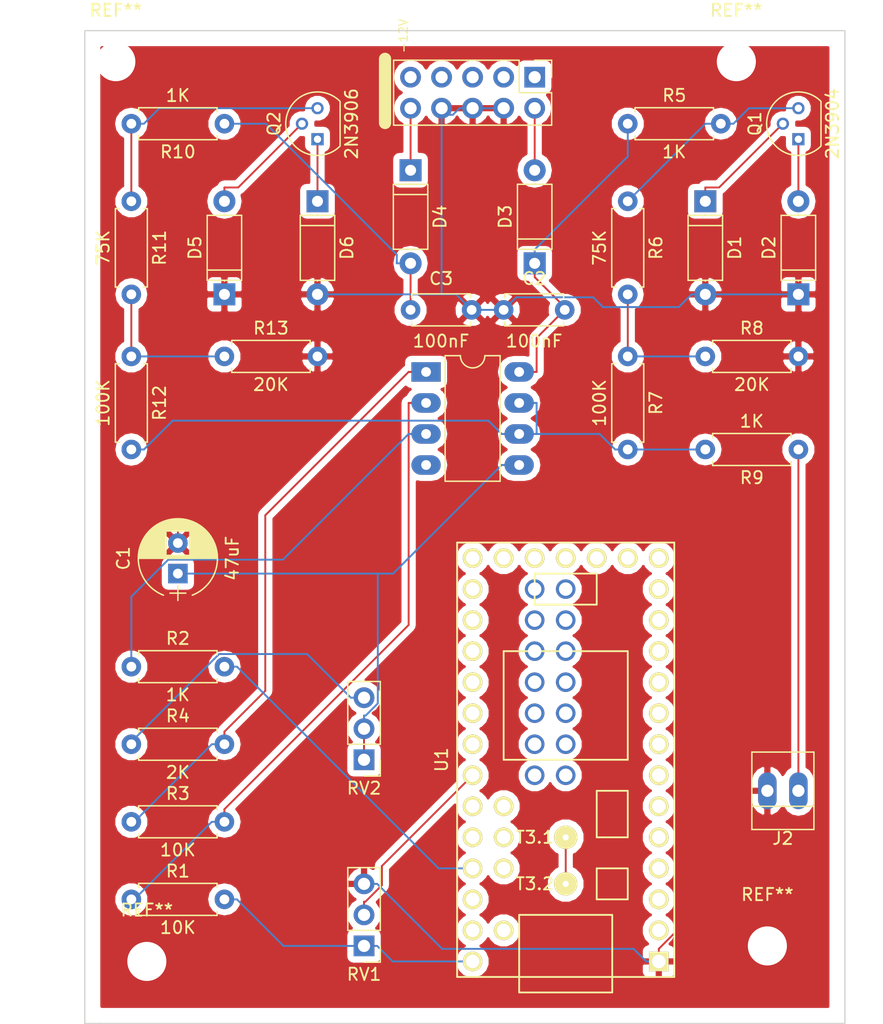
<source format=kicad_pcb>
(kicad_pcb (version 4) (host pcbnew 4.0.7)

  (general
    (links 52)
    (no_connects 0)
    (area 80.660457 60.9126 153.019543 144.9274)
    (thickness 1.6)
    (drawings 6)
    (tracks 135)
    (zones 0)
    (modules 34)
    (nets 78)
  )

  (page A4)
  (layers
    (0 F.Cu signal)
    (31 B.Cu signal)
    (32 B.Adhes user)
    (33 F.Adhes user)
    (34 B.Paste user)
    (35 F.Paste user)
    (36 B.SilkS user)
    (37 F.SilkS user)
    (38 B.Mask user)
    (39 F.Mask user)
    (40 Dwgs.User user)
    (41 Cmts.User user)
    (42 Eco1.User user)
    (43 Eco2.User user)
    (44 Edge.Cuts user)
    (45 Margin user)
    (46 B.CrtYd user)
    (47 F.CrtYd user)
    (48 B.Fab user)
    (49 F.Fab user)
  )

  (setup
    (last_trace_width 0.1524)
    (trace_clearance 0.1524)
    (zone_clearance 0.508)
    (zone_45_only no)
    (trace_min 0.1524)
    (segment_width 0.2)
    (edge_width 0.1)
    (via_size 0.6858)
    (via_drill 0.3302)
    (via_min_size 0.6858)
    (via_min_drill 0.3302)
    (uvia_size 0.6858)
    (uvia_drill 0.3302)
    (uvias_allowed no)
    (uvia_min_size 0)
    (uvia_min_drill 0)
    (pcb_text_width 0.3)
    (pcb_text_size 1.5 1.5)
    (mod_edge_width 0.15)
    (mod_text_size 1 1)
    (mod_text_width 0.15)
    (pad_size 1.5 1.5)
    (pad_drill 0.6)
    (pad_to_mask_clearance 0)
    (aux_axis_origin 0 0)
    (visible_elements FFFFFF7F)
    (pcbplotparams
      (layerselection 0x00030_80000001)
      (usegerberextensions false)
      (excludeedgelayer true)
      (linewidth 0.100000)
      (plotframeref false)
      (viasonmask false)
      (mode 1)
      (useauxorigin false)
      (hpglpennumber 1)
      (hpglpenspeed 20)
      (hpglpendiameter 15)
      (hpglpenoverlay 2)
      (psnegative false)
      (psa4output false)
      (plotreference true)
      (plotvalue true)
      (plotinvisibletext false)
      (padsonsilk false)
      (subtractmaskfromsilk false)
      (outputformat 1)
      (mirror false)
      (drillshape 1)
      (scaleselection 1)
      (outputdirectory ""))
  )

  (net 0 "")
  (net 1 "Net-(C1-Pad1)")
  (net 2 GND)
  (net 3 +12V)
  (net 4 -12V)
  (net 5 "Net-(D1-Pad1)")
  (net 6 "Net-(D2-Pad2)")
  (net 7 "Net-(D3-Pad2)")
  (net 8 "Net-(D4-Pad1)")
  (net 9 "Net-(D5-Pad2)")
  (net 10 "Net-(D6-Pad1)")
  (net 11 "Net-(J1-Pad9)")
  (net 12 "Net-(J1-Pad7)")
  (net 13 "Net-(J1-Pad5)")
  (net 14 "Net-(J1-Pad3)")
  (net 15 "Net-(J1-Pad1)")
  (net 16 "Net-(J2-Pad1)")
  (net 17 "Net-(Q1-Pad3)")
  (net 18 "Net-(Q2-Pad3)")
  (net 19 "Net-(R1-Pad1)")
  (net 20 +3V3)
  (net 21 "Net-(R2-Pad1)")
  (net 22 "Net-(R2-Pad2)")
  (net 23 "Net-(R3-Pad1)")
  (net 24 "Net-(R4-Pad1)")
  (net 25 "Net-(R6-Pad2)")
  (net 26 "Net-(R12-Pad2)")
  (net 27 "Net-(R11-Pad2)")
  (net 28 "Net-(RV1-Pad2)")
  (net 29 "Net-(U1-Pad17)")
  (net 30 "Net-(U1-Pad18)")
  (net 31 "Net-(U1-Pad19)")
  (net 32 "Net-(U1-Pad20)")
  (net 33 "Net-(U1-Pad16)")
  (net 34 "Net-(U1-Pad15)")
  (net 35 "Net-(U1-Pad14)")
  (net 36 "Net-(U1-Pad21)")
  (net 37 "Net-(U1-Pad22)")
  (net 38 "Net-(U1-Pad23)")
  (net 39 "Net-(U1-Pad24)")
  (net 40 "Net-(U1-Pad25)")
  (net 41 "Net-(U1-Pad26)")
  (net 42 "Net-(U1-Pad28)")
  (net 43 "Net-(U1-Pad29)")
  (net 44 "Net-(U1-Pad31)")
  (net 45 "Net-(U1-Pad32)")
  (net 46 "Net-(U1-Pad34)")
  (net 47 "Net-(U1-Pad35)")
  (net 48 "Net-(U1-Pad36)")
  (net 49 "Net-(U1-Pad37)")
  (net 50 "Net-(U1-Pad13)")
  (net 51 "Net-(U1-Pad12)")
  (net 52 "Net-(U1-Pad11)")
  (net 53 "Net-(U1-Pad10)")
  (net 54 "Net-(U1-Pad9)")
  (net 55 "Net-(U1-Pad8)")
  (net 56 "Net-(U1-Pad7)")
  (net 57 "Net-(U1-Pad6)")
  (net 58 "Net-(U1-Pad5)")
  (net 59 "Net-(U1-Pad4)")
  (net 60 "Net-(U1-Pad3)")
  (net 61 "Net-(U1-Pad2)")
  (net 62 "Net-(U1-Pad38)")
  (net 63 "Net-(U1-Pad39)")
  (net 64 "Net-(U1-Pad40)")
  (net 65 "Net-(U1-Pad41)")
  (net 66 "Net-(U1-Pad42)")
  (net 67 "Net-(U1-Pad43)")
  (net 68 "Net-(U1-Pad44)")
  (net 69 "Net-(U1-Pad45)")
  (net 70 "Net-(U1-Pad46)")
  (net 71 "Net-(U1-Pad47)")
  (net 72 "Net-(U1-Pad48)")
  (net 73 "Net-(U1-Pad49)")
  (net 74 "Net-(U1-Pad50)")
  (net 75 "Net-(U1-Pad51)")
  (net 76 "Net-(U1-Pad52)")
  (net 77 -12VA)

  (net_class Default "This is the default net class."
    (clearance 0.1524)
    (trace_width 0.1524)
    (via_dia 0.6858)
    (via_drill 0.3302)
    (uvia_dia 0.6858)
    (uvia_drill 0.3302)
    (add_net +12V)
    (add_net +3V3)
    (add_net -12V)
    (add_net -12VA)
    (add_net GND)
    (add_net "Net-(C1-Pad1)")
    (add_net "Net-(D1-Pad1)")
    (add_net "Net-(D2-Pad2)")
    (add_net "Net-(D3-Pad2)")
    (add_net "Net-(D4-Pad1)")
    (add_net "Net-(D5-Pad2)")
    (add_net "Net-(D6-Pad1)")
    (add_net "Net-(J1-Pad1)")
    (add_net "Net-(J1-Pad3)")
    (add_net "Net-(J1-Pad5)")
    (add_net "Net-(J1-Pad7)")
    (add_net "Net-(J1-Pad9)")
    (add_net "Net-(J2-Pad1)")
    (add_net "Net-(Q1-Pad3)")
    (add_net "Net-(Q2-Pad3)")
    (add_net "Net-(R1-Pad1)")
    (add_net "Net-(R11-Pad2)")
    (add_net "Net-(R12-Pad2)")
    (add_net "Net-(R2-Pad1)")
    (add_net "Net-(R2-Pad2)")
    (add_net "Net-(R3-Pad1)")
    (add_net "Net-(R4-Pad1)")
    (add_net "Net-(R6-Pad2)")
    (add_net "Net-(RV1-Pad2)")
    (add_net "Net-(U1-Pad10)")
    (add_net "Net-(U1-Pad11)")
    (add_net "Net-(U1-Pad12)")
    (add_net "Net-(U1-Pad13)")
    (add_net "Net-(U1-Pad14)")
    (add_net "Net-(U1-Pad15)")
    (add_net "Net-(U1-Pad16)")
    (add_net "Net-(U1-Pad17)")
    (add_net "Net-(U1-Pad18)")
    (add_net "Net-(U1-Pad19)")
    (add_net "Net-(U1-Pad2)")
    (add_net "Net-(U1-Pad20)")
    (add_net "Net-(U1-Pad21)")
    (add_net "Net-(U1-Pad22)")
    (add_net "Net-(U1-Pad23)")
    (add_net "Net-(U1-Pad24)")
    (add_net "Net-(U1-Pad25)")
    (add_net "Net-(U1-Pad26)")
    (add_net "Net-(U1-Pad28)")
    (add_net "Net-(U1-Pad29)")
    (add_net "Net-(U1-Pad3)")
    (add_net "Net-(U1-Pad31)")
    (add_net "Net-(U1-Pad32)")
    (add_net "Net-(U1-Pad34)")
    (add_net "Net-(U1-Pad35)")
    (add_net "Net-(U1-Pad36)")
    (add_net "Net-(U1-Pad37)")
    (add_net "Net-(U1-Pad38)")
    (add_net "Net-(U1-Pad39)")
    (add_net "Net-(U1-Pad4)")
    (add_net "Net-(U1-Pad40)")
    (add_net "Net-(U1-Pad41)")
    (add_net "Net-(U1-Pad42)")
    (add_net "Net-(U1-Pad43)")
    (add_net "Net-(U1-Pad44)")
    (add_net "Net-(U1-Pad45)")
    (add_net "Net-(U1-Pad46)")
    (add_net "Net-(U1-Pad47)")
    (add_net "Net-(U1-Pad48)")
    (add_net "Net-(U1-Pad49)")
    (add_net "Net-(U1-Pad5)")
    (add_net "Net-(U1-Pad50)")
    (add_net "Net-(U1-Pad51)")
    (add_net "Net-(U1-Pad52)")
    (add_net "Net-(U1-Pad6)")
    (add_net "Net-(U1-Pad7)")
    (add_net "Net-(U1-Pad8)")
    (add_net "Net-(U1-Pad9)")
  )

  (module Capacitors_THT:CP_Radial_D6.3mm_P2.50mm (layer F.Cu) (tedit 5A7CBB37) (tstamp 5A791236)
    (at 95.25 107.95 90)
    (descr "CP, Radial series, Radial, pin pitch=2.50mm, , diameter=6.3mm, Electrolytic Capacitor")
    (tags "CP Radial series Radial pin pitch 2.50mm  diameter 6.3mm Electrolytic Capacitor")
    (path /5A66C813)
    (fp_text reference C1 (at 1.25 -4.46 90) (layer F.SilkS)
      (effects (font (size 1 1) (thickness 0.15)))
    )
    (fp_text value 47uF (at 1.25 4.46 90) (layer F.SilkS)
      (effects (font (size 1 1) (thickness 0.15)))
    )
    (fp_arc (start 1.25 0) (end -1.767482 -1.18) (angle 137.3) (layer F.SilkS) (width 0.12))
    (fp_arc (start 1.25 0) (end -1.767482 1.18) (angle -137.3) (layer F.SilkS) (width 0.12))
    (fp_arc (start 1.25 0) (end 4.267482 -1.18) (angle 42.7) (layer F.SilkS) (width 0.12))
    (fp_circle (center 1.25 0) (end 4.4 0) (layer F.Fab) (width 0.1))
    (fp_line (start -2.2 0) (end -1 0) (layer F.Fab) (width 0.1))
    (fp_line (start -1.6 -0.65) (end -1.6 0.65) (layer F.Fab) (width 0.1))
    (fp_line (start 1.25 -3.2) (end 1.25 3.2) (layer F.SilkS) (width 0.12))
    (fp_line (start 1.29 -3.2) (end 1.29 3.2) (layer F.SilkS) (width 0.12))
    (fp_line (start 1.33 -3.2) (end 1.33 3.2) (layer F.SilkS) (width 0.12))
    (fp_line (start 1.37 -3.198) (end 1.37 3.198) (layer F.SilkS) (width 0.12))
    (fp_line (start 1.41 -3.197) (end 1.41 3.197) (layer F.SilkS) (width 0.12))
    (fp_line (start 1.45 -3.194) (end 1.45 3.194) (layer F.SilkS) (width 0.12))
    (fp_line (start 1.49 -3.192) (end 1.49 3.192) (layer F.SilkS) (width 0.12))
    (fp_line (start 1.53 -3.188) (end 1.53 -0.98) (layer F.SilkS) (width 0.12))
    (fp_line (start 1.53 0.98) (end 1.53 3.188) (layer F.SilkS) (width 0.12))
    (fp_line (start 1.57 -3.185) (end 1.57 -0.98) (layer F.SilkS) (width 0.12))
    (fp_line (start 1.57 0.98) (end 1.57 3.185) (layer F.SilkS) (width 0.12))
    (fp_line (start 1.61 -3.18) (end 1.61 -0.98) (layer F.SilkS) (width 0.12))
    (fp_line (start 1.61 0.98) (end 1.61 3.18) (layer F.SilkS) (width 0.12))
    (fp_line (start 1.65 -3.176) (end 1.65 -0.98) (layer F.SilkS) (width 0.12))
    (fp_line (start 1.65 0.98) (end 1.65 3.176) (layer F.SilkS) (width 0.12))
    (fp_line (start 1.69 -3.17) (end 1.69 -0.98) (layer F.SilkS) (width 0.12))
    (fp_line (start 1.69 0.98) (end 1.69 3.17) (layer F.SilkS) (width 0.12))
    (fp_line (start 1.73 -3.165) (end 1.73 -0.98) (layer F.SilkS) (width 0.12))
    (fp_line (start 1.73 0.98) (end 1.73 3.165) (layer F.SilkS) (width 0.12))
    (fp_line (start 1.77 -3.158) (end 1.77 -0.98) (layer F.SilkS) (width 0.12))
    (fp_line (start 1.77 0.98) (end 1.77 3.158) (layer F.SilkS) (width 0.12))
    (fp_line (start 1.81 -3.152) (end 1.81 -0.98) (layer F.SilkS) (width 0.12))
    (fp_line (start 1.81 0.98) (end 1.81 3.152) (layer F.SilkS) (width 0.12))
    (fp_line (start 1.85 -3.144) (end 1.85 -0.98) (layer F.SilkS) (width 0.12))
    (fp_line (start 1.85 0.98) (end 1.85 3.144) (layer F.SilkS) (width 0.12))
    (fp_line (start 1.89 -3.137) (end 1.89 -0.98) (layer F.SilkS) (width 0.12))
    (fp_line (start 1.89 0.98) (end 1.89 3.137) (layer F.SilkS) (width 0.12))
    (fp_line (start 1.93 -3.128) (end 1.93 -0.98) (layer F.SilkS) (width 0.12))
    (fp_line (start 1.93 0.98) (end 1.93 3.128) (layer F.SilkS) (width 0.12))
    (fp_line (start 1.971 -3.119) (end 1.971 -0.98) (layer F.SilkS) (width 0.12))
    (fp_line (start 1.971 0.98) (end 1.971 3.119) (layer F.SilkS) (width 0.12))
    (fp_line (start 2.011 -3.11) (end 2.011 -0.98) (layer F.SilkS) (width 0.12))
    (fp_line (start 2.011 0.98) (end 2.011 3.11) (layer F.SilkS) (width 0.12))
    (fp_line (start 2.051 -3.1) (end 2.051 -0.98) (layer F.SilkS) (width 0.12))
    (fp_line (start 2.051 0.98) (end 2.051 3.1) (layer F.SilkS) (width 0.12))
    (fp_line (start 2.091 -3.09) (end 2.091 -0.98) (layer F.SilkS) (width 0.12))
    (fp_line (start 2.091 0.98) (end 2.091 3.09) (layer F.SilkS) (width 0.12))
    (fp_line (start 2.131 -3.079) (end 2.131 -0.98) (layer F.SilkS) (width 0.12))
    (fp_line (start 2.131 0.98) (end 2.131 3.079) (layer F.SilkS) (width 0.12))
    (fp_line (start 2.171 -3.067) (end 2.171 -0.98) (layer F.SilkS) (width 0.12))
    (fp_line (start 2.171 0.98) (end 2.171 3.067) (layer F.SilkS) (width 0.12))
    (fp_line (start 2.211 -3.055) (end 2.211 -0.98) (layer F.SilkS) (width 0.12))
    (fp_line (start 2.211 0.98) (end 2.211 3.055) (layer F.SilkS) (width 0.12))
    (fp_line (start 2.251 -3.042) (end 2.251 -0.98) (layer F.SilkS) (width 0.12))
    (fp_line (start 2.251 0.98) (end 2.251 3.042) (layer F.SilkS) (width 0.12))
    (fp_line (start 2.291 -3.029) (end 2.291 -0.98) (layer F.SilkS) (width 0.12))
    (fp_line (start 2.291 0.98) (end 2.291 3.029) (layer F.SilkS) (width 0.12))
    (fp_line (start 2.331 -3.015) (end 2.331 -0.98) (layer F.SilkS) (width 0.12))
    (fp_line (start 2.331 0.98) (end 2.331 3.015) (layer F.SilkS) (width 0.12))
    (fp_line (start 2.371 -3.001) (end 2.371 -0.98) (layer F.SilkS) (width 0.12))
    (fp_line (start 2.371 0.98) (end 2.371 3.001) (layer F.SilkS) (width 0.12))
    (fp_line (start 2.411 -2.986) (end 2.411 -0.98) (layer F.SilkS) (width 0.12))
    (fp_line (start 2.411 0.98) (end 2.411 2.986) (layer F.SilkS) (width 0.12))
    (fp_line (start 2.451 -2.97) (end 2.451 -0.98) (layer F.SilkS) (width 0.12))
    (fp_line (start 2.451 0.98) (end 2.451 2.97) (layer F.SilkS) (width 0.12))
    (fp_line (start 2.491 -2.954) (end 2.491 -0.98) (layer F.SilkS) (width 0.12))
    (fp_line (start 2.491 0.98) (end 2.491 2.954) (layer F.SilkS) (width 0.12))
    (fp_line (start 2.531 -2.937) (end 2.531 -0.98) (layer F.SilkS) (width 0.12))
    (fp_line (start 2.531 0.98) (end 2.531 2.937) (layer F.SilkS) (width 0.12))
    (fp_line (start 2.571 -2.919) (end 2.571 -0.98) (layer F.SilkS) (width 0.12))
    (fp_line (start 2.571 0.98) (end 2.571 2.919) (layer F.SilkS) (width 0.12))
    (fp_line (start 2.611 -2.901) (end 2.611 -0.98) (layer F.SilkS) (width 0.12))
    (fp_line (start 2.611 0.98) (end 2.611 2.901) (layer F.SilkS) (width 0.12))
    (fp_line (start 2.651 -2.882) (end 2.651 -0.98) (layer F.SilkS) (width 0.12))
    (fp_line (start 2.651 0.98) (end 2.651 2.882) (layer F.SilkS) (width 0.12))
    (fp_line (start 2.691 -2.863) (end 2.691 -0.98) (layer F.SilkS) (width 0.12))
    (fp_line (start 2.691 0.98) (end 2.691 2.863) (layer F.SilkS) (width 0.12))
    (fp_line (start 2.731 -2.843) (end 2.731 -0.98) (layer F.SilkS) (width 0.12))
    (fp_line (start 2.731 0.98) (end 2.731 2.843) (layer F.SilkS) (width 0.12))
    (fp_line (start 2.771 -2.822) (end 2.771 -0.98) (layer F.SilkS) (width 0.12))
    (fp_line (start 2.771 0.98) (end 2.771 2.822) (layer F.SilkS) (width 0.12))
    (fp_line (start 2.811 -2.8) (end 2.811 -0.98) (layer F.SilkS) (width 0.12))
    (fp_line (start 2.811 0.98) (end 2.811 2.8) (layer F.SilkS) (width 0.12))
    (fp_line (start 2.851 -2.778) (end 2.851 -0.98) (layer F.SilkS) (width 0.12))
    (fp_line (start 2.851 0.98) (end 2.851 2.778) (layer F.SilkS) (width 0.12))
    (fp_line (start 2.891 -2.755) (end 2.891 -0.98) (layer F.SilkS) (width 0.12))
    (fp_line (start 2.891 0.98) (end 2.891 2.755) (layer F.SilkS) (width 0.12))
    (fp_line (start 2.931 -2.731) (end 2.931 -0.98) (layer F.SilkS) (width 0.12))
    (fp_line (start 2.931 0.98) (end 2.931 2.731) (layer F.SilkS) (width 0.12))
    (fp_line (start 2.971 -2.706) (end 2.971 -0.98) (layer F.SilkS) (width 0.12))
    (fp_line (start 2.971 0.98) (end 2.971 2.706) (layer F.SilkS) (width 0.12))
    (fp_line (start 3.011 -2.681) (end 3.011 -0.98) (layer F.SilkS) (width 0.12))
    (fp_line (start 3.011 0.98) (end 3.011 2.681) (layer F.SilkS) (width 0.12))
    (fp_line (start 3.051 -2.654) (end 3.051 -0.98) (layer F.SilkS) (width 0.12))
    (fp_line (start 3.051 0.98) (end 3.051 2.654) (layer F.SilkS) (width 0.12))
    (fp_line (start 3.091 -2.627) (end 3.091 -0.98) (layer F.SilkS) (width 0.12))
    (fp_line (start 3.091 0.98) (end 3.091 2.627) (layer F.SilkS) (width 0.12))
    (fp_line (start 3.131 -2.599) (end 3.131 -0.98) (layer F.SilkS) (width 0.12))
    (fp_line (start 3.131 0.98) (end 3.131 2.599) (layer F.SilkS) (width 0.12))
    (fp_line (start 3.171 -2.57) (end 3.171 -0.98) (layer F.SilkS) (width 0.12))
    (fp_line (start 3.171 0.98) (end 3.171 2.57) (layer F.SilkS) (width 0.12))
    (fp_line (start 3.211 -2.54) (end 3.211 -0.98) (layer F.SilkS) (width 0.12))
    (fp_line (start 3.211 0.98) (end 3.211 2.54) (layer F.SilkS) (width 0.12))
    (fp_line (start 3.251 -2.51) (end 3.251 -0.98) (layer F.SilkS) (width 0.12))
    (fp_line (start 3.251 0.98) (end 3.251 2.51) (layer F.SilkS) (width 0.12))
    (fp_line (start 3.291 -2.478) (end 3.291 -0.98) (layer F.SilkS) (width 0.12))
    (fp_line (start 3.291 0.98) (end 3.291 2.478) (layer F.SilkS) (width 0.12))
    (fp_line (start 3.331 -2.445) (end 3.331 -0.98) (layer F.SilkS) (width 0.12))
    (fp_line (start 3.331 0.98) (end 3.331 2.445) (layer F.SilkS) (width 0.12))
    (fp_line (start 3.371 -2.411) (end 3.371 -0.98) (layer F.SilkS) (width 0.12))
    (fp_line (start 3.371 0.98) (end 3.371 2.411) (layer F.SilkS) (width 0.12))
    (fp_line (start 3.411 -2.375) (end 3.411 -0.98) (layer F.SilkS) (width 0.12))
    (fp_line (start 3.411 0.98) (end 3.411 2.375) (layer F.SilkS) (width 0.12))
    (fp_line (start 3.451 -2.339) (end 3.451 -0.98) (layer F.SilkS) (width 0.12))
    (fp_line (start 3.451 0.98) (end 3.451 2.339) (layer F.SilkS) (width 0.12))
    (fp_line (start 3.491 -2.301) (end 3.491 2.301) (layer F.SilkS) (width 0.12))
    (fp_line (start 3.531 -2.262) (end 3.531 2.262) (layer F.SilkS) (width 0.12))
    (fp_line (start 3.571 -2.222) (end 3.571 2.222) (layer F.SilkS) (width 0.12))
    (fp_line (start 3.611 -2.18) (end 3.611 2.18) (layer F.SilkS) (width 0.12))
    (fp_line (start 3.651 -2.137) (end 3.651 2.137) (layer F.SilkS) (width 0.12))
    (fp_line (start 3.691 -2.092) (end 3.691 2.092) (layer F.SilkS) (width 0.12))
    (fp_line (start 3.731 -2.045) (end 3.731 2.045) (layer F.SilkS) (width 0.12))
    (fp_line (start 3.771 -1.997) (end 3.771 1.997) (layer F.SilkS) (width 0.12))
    (fp_line (start 3.811 -1.946) (end 3.811 1.946) (layer F.SilkS) (width 0.12))
    (fp_line (start 3.851 -1.894) (end 3.851 1.894) (layer F.SilkS) (width 0.12))
    (fp_line (start 3.891 -1.839) (end 3.891 1.839) (layer F.SilkS) (width 0.12))
    (fp_line (start 3.931 -1.781) (end 3.931 1.781) (layer F.SilkS) (width 0.12))
    (fp_line (start 3.971 -1.721) (end 3.971 1.721) (layer F.SilkS) (width 0.12))
    (fp_line (start 4.011 -1.658) (end 4.011 1.658) (layer F.SilkS) (width 0.12))
    (fp_line (start 4.051 -1.591) (end 4.051 1.591) (layer F.SilkS) (width 0.12))
    (fp_line (start 4.091 -1.52) (end 4.091 1.52) (layer F.SilkS) (width 0.12))
    (fp_line (start 4.131 -1.445) (end 4.131 1.445) (layer F.SilkS) (width 0.12))
    (fp_line (start 4.171 -1.364) (end 4.171 1.364) (layer F.SilkS) (width 0.12))
    (fp_line (start 4.211 -1.278) (end 4.211 1.278) (layer F.SilkS) (width 0.12))
    (fp_line (start 4.251 -1.184) (end 4.251 1.184) (layer F.SilkS) (width 0.12))
    (fp_line (start 4.291 -1.081) (end 4.291 1.081) (layer F.SilkS) (width 0.12))
    (fp_line (start 4.331 -0.966) (end 4.331 0.966) (layer F.SilkS) (width 0.12))
    (fp_line (start 4.371 -0.834) (end 4.371 0.834) (layer F.SilkS) (width 0.12))
    (fp_line (start 4.411 -0.676) (end 4.411 0.676) (layer F.SilkS) (width 0.12))
    (fp_line (start 4.451 -0.468) (end 4.451 0.468) (layer F.SilkS) (width 0.12))
    (fp_line (start -2.2 0) (end -1 0) (layer F.SilkS) (width 0.12))
    (fp_line (start -1.6 -0.65) (end -1.6 0.65) (layer F.SilkS) (width 0.12))
    (fp_line (start -2.25 -3.5) (end -2.25 3.5) (layer F.CrtYd) (width 0.05))
    (fp_line (start -2.25 3.5) (end 4.75 3.5) (layer F.CrtYd) (width 0.05))
    (fp_line (start 4.75 3.5) (end 4.75 -3.5) (layer F.CrtYd) (width 0.05))
    (fp_line (start 4.75 -3.5) (end -2.25 -3.5) (layer F.CrtYd) (width 0.05))
    (fp_text user %R (at 1.25 0 90) (layer F.Fab)
      (effects (font (size 1 1) (thickness 0.15)))
    )
    (pad 1 thru_hole rect (at 0 0 90) (size 1.6 1.6) (drill 0.8) (layers *.Cu *.Mask)
      (net 1 "Net-(C1-Pad1)"))
    (pad 2 thru_hole circle (at 2.5 0 90) (size 1.6 1.6) (drill 0.8) (layers *.Cu *.Mask)
      (net 2 GND))
    (model ${KISYS3DMOD}/Capacitors_THT.3dshapes/CP_Radial_D6.3mm_P2.50mm.wrl
      (at (xyz 0 0 0))
      (scale (xyz 1 1 1))
      (rotate (xyz 0 0 0))
    )
  )

  (module Capacitors_THT:C_Disc_D4.7mm_W2.5mm_P5.00mm (layer F.Cu) (tedit 5A7CBA56) (tstamp 5A79124B)
    (at 121.92 86.36)
    (descr "C, Disc series, Radial, pin pitch=5.00mm, , diameter*width=4.7*2.5mm^2, Capacitor, http://www.vishay.com/docs/45233/krseries.pdf")
    (tags "C Disc series Radial pin pitch 5.00mm  diameter 4.7mm width 2.5mm Capacitor")
    (path /5A6FE77C)
    (fp_text reference C2 (at 2.5 -2.56) (layer F.SilkS)
      (effects (font (size 1 1) (thickness 0.15)))
    )
    (fp_text value 100nF (at 2.5 2.56) (layer F.SilkS)
      (effects (font (size 1 1) (thickness 0.15)))
    )
    (fp_line (start 0.15 -1.25) (end 0.15 1.25) (layer F.Fab) (width 0.1))
    (fp_line (start 0.15 1.25) (end 4.85 1.25) (layer F.Fab) (width 0.1))
    (fp_line (start 4.85 1.25) (end 4.85 -1.25) (layer F.Fab) (width 0.1))
    (fp_line (start 4.85 -1.25) (end 0.15 -1.25) (layer F.Fab) (width 0.1))
    (fp_line (start 0.09 -1.31) (end 4.91 -1.31) (layer F.SilkS) (width 0.12))
    (fp_line (start 0.09 1.31) (end 4.91 1.31) (layer F.SilkS) (width 0.12))
    (fp_line (start 0.09 -1.31) (end 0.09 -0.996) (layer F.SilkS) (width 0.12))
    (fp_line (start 0.09 0.996) (end 0.09 1.31) (layer F.SilkS) (width 0.12))
    (fp_line (start 4.91 -1.31) (end 4.91 -0.996) (layer F.SilkS) (width 0.12))
    (fp_line (start 4.91 0.996) (end 4.91 1.31) (layer F.SilkS) (width 0.12))
    (fp_line (start -1.05 -1.6) (end -1.05 1.6) (layer F.CrtYd) (width 0.05))
    (fp_line (start -1.05 1.6) (end 6.05 1.6) (layer F.CrtYd) (width 0.05))
    (fp_line (start 6.05 1.6) (end 6.05 -1.6) (layer F.CrtYd) (width 0.05))
    (fp_line (start 6.05 -1.6) (end -1.05 -1.6) (layer F.CrtYd) (width 0.05))
    (fp_text user %R (at 2.5 0) (layer F.Fab)
      (effects (font (size 1 1) (thickness 0.15)))
    )
    (pad 1 thru_hole circle (at 0 0) (size 1.6 1.6) (drill 0.8) (layers *.Cu *.Mask)
      (net 2 GND))
    (pad 2 thru_hole circle (at 5 0) (size 1.6 1.6) (drill 0.8) (layers *.Cu *.Mask)
      (net 3 +12V))
    (model ${KISYS3DMOD}/Capacitors_THT.3dshapes/C_Disc_D4.7mm_W2.5mm_P5.00mm.wrl
      (at (xyz 0 0 0))
      (scale (xyz 1 1 1))
      (rotate (xyz 0 0 0))
    )
  )

  (module Capacitors_THT:C_Disc_D4.7mm_W2.5mm_P5.00mm (layer F.Cu) (tedit 5A7CBA50) (tstamp 5A791260)
    (at 114.3 86.36)
    (descr "C, Disc series, Radial, pin pitch=5.00mm, , diameter*width=4.7*2.5mm^2, Capacitor, http://www.vishay.com/docs/45233/krseries.pdf")
    (tags "C Disc series Radial pin pitch 5.00mm  diameter 4.7mm width 2.5mm Capacitor")
    (path /5A6FE80D)
    (fp_text reference C3 (at 2.5 -2.56) (layer F.SilkS)
      (effects (font (size 1 1) (thickness 0.15)))
    )
    (fp_text value 100nF (at 2.5 2.56) (layer F.SilkS)
      (effects (font (size 1 1) (thickness 0.15)))
    )
    (fp_line (start 0.15 -1.25) (end 0.15 1.25) (layer F.Fab) (width 0.1))
    (fp_line (start 0.15 1.25) (end 4.85 1.25) (layer F.Fab) (width 0.1))
    (fp_line (start 4.85 1.25) (end 4.85 -1.25) (layer F.Fab) (width 0.1))
    (fp_line (start 4.85 -1.25) (end 0.15 -1.25) (layer F.Fab) (width 0.1))
    (fp_line (start 0.09 -1.31) (end 4.91 -1.31) (layer F.SilkS) (width 0.12))
    (fp_line (start 0.09 1.31) (end 4.91 1.31) (layer F.SilkS) (width 0.12))
    (fp_line (start 0.09 -1.31) (end 0.09 -0.996) (layer F.SilkS) (width 0.12))
    (fp_line (start 0.09 0.996) (end 0.09 1.31) (layer F.SilkS) (width 0.12))
    (fp_line (start 4.91 -1.31) (end 4.91 -0.996) (layer F.SilkS) (width 0.12))
    (fp_line (start 4.91 0.996) (end 4.91 1.31) (layer F.SilkS) (width 0.12))
    (fp_line (start -1.05 -1.6) (end -1.05 1.6) (layer F.CrtYd) (width 0.05))
    (fp_line (start -1.05 1.6) (end 6.05 1.6) (layer F.CrtYd) (width 0.05))
    (fp_line (start 6.05 1.6) (end 6.05 -1.6) (layer F.CrtYd) (width 0.05))
    (fp_line (start 6.05 -1.6) (end -1.05 -1.6) (layer F.CrtYd) (width 0.05))
    (fp_text user %R (at 2.5 0) (layer F.Fab)
      (effects (font (size 1 1) (thickness 0.15)))
    )
    (pad 1 thru_hole circle (at 0 0) (size 1.6 1.6) (drill 0.8) (layers *.Cu *.Mask)
      (net 4 -12V))
    (pad 2 thru_hole circle (at 5 0) (size 1.6 1.6) (drill 0.8) (layers *.Cu *.Mask)
      (net 2 GND))
    (model ${KISYS3DMOD}/Capacitors_THT.3dshapes/C_Disc_D4.7mm_W2.5mm_P5.00mm.wrl
      (at (xyz 0 0 0))
      (scale (xyz 1 1 1))
      (rotate (xyz 0 0 0))
    )
  )

  (module Diodes_THT:D_A-405_P7.62mm_Horizontal (layer F.Cu) (tedit 5A7CBAC3) (tstamp 5A791279)
    (at 138.43 77.47 270)
    (descr "D, A-405 series, Axial, Horizontal, pin pitch=7.62mm, , length*diameter=5.2*2.7mm^2, , http://www.diodes.com/_files/packages/A-405.pdf")
    (tags "D A-405 series Axial Horizontal pin pitch 7.62mm  length 5.2mm diameter 2.7mm")
    (path /5A7087CD)
    (fp_text reference D1 (at 3.81 -2.41 270) (layer F.SilkS)
      (effects (font (size 1 1) (thickness 0.15)))
    )
    (fp_text value D (at 3.81 2.41 270) (layer F.Fab)
      (effects (font (size 1 1) (thickness 0.15)))
    )
    (fp_text user %R (at 3.81 0 270) (layer F.Fab)
      (effects (font (size 1 1) (thickness 0.15)))
    )
    (fp_line (start 1.21 -1.35) (end 1.21 1.35) (layer F.Fab) (width 0.1))
    (fp_line (start 1.21 1.35) (end 6.41 1.35) (layer F.Fab) (width 0.1))
    (fp_line (start 6.41 1.35) (end 6.41 -1.35) (layer F.Fab) (width 0.1))
    (fp_line (start 6.41 -1.35) (end 1.21 -1.35) (layer F.Fab) (width 0.1))
    (fp_line (start 0 0) (end 1.21 0) (layer F.Fab) (width 0.1))
    (fp_line (start 7.62 0) (end 6.41 0) (layer F.Fab) (width 0.1))
    (fp_line (start 1.99 -1.35) (end 1.99 1.35) (layer F.Fab) (width 0.1))
    (fp_line (start 1.15 -1.41) (end 1.15 1.41) (layer F.SilkS) (width 0.12))
    (fp_line (start 1.15 1.41) (end 6.47 1.41) (layer F.SilkS) (width 0.12))
    (fp_line (start 6.47 1.41) (end 6.47 -1.41) (layer F.SilkS) (width 0.12))
    (fp_line (start 6.47 -1.41) (end 1.15 -1.41) (layer F.SilkS) (width 0.12))
    (fp_line (start 1.08 0) (end 1.15 0) (layer F.SilkS) (width 0.12))
    (fp_line (start 6.54 0) (end 6.47 0) (layer F.SilkS) (width 0.12))
    (fp_line (start 1.99 -1.41) (end 1.99 1.41) (layer F.SilkS) (width 0.12))
    (fp_line (start -1.15 -1.7) (end -1.15 1.7) (layer F.CrtYd) (width 0.05))
    (fp_line (start -1.15 1.7) (end 8.8 1.7) (layer F.CrtYd) (width 0.05))
    (fp_line (start 8.8 1.7) (end 8.8 -1.7) (layer F.CrtYd) (width 0.05))
    (fp_line (start 8.8 -1.7) (end -1.15 -1.7) (layer F.CrtYd) (width 0.05))
    (pad 1 thru_hole rect (at 0 0 270) (size 1.8 1.8) (drill 0.9) (layers *.Cu *.Mask)
      (net 5 "Net-(D1-Pad1)"))
    (pad 2 thru_hole oval (at 7.62 0 270) (size 1.8 1.8) (drill 0.9) (layers *.Cu *.Mask)
      (net 2 GND))
    (model ${KISYS3DMOD}/Diodes_THT.3dshapes/D_A-405_P7.62mm_Horizontal.wrl
      (at (xyz 0 0 0))
      (scale (xyz 0.393701 0.393701 0.393701))
      (rotate (xyz 0 0 0))
    )
  )

  (module Diodes_THT:D_A-405_P7.62mm_Horizontal (layer F.Cu) (tedit 5A7CBABF) (tstamp 5A791292)
    (at 146.05 85.09 90)
    (descr "D, A-405 series, Axial, Horizontal, pin pitch=7.62mm, , length*diameter=5.2*2.7mm^2, , http://www.diodes.com/_files/packages/A-405.pdf")
    (tags "D A-405 series Axial Horizontal pin pitch 7.62mm  length 5.2mm diameter 2.7mm")
    (path /5A70885D)
    (fp_text reference D2 (at 3.81 -2.41 90) (layer F.SilkS)
      (effects (font (size 1 1) (thickness 0.15)))
    )
    (fp_text value D (at 3.81 2.41 90) (layer F.Fab)
      (effects (font (size 1 1) (thickness 0.15)))
    )
    (fp_text user %R (at 3.81 0 90) (layer F.Fab)
      (effects (font (size 1 1) (thickness 0.15)))
    )
    (fp_line (start 1.21 -1.35) (end 1.21 1.35) (layer F.Fab) (width 0.1))
    (fp_line (start 1.21 1.35) (end 6.41 1.35) (layer F.Fab) (width 0.1))
    (fp_line (start 6.41 1.35) (end 6.41 -1.35) (layer F.Fab) (width 0.1))
    (fp_line (start 6.41 -1.35) (end 1.21 -1.35) (layer F.Fab) (width 0.1))
    (fp_line (start 0 0) (end 1.21 0) (layer F.Fab) (width 0.1))
    (fp_line (start 7.62 0) (end 6.41 0) (layer F.Fab) (width 0.1))
    (fp_line (start 1.99 -1.35) (end 1.99 1.35) (layer F.Fab) (width 0.1))
    (fp_line (start 1.15 -1.41) (end 1.15 1.41) (layer F.SilkS) (width 0.12))
    (fp_line (start 1.15 1.41) (end 6.47 1.41) (layer F.SilkS) (width 0.12))
    (fp_line (start 6.47 1.41) (end 6.47 -1.41) (layer F.SilkS) (width 0.12))
    (fp_line (start 6.47 -1.41) (end 1.15 -1.41) (layer F.SilkS) (width 0.12))
    (fp_line (start 1.08 0) (end 1.15 0) (layer F.SilkS) (width 0.12))
    (fp_line (start 6.54 0) (end 6.47 0) (layer F.SilkS) (width 0.12))
    (fp_line (start 1.99 -1.41) (end 1.99 1.41) (layer F.SilkS) (width 0.12))
    (fp_line (start -1.15 -1.7) (end -1.15 1.7) (layer F.CrtYd) (width 0.05))
    (fp_line (start -1.15 1.7) (end 8.8 1.7) (layer F.CrtYd) (width 0.05))
    (fp_line (start 8.8 1.7) (end 8.8 -1.7) (layer F.CrtYd) (width 0.05))
    (fp_line (start 8.8 -1.7) (end -1.15 -1.7) (layer F.CrtYd) (width 0.05))
    (pad 1 thru_hole rect (at 0 0 90) (size 1.8 1.8) (drill 0.9) (layers *.Cu *.Mask)
      (net 2 GND))
    (pad 2 thru_hole oval (at 7.62 0 90) (size 1.8 1.8) (drill 0.9) (layers *.Cu *.Mask)
      (net 6 "Net-(D2-Pad2)"))
    (model ${KISYS3DMOD}/Diodes_THT.3dshapes/D_A-405_P7.62mm_Horizontal.wrl
      (at (xyz 0 0 0))
      (scale (xyz 0.393701 0.393701 0.393701))
      (rotate (xyz 0 0 0))
    )
  )

  (module Diodes_THT:D_A-405_P7.62mm_Horizontal (layer F.Cu) (tedit 5A7CB9B0) (tstamp 5A7912AB)
    (at 124.46 82.55 90)
    (descr "D, A-405 series, Axial, Horizontal, pin pitch=7.62mm, , length*diameter=5.2*2.7mm^2, , http://www.diodes.com/_files/packages/A-405.pdf")
    (tags "D A-405 series Axial Horizontal pin pitch 7.62mm  length 5.2mm diameter 2.7mm")
    (path /5A6FE669)
    (fp_text reference D3 (at 3.81 -2.41 90) (layer F.SilkS)
      (effects (font (size 1 1) (thickness 0.15)))
    )
    (fp_text value D_Zener (at 3.81 2.41 90) (layer F.Fab)
      (effects (font (size 1 1) (thickness 0.15)))
    )
    (fp_text user %R (at 3.81 0 90) (layer F.Fab)
      (effects (font (size 1 1) (thickness 0.15)))
    )
    (fp_line (start 1.21 -1.35) (end 1.21 1.35) (layer F.Fab) (width 0.1))
    (fp_line (start 1.21 1.35) (end 6.41 1.35) (layer F.Fab) (width 0.1))
    (fp_line (start 6.41 1.35) (end 6.41 -1.35) (layer F.Fab) (width 0.1))
    (fp_line (start 6.41 -1.35) (end 1.21 -1.35) (layer F.Fab) (width 0.1))
    (fp_line (start 0 0) (end 1.21 0) (layer F.Fab) (width 0.1))
    (fp_line (start 7.62 0) (end 6.41 0) (layer F.Fab) (width 0.1))
    (fp_line (start 1.99 -1.35) (end 1.99 1.35) (layer F.Fab) (width 0.1))
    (fp_line (start 1.15 -1.41) (end 1.15 1.41) (layer F.SilkS) (width 0.12))
    (fp_line (start 1.15 1.41) (end 6.47 1.41) (layer F.SilkS) (width 0.12))
    (fp_line (start 6.47 1.41) (end 6.47 -1.41) (layer F.SilkS) (width 0.12))
    (fp_line (start 6.47 -1.41) (end 1.15 -1.41) (layer F.SilkS) (width 0.12))
    (fp_line (start 1.08 0) (end 1.15 0) (layer F.SilkS) (width 0.12))
    (fp_line (start 6.54 0) (end 6.47 0) (layer F.SilkS) (width 0.12))
    (fp_line (start 1.99 -1.41) (end 1.99 1.41) (layer F.SilkS) (width 0.12))
    (fp_line (start -1.15 -1.7) (end -1.15 1.7) (layer F.CrtYd) (width 0.05))
    (fp_line (start -1.15 1.7) (end 8.8 1.7) (layer F.CrtYd) (width 0.05))
    (fp_line (start 8.8 1.7) (end 8.8 -1.7) (layer F.CrtYd) (width 0.05))
    (fp_line (start 8.8 -1.7) (end -1.15 -1.7) (layer F.CrtYd) (width 0.05))
    (pad 1 thru_hole rect (at 0 0 90) (size 1.8 1.8) (drill 0.9) (layers *.Cu *.Mask)
      (net 3 +12V))
    (pad 2 thru_hole oval (at 7.62 0 90) (size 1.8 1.8) (drill 0.9) (layers *.Cu *.Mask)
      (net 7 "Net-(D3-Pad2)"))
    (model ${KISYS3DMOD}/Diodes_THT.3dshapes/D_A-405_P7.62mm_Horizontal.wrl
      (at (xyz 0 0 0))
      (scale (xyz 0.393701 0.393701 0.393701))
      (rotate (xyz 0 0 0))
    )
  )

  (module Diodes_THT:D_A-405_P7.62mm_Horizontal (layer F.Cu) (tedit 5921392E) (tstamp 5A7912C4)
    (at 114.3 74.93 270)
    (descr "D, A-405 series, Axial, Horizontal, pin pitch=7.62mm, , length*diameter=5.2*2.7mm^2, , http://www.diodes.com/_files/packages/A-405.pdf")
    (tags "D A-405 series Axial Horizontal pin pitch 7.62mm  length 5.2mm diameter 2.7mm")
    (path /5A6FE6EE)
    (fp_text reference D4 (at 3.81 -2.41 270) (layer F.SilkS)
      (effects (font (size 1 1) (thickness 0.15)))
    )
    (fp_text value D_Zener (at 3.81 2.41 270) (layer F.Fab)
      (effects (font (size 1 1) (thickness 0.15)))
    )
    (fp_text user %R (at 3.81 0 270) (layer F.Fab)
      (effects (font (size 1 1) (thickness 0.15)))
    )
    (fp_line (start 1.21 -1.35) (end 1.21 1.35) (layer F.Fab) (width 0.1))
    (fp_line (start 1.21 1.35) (end 6.41 1.35) (layer F.Fab) (width 0.1))
    (fp_line (start 6.41 1.35) (end 6.41 -1.35) (layer F.Fab) (width 0.1))
    (fp_line (start 6.41 -1.35) (end 1.21 -1.35) (layer F.Fab) (width 0.1))
    (fp_line (start 0 0) (end 1.21 0) (layer F.Fab) (width 0.1))
    (fp_line (start 7.62 0) (end 6.41 0) (layer F.Fab) (width 0.1))
    (fp_line (start 1.99 -1.35) (end 1.99 1.35) (layer F.Fab) (width 0.1))
    (fp_line (start 1.15 -1.41) (end 1.15 1.41) (layer F.SilkS) (width 0.12))
    (fp_line (start 1.15 1.41) (end 6.47 1.41) (layer F.SilkS) (width 0.12))
    (fp_line (start 6.47 1.41) (end 6.47 -1.41) (layer F.SilkS) (width 0.12))
    (fp_line (start 6.47 -1.41) (end 1.15 -1.41) (layer F.SilkS) (width 0.12))
    (fp_line (start 1.08 0) (end 1.15 0) (layer F.SilkS) (width 0.12))
    (fp_line (start 6.54 0) (end 6.47 0) (layer F.SilkS) (width 0.12))
    (fp_line (start 1.99 -1.41) (end 1.99 1.41) (layer F.SilkS) (width 0.12))
    (fp_line (start -1.15 -1.7) (end -1.15 1.7) (layer F.CrtYd) (width 0.05))
    (fp_line (start -1.15 1.7) (end 8.8 1.7) (layer F.CrtYd) (width 0.05))
    (fp_line (start 8.8 1.7) (end 8.8 -1.7) (layer F.CrtYd) (width 0.05))
    (fp_line (start 8.8 -1.7) (end -1.15 -1.7) (layer F.CrtYd) (width 0.05))
    (pad 1 thru_hole rect (at 0 0 270) (size 1.8 1.8) (drill 0.9) (layers *.Cu *.Mask)
      (net 8 "Net-(D4-Pad1)"))
    (pad 2 thru_hole oval (at 7.62 0 270) (size 1.8 1.8) (drill 0.9) (layers *.Cu *.Mask)
      (net 4 -12V))
    (model ${KISYS3DMOD}/Diodes_THT.3dshapes/D_A-405_P7.62mm_Horizontal.wrl
      (at (xyz 0 0 0))
      (scale (xyz 0.393701 0.393701 0.393701))
      (rotate (xyz 0 0 0))
    )
  )

  (module Diodes_THT:D_A-405_P7.62mm_Horizontal (layer F.Cu) (tedit 5A7CB982) (tstamp 5A7912DD)
    (at 99.06 85.09 90)
    (descr "D, A-405 series, Axial, Horizontal, pin pitch=7.62mm, , length*diameter=5.2*2.7mm^2, , http://www.diodes.com/_files/packages/A-405.pdf")
    (tags "D A-405 series Axial Horizontal pin pitch 7.62mm  length 5.2mm diameter 2.7mm")
    (path /5A7089B0)
    (fp_text reference D5 (at 3.81 -2.41 90) (layer F.SilkS)
      (effects (font (size 1 1) (thickness 0.15)))
    )
    (fp_text value D (at 3.81 2.41 90) (layer F.Fab)
      (effects (font (size 1 1) (thickness 0.15)))
    )
    (fp_text user %R (at 3.81 0 90) (layer F.Fab)
      (effects (font (size 1 1) (thickness 0.15)))
    )
    (fp_line (start 1.21 -1.35) (end 1.21 1.35) (layer F.Fab) (width 0.1))
    (fp_line (start 1.21 1.35) (end 6.41 1.35) (layer F.Fab) (width 0.1))
    (fp_line (start 6.41 1.35) (end 6.41 -1.35) (layer F.Fab) (width 0.1))
    (fp_line (start 6.41 -1.35) (end 1.21 -1.35) (layer F.Fab) (width 0.1))
    (fp_line (start 0 0) (end 1.21 0) (layer F.Fab) (width 0.1))
    (fp_line (start 7.62 0) (end 6.41 0) (layer F.Fab) (width 0.1))
    (fp_line (start 1.99 -1.35) (end 1.99 1.35) (layer F.Fab) (width 0.1))
    (fp_line (start 1.15 -1.41) (end 1.15 1.41) (layer F.SilkS) (width 0.12))
    (fp_line (start 1.15 1.41) (end 6.47 1.41) (layer F.SilkS) (width 0.12))
    (fp_line (start 6.47 1.41) (end 6.47 -1.41) (layer F.SilkS) (width 0.12))
    (fp_line (start 6.47 -1.41) (end 1.15 -1.41) (layer F.SilkS) (width 0.12))
    (fp_line (start 1.08 0) (end 1.15 0) (layer F.SilkS) (width 0.12))
    (fp_line (start 6.54 0) (end 6.47 0) (layer F.SilkS) (width 0.12))
    (fp_line (start 1.99 -1.41) (end 1.99 1.41) (layer F.SilkS) (width 0.12))
    (fp_line (start -1.15 -1.7) (end -1.15 1.7) (layer F.CrtYd) (width 0.05))
    (fp_line (start -1.15 1.7) (end 8.8 1.7) (layer F.CrtYd) (width 0.05))
    (fp_line (start 8.8 1.7) (end 8.8 -1.7) (layer F.CrtYd) (width 0.05))
    (fp_line (start 8.8 -1.7) (end -1.15 -1.7) (layer F.CrtYd) (width 0.05))
    (pad 1 thru_hole rect (at 0 0 90) (size 1.8 1.8) (drill 0.9) (layers *.Cu *.Mask)
      (net 2 GND))
    (pad 2 thru_hole oval (at 7.62 0 90) (size 1.8 1.8) (drill 0.9) (layers *.Cu *.Mask)
      (net 9 "Net-(D5-Pad2)"))
    (model ${KISYS3DMOD}/Diodes_THT.3dshapes/D_A-405_P7.62mm_Horizontal.wrl
      (at (xyz 0 0 0))
      (scale (xyz 0.393701 0.393701 0.393701))
      (rotate (xyz 0 0 0))
    )
  )

  (module Diodes_THT:D_A-405_P7.62mm_Horizontal (layer F.Cu) (tedit 5A7CB985) (tstamp 5A7912F6)
    (at 106.68 77.47 270)
    (descr "D, A-405 series, Axial, Horizontal, pin pitch=7.62mm, , length*diameter=5.2*2.7mm^2, , http://www.diodes.com/_files/packages/A-405.pdf")
    (tags "D A-405 series Axial Horizontal pin pitch 7.62mm  length 5.2mm diameter 2.7mm")
    (path /5A7088F2)
    (fp_text reference D6 (at 3.81 -2.41 270) (layer F.SilkS)
      (effects (font (size 1 1) (thickness 0.15)))
    )
    (fp_text value D (at 3.81 2.41 270) (layer F.Fab)
      (effects (font (size 1 1) (thickness 0.15)))
    )
    (fp_text user %R (at 3.81 0 270) (layer F.Fab)
      (effects (font (size 1 1) (thickness 0.15)))
    )
    (fp_line (start 1.21 -1.35) (end 1.21 1.35) (layer F.Fab) (width 0.1))
    (fp_line (start 1.21 1.35) (end 6.41 1.35) (layer F.Fab) (width 0.1))
    (fp_line (start 6.41 1.35) (end 6.41 -1.35) (layer F.Fab) (width 0.1))
    (fp_line (start 6.41 -1.35) (end 1.21 -1.35) (layer F.Fab) (width 0.1))
    (fp_line (start 0 0) (end 1.21 0) (layer F.Fab) (width 0.1))
    (fp_line (start 7.62 0) (end 6.41 0) (layer F.Fab) (width 0.1))
    (fp_line (start 1.99 -1.35) (end 1.99 1.35) (layer F.Fab) (width 0.1))
    (fp_line (start 1.15 -1.41) (end 1.15 1.41) (layer F.SilkS) (width 0.12))
    (fp_line (start 1.15 1.41) (end 6.47 1.41) (layer F.SilkS) (width 0.12))
    (fp_line (start 6.47 1.41) (end 6.47 -1.41) (layer F.SilkS) (width 0.12))
    (fp_line (start 6.47 -1.41) (end 1.15 -1.41) (layer F.SilkS) (width 0.12))
    (fp_line (start 1.08 0) (end 1.15 0) (layer F.SilkS) (width 0.12))
    (fp_line (start 6.54 0) (end 6.47 0) (layer F.SilkS) (width 0.12))
    (fp_line (start 1.99 -1.41) (end 1.99 1.41) (layer F.SilkS) (width 0.12))
    (fp_line (start -1.15 -1.7) (end -1.15 1.7) (layer F.CrtYd) (width 0.05))
    (fp_line (start -1.15 1.7) (end 8.8 1.7) (layer F.CrtYd) (width 0.05))
    (fp_line (start 8.8 1.7) (end 8.8 -1.7) (layer F.CrtYd) (width 0.05))
    (fp_line (start 8.8 -1.7) (end -1.15 -1.7) (layer F.CrtYd) (width 0.05))
    (pad 1 thru_hole rect (at 0 0 270) (size 1.8 1.8) (drill 0.9) (layers *.Cu *.Mask)
      (net 10 "Net-(D6-Pad1)"))
    (pad 2 thru_hole oval (at 7.62 0 270) (size 1.8 1.8) (drill 0.9) (layers *.Cu *.Mask)
      (net 2 GND))
    (model ${KISYS3DMOD}/Diodes_THT.3dshapes/D_A-405_P7.62mm_Horizontal.wrl
      (at (xyz 0 0 0))
      (scale (xyz 0.393701 0.393701 0.393701))
      (rotate (xyz 0 0 0))
    )
  )

  (module euro_parts:Euro_Header_10-pin_TH (layer F.Cu) (tedit 5A7CB9D8) (tstamp 5A791316)
    (at 119.38 68.58 270)
    (descr "Through hole straight pin header, 2x05, 2.54mm pitch, double rows")
    (tags "Through hole pin header THT 2x05 2.54mm double row")
    (path /5A69BDA5)
    (fp_text reference J1 (at -3.56 -3.19 540) (layer F.SilkS) hide
      (effects (font (size 1 1) (thickness 0.1)))
    )
    (fp_text value Conn_02x05_Odd_Even (at -3.937 1.397 360) (layer F.SilkS) hide
      (effects (font (size 1.27 1.27) (thickness 0.2032)))
    )
    (fp_line (start 2.83 -6.68) (end -2.87 -6.68) (layer F.CrtYd) (width 0.05))
    (fp_line (start 2.83 6.62) (end 2.83 -6.68) (layer F.CrtYd) (width 0.05))
    (fp_line (start -2.87 6.62) (end 2.83 6.62) (layer F.CrtYd) (width 0.05))
    (fp_line (start -2.87 -6.68) (end -2.87 6.62) (layer F.CrtYd) (width 0.05))
    (fp_line (start -2.66 -6.47) (end -1.27 -6.47) (layer F.SilkS) (width 0.12))
    (fp_line (start -2.66 -5.08) (end -2.66 -6.47) (layer F.SilkS) (width 0.12))
    (fp_line (start 0 -3.81) (end -2.66 -3.81) (layer F.SilkS) (width 0.12))
    (fp_line (start 0 -6.47) (end 0 -3.81) (layer F.SilkS) (width 0.12))
    (fp_line (start 2.66 -6.47) (end 0 -6.47) (layer F.SilkS) (width 0.12))
    (fp_line (start 2.66 6.47) (end 2.66 -6.47) (layer F.SilkS) (width 0.12))
    (fp_line (start -2.66 6.47) (end 2.66 6.47) (layer F.SilkS) (width 0.12))
    (fp_line (start -2.66 -3.81) (end -2.66 6.47) (layer F.SilkS) (width 0.12))
    (fp_line (start 2.54 -6.35) (end -2.54 -6.35) (layer F.Fab) (width 0.1))
    (fp_line (start 2.54 6.35) (end 2.54 -6.35) (layer F.Fab) (width 0.1))
    (fp_line (start -2.54 6.35) (end 2.54 6.35) (layer F.Fab) (width 0.1))
    (fp_line (start -2.54 -6.35) (end -2.54 6.35) (layer F.Fab) (width 0.1))
    (fp_line (start -2.77 7.17) (end 2.48 7.17) (layer F.SilkS) (width 1))
    (fp_text user -12V (at -4.648 5.67 270) (layer F.SilkS)
      (effects (font (size 0.7 0.7) (thickness 0.1)))
    )
    (pad 10 thru_hole oval (at 1.27 5.08 270) (size 1.7 1.7) (drill 1) (layers *.Cu *.Mask)
      (net 8 "Net-(D4-Pad1)"))
    (pad 9 thru_hole oval (at -1.27 5.08 270) (size 1.7 1.7) (drill 1) (layers *.Cu *.Mask)
      (net 11 "Net-(J1-Pad9)"))
    (pad 8 thru_hole oval (at 1.27 2.54 270) (size 1.7 1.7) (drill 1) (layers *.Cu *.Mask)
      (net 2 GND))
    (pad 7 thru_hole oval (at -1.27 2.54 270) (size 1.7 1.7) (drill 1) (layers *.Cu *.Mask)
      (net 12 "Net-(J1-Pad7)"))
    (pad 6 thru_hole oval (at 1.27 0 270) (size 1.7 1.7) (drill 1) (layers *.Cu *.Mask)
      (net 2 GND))
    (pad 5 thru_hole oval (at -1.27 0 270) (size 1.7 1.7) (drill 1) (layers *.Cu *.Mask)
      (net 13 "Net-(J1-Pad5)"))
    (pad 4 thru_hole oval (at 1.27 -2.54 270) (size 1.7 1.7) (drill 1) (layers *.Cu *.Mask)
      (net 2 GND))
    (pad 3 thru_hole oval (at -1.27 -2.54 270) (size 1.7 1.7) (drill 1) (layers *.Cu *.Mask)
      (net 14 "Net-(J1-Pad3)"))
    (pad 2 thru_hole oval (at 1.27 -5.08 270) (size 1.7 1.7) (drill 1) (layers *.Cu *.Mask)
      (net 7 "Net-(D3-Pad2)"))
    (pad 1 thru_hole rect (at -1.27 -5.08 270) (size 1.7 1.7) (drill 1) (layers *.Cu *.Mask)
      (net 15 "Net-(J1-Pad1)"))
    (model Pin_Headers.3dshapes/Pin_Header_Straight_2x05_Pitch2.54mm.wrl
      (at (xyz 1.269999980926514 -5.079999923706055 0))
      (scale (xyz 1 1 1))
      (rotate (xyz 0 0 90))
    )
  )

  (module TO_SOT_Packages_THT:TO-92_Molded_Narrow (layer F.Cu) (tedit 5A7CBADB) (tstamp 5A791347)
    (at 146.05 72.39 90)
    (descr "TO-92 leads molded, narrow, drill 0.6mm (see NXP sot054_po.pdf)")
    (tags "to-92 sc-43 sc-43a sot54 PA33 transistor")
    (path /5A56E3DC)
    (fp_text reference Q1 (at 1.27 -3.56 90) (layer F.SilkS)
      (effects (font (size 1 1) (thickness 0.15)))
    )
    (fp_text value 2N3904 (at 1.27 2.79 90) (layer F.SilkS)
      (effects (font (size 1 1) (thickness 0.15)))
    )
    (fp_text user %R (at 1.27 -3.56 90) (layer F.Fab)
      (effects (font (size 1 1) (thickness 0.15)))
    )
    (fp_line (start -0.53 1.85) (end 3.07 1.85) (layer F.SilkS) (width 0.12))
    (fp_line (start -0.5 1.75) (end 3 1.75) (layer F.Fab) (width 0.1))
    (fp_line (start -1.46 -2.73) (end 4 -2.73) (layer F.CrtYd) (width 0.05))
    (fp_line (start -1.46 -2.73) (end -1.46 2.01) (layer F.CrtYd) (width 0.05))
    (fp_line (start 4 2.01) (end 4 -2.73) (layer F.CrtYd) (width 0.05))
    (fp_line (start 4 2.01) (end -1.46 2.01) (layer F.CrtYd) (width 0.05))
    (fp_arc (start 1.27 0) (end 1.27 -2.48) (angle 135) (layer F.Fab) (width 0.1))
    (fp_arc (start 1.27 0) (end 1.27 -2.6) (angle -135) (layer F.SilkS) (width 0.12))
    (fp_arc (start 1.27 0) (end 1.27 -2.48) (angle -135) (layer F.Fab) (width 0.1))
    (fp_arc (start 1.27 0) (end 1.27 -2.6) (angle 135) (layer F.SilkS) (width 0.12))
    (pad 2 thru_hole circle (at 1.27 -1.27 180) (size 1 1) (drill 0.6) (layers *.Cu *.Mask)
      (net 5 "Net-(D1-Pad1)"))
    (pad 3 thru_hole circle (at 2.54 0 180) (size 1 1) (drill 0.6) (layers *.Cu *.Mask)
      (net 17 "Net-(Q1-Pad3)"))
    (pad 1 thru_hole rect (at 0 0 180) (size 1 1) (drill 0.6) (layers *.Cu *.Mask)
      (net 6 "Net-(D2-Pad2)"))
    (model ${KISYS3DMOD}/TO_SOT_Packages_THT.3dshapes/TO-92_Molded_Narrow.wrl
      (at (xyz 0.05 0 0))
      (scale (xyz 1 1 1))
      (rotate (xyz 0 0 -90))
    )
  )

  (module TO_SOT_Packages_THT:TO-92_Molded_Narrow (layer F.Cu) (tedit 5A7CBA2B) (tstamp 5A791359)
    (at 106.68 72.39 90)
    (descr "TO-92 leads molded, narrow, drill 0.6mm (see NXP sot054_po.pdf)")
    (tags "to-92 sc-43 sc-43a sot54 PA33 transistor")
    (path /5A56E65B)
    (fp_text reference Q2 (at 1.27 -3.56 90) (layer F.SilkS)
      (effects (font (size 1 1) (thickness 0.15)))
    )
    (fp_text value 2N3906 (at 1.27 2.79 90) (layer F.SilkS)
      (effects (font (size 1 1) (thickness 0.15)))
    )
    (fp_text user %R (at 1.27 -3.56 90) (layer F.Fab)
      (effects (font (size 1 1) (thickness 0.15)))
    )
    (fp_line (start -0.53 1.85) (end 3.07 1.85) (layer F.SilkS) (width 0.12))
    (fp_line (start -0.5 1.75) (end 3 1.75) (layer F.Fab) (width 0.1))
    (fp_line (start -1.46 -2.73) (end 4 -2.73) (layer F.CrtYd) (width 0.05))
    (fp_line (start -1.46 -2.73) (end -1.46 2.01) (layer F.CrtYd) (width 0.05))
    (fp_line (start 4 2.01) (end 4 -2.73) (layer F.CrtYd) (width 0.05))
    (fp_line (start 4 2.01) (end -1.46 2.01) (layer F.CrtYd) (width 0.05))
    (fp_arc (start 1.27 0) (end 1.27 -2.48) (angle 135) (layer F.Fab) (width 0.1))
    (fp_arc (start 1.27 0) (end 1.27 -2.6) (angle -135) (layer F.SilkS) (width 0.12))
    (fp_arc (start 1.27 0) (end 1.27 -2.48) (angle -135) (layer F.Fab) (width 0.1))
    (fp_arc (start 1.27 0) (end 1.27 -2.6) (angle 135) (layer F.SilkS) (width 0.12))
    (pad 2 thru_hole circle (at 1.27 -1.27 180) (size 1 1) (drill 0.6) (layers *.Cu *.Mask)
      (net 9 "Net-(D5-Pad2)"))
    (pad 3 thru_hole circle (at 2.54 0 180) (size 1 1) (drill 0.6) (layers *.Cu *.Mask)
      (net 18 "Net-(Q2-Pad3)"))
    (pad 1 thru_hole rect (at 0 0 180) (size 1 1) (drill 0.6) (layers *.Cu *.Mask)
      (net 10 "Net-(D6-Pad1)"))
    (model ${KISYS3DMOD}/TO_SOT_Packages_THT.3dshapes/TO-92_Molded_Narrow.wrl
      (at (xyz 0.05 0 0))
      (scale (xyz 1 1 1))
      (rotate (xyz 0 0 -90))
    )
  )

  (module Resistors_THT:R_Axial_DIN0207_L6.3mm_D2.5mm_P7.62mm_Horizontal (layer F.Cu) (tedit 5A7CBB7F) (tstamp 5A79136F)
    (at 91.44 134.62)
    (descr "Resistor, Axial_DIN0207 series, Axial, Horizontal, pin pitch=7.62mm, 0.25W = 1/4W, length*diameter=6.3*2.5mm^2, http://cdn-reichelt.de/documents/datenblatt/B400/1_4W%23YAG.pdf")
    (tags "Resistor Axial_DIN0207 series Axial Horizontal pin pitch 7.62mm 0.25W = 1/4W length 6.3mm diameter 2.5mm")
    (path /5A66C36F)
    (fp_text reference R1 (at 3.81 -2.31) (layer F.SilkS)
      (effects (font (size 1 1) (thickness 0.15)))
    )
    (fp_text value 10K (at 3.81 2.31) (layer F.SilkS)
      (effects (font (size 1 1) (thickness 0.15)))
    )
    (fp_line (start 0.66 -1.25) (end 0.66 1.25) (layer F.Fab) (width 0.1))
    (fp_line (start 0.66 1.25) (end 6.96 1.25) (layer F.Fab) (width 0.1))
    (fp_line (start 6.96 1.25) (end 6.96 -1.25) (layer F.Fab) (width 0.1))
    (fp_line (start 6.96 -1.25) (end 0.66 -1.25) (layer F.Fab) (width 0.1))
    (fp_line (start 0 0) (end 0.66 0) (layer F.Fab) (width 0.1))
    (fp_line (start 7.62 0) (end 6.96 0) (layer F.Fab) (width 0.1))
    (fp_line (start 0.6 -0.98) (end 0.6 -1.31) (layer F.SilkS) (width 0.12))
    (fp_line (start 0.6 -1.31) (end 7.02 -1.31) (layer F.SilkS) (width 0.12))
    (fp_line (start 7.02 -1.31) (end 7.02 -0.98) (layer F.SilkS) (width 0.12))
    (fp_line (start 0.6 0.98) (end 0.6 1.31) (layer F.SilkS) (width 0.12))
    (fp_line (start 0.6 1.31) (end 7.02 1.31) (layer F.SilkS) (width 0.12))
    (fp_line (start 7.02 1.31) (end 7.02 0.98) (layer F.SilkS) (width 0.12))
    (fp_line (start -1.05 -1.6) (end -1.05 1.6) (layer F.CrtYd) (width 0.05))
    (fp_line (start -1.05 1.6) (end 8.7 1.6) (layer F.CrtYd) (width 0.05))
    (fp_line (start 8.7 1.6) (end 8.7 -1.6) (layer F.CrtYd) (width 0.05))
    (fp_line (start 8.7 -1.6) (end -1.05 -1.6) (layer F.CrtYd) (width 0.05))
    (pad 1 thru_hole circle (at 0 0) (size 1.6 1.6) (drill 0.8) (layers *.Cu *.Mask)
      (net 19 "Net-(R1-Pad1)"))
    (pad 2 thru_hole oval (at 7.62 0) (size 1.6 1.6) (drill 0.8) (layers *.Cu *.Mask)
      (net 20 +3V3))
    (model ${KISYS3DMOD}/Resistors_THT.3dshapes/R_Axial_DIN0207_L6.3mm_D2.5mm_P7.62mm_Horizontal.wrl
      (at (xyz 0 0 0))
      (scale (xyz 0.393701 0.393701 0.393701))
      (rotate (xyz 0 0 0))
    )
  )

  (module Resistors_THT:R_Axial_DIN0207_L6.3mm_D2.5mm_P7.62mm_Horizontal (layer F.Cu) (tedit 5A7CBB5C) (tstamp 5A791385)
    (at 91.44 115.57)
    (descr "Resistor, Axial_DIN0207 series, Axial, Horizontal, pin pitch=7.62mm, 0.25W = 1/4W, length*diameter=6.3*2.5mm^2, http://cdn-reichelt.de/documents/datenblatt/B400/1_4W%23YAG.pdf")
    (tags "Resistor Axial_DIN0207 series Axial Horizontal pin pitch 7.62mm 0.25W = 1/4W length 6.3mm diameter 2.5mm")
    (path /5A66C402)
    (fp_text reference R2 (at 3.81 -2.31) (layer F.SilkS)
      (effects (font (size 1 1) (thickness 0.15)))
    )
    (fp_text value 1K (at 3.81 2.31) (layer F.SilkS)
      (effects (font (size 1 1) (thickness 0.15)))
    )
    (fp_line (start 0.66 -1.25) (end 0.66 1.25) (layer F.Fab) (width 0.1))
    (fp_line (start 0.66 1.25) (end 6.96 1.25) (layer F.Fab) (width 0.1))
    (fp_line (start 6.96 1.25) (end 6.96 -1.25) (layer F.Fab) (width 0.1))
    (fp_line (start 6.96 -1.25) (end 0.66 -1.25) (layer F.Fab) (width 0.1))
    (fp_line (start 0 0) (end 0.66 0) (layer F.Fab) (width 0.1))
    (fp_line (start 7.62 0) (end 6.96 0) (layer F.Fab) (width 0.1))
    (fp_line (start 0.6 -0.98) (end 0.6 -1.31) (layer F.SilkS) (width 0.12))
    (fp_line (start 0.6 -1.31) (end 7.02 -1.31) (layer F.SilkS) (width 0.12))
    (fp_line (start 7.02 -1.31) (end 7.02 -0.98) (layer F.SilkS) (width 0.12))
    (fp_line (start 0.6 0.98) (end 0.6 1.31) (layer F.SilkS) (width 0.12))
    (fp_line (start 0.6 1.31) (end 7.02 1.31) (layer F.SilkS) (width 0.12))
    (fp_line (start 7.02 1.31) (end 7.02 0.98) (layer F.SilkS) (width 0.12))
    (fp_line (start -1.05 -1.6) (end -1.05 1.6) (layer F.CrtYd) (width 0.05))
    (fp_line (start -1.05 1.6) (end 8.7 1.6) (layer F.CrtYd) (width 0.05))
    (fp_line (start 8.7 1.6) (end 8.7 -1.6) (layer F.CrtYd) (width 0.05))
    (fp_line (start 8.7 -1.6) (end -1.05 -1.6) (layer F.CrtYd) (width 0.05))
    (pad 1 thru_hole circle (at 0 0) (size 1.6 1.6) (drill 0.8) (layers *.Cu *.Mask)
      (net 21 "Net-(R2-Pad1)"))
    (pad 2 thru_hole oval (at 7.62 0) (size 1.6 1.6) (drill 0.8) (layers *.Cu *.Mask)
      (net 22 "Net-(R2-Pad2)"))
    (model ${KISYS3DMOD}/Resistors_THT.3dshapes/R_Axial_DIN0207_L6.3mm_D2.5mm_P7.62mm_Horizontal.wrl
      (at (xyz 0 0 0))
      (scale (xyz 0.393701 0.393701 0.393701))
      (rotate (xyz 0 0 0))
    )
  )

  (module Resistors_THT:R_Axial_DIN0207_L6.3mm_D2.5mm_P7.62mm_Horizontal (layer F.Cu) (tedit 5A7CBB6F) (tstamp 5A79139B)
    (at 91.44 128.27)
    (descr "Resistor, Axial_DIN0207 series, Axial, Horizontal, pin pitch=7.62mm, 0.25W = 1/4W, length*diameter=6.3*2.5mm^2, http://cdn-reichelt.de/documents/datenblatt/B400/1_4W%23YAG.pdf")
    (tags "Resistor Axial_DIN0207 series Axial Horizontal pin pitch 7.62mm 0.25W = 1/4W length 6.3mm diameter 2.5mm")
    (path /5A66C2A1)
    (fp_text reference R3 (at 3.81 -2.31) (layer F.SilkS)
      (effects (font (size 1 1) (thickness 0.15)))
    )
    (fp_text value 10K (at 3.81 2.31) (layer F.SilkS)
      (effects (font (size 1 1) (thickness 0.15)))
    )
    (fp_line (start 0.66 -1.25) (end 0.66 1.25) (layer F.Fab) (width 0.1))
    (fp_line (start 0.66 1.25) (end 6.96 1.25) (layer F.Fab) (width 0.1))
    (fp_line (start 6.96 1.25) (end 6.96 -1.25) (layer F.Fab) (width 0.1))
    (fp_line (start 6.96 -1.25) (end 0.66 -1.25) (layer F.Fab) (width 0.1))
    (fp_line (start 0 0) (end 0.66 0) (layer F.Fab) (width 0.1))
    (fp_line (start 7.62 0) (end 6.96 0) (layer F.Fab) (width 0.1))
    (fp_line (start 0.6 -0.98) (end 0.6 -1.31) (layer F.SilkS) (width 0.12))
    (fp_line (start 0.6 -1.31) (end 7.02 -1.31) (layer F.SilkS) (width 0.12))
    (fp_line (start 7.02 -1.31) (end 7.02 -0.98) (layer F.SilkS) (width 0.12))
    (fp_line (start 0.6 0.98) (end 0.6 1.31) (layer F.SilkS) (width 0.12))
    (fp_line (start 0.6 1.31) (end 7.02 1.31) (layer F.SilkS) (width 0.12))
    (fp_line (start 7.02 1.31) (end 7.02 0.98) (layer F.SilkS) (width 0.12))
    (fp_line (start -1.05 -1.6) (end -1.05 1.6) (layer F.CrtYd) (width 0.05))
    (fp_line (start -1.05 1.6) (end 8.7 1.6) (layer F.CrtYd) (width 0.05))
    (fp_line (start 8.7 1.6) (end 8.7 -1.6) (layer F.CrtYd) (width 0.05))
    (fp_line (start 8.7 -1.6) (end -1.05 -1.6) (layer F.CrtYd) (width 0.05))
    (pad 1 thru_hole circle (at 0 0) (size 1.6 1.6) (drill 0.8) (layers *.Cu *.Mask)
      (net 23 "Net-(R3-Pad1)"))
    (pad 2 thru_hole oval (at 7.62 0) (size 1.6 1.6) (drill 0.8) (layers *.Cu *.Mask)
      (net 19 "Net-(R1-Pad1)"))
    (model ${KISYS3DMOD}/Resistors_THT.3dshapes/R_Axial_DIN0207_L6.3mm_D2.5mm_P7.62mm_Horizontal.wrl
      (at (xyz 0 0 0))
      (scale (xyz 0.393701 0.393701 0.393701))
      (rotate (xyz 0 0 0))
    )
  )

  (module Resistors_THT:R_Axial_DIN0207_L6.3mm_D2.5mm_P7.62mm_Horizontal (layer F.Cu) (tedit 5A7CBB65) (tstamp 5A7913B1)
    (at 91.44 121.92)
    (descr "Resistor, Axial_DIN0207 series, Axial, Horizontal, pin pitch=7.62mm, 0.25W = 1/4W, length*diameter=6.3*2.5mm^2, http://cdn-reichelt.de/documents/datenblatt/B400/1_4W%23YAG.pdf")
    (tags "Resistor Axial_DIN0207 series Axial Horizontal pin pitch 7.62mm 0.25W = 1/4W length 6.3mm diameter 2.5mm")
    (path /5A66C1FE)
    (fp_text reference R4 (at 3.81 -2.31) (layer F.SilkS)
      (effects (font (size 1 1) (thickness 0.15)))
    )
    (fp_text value 2K (at 3.81 2.31) (layer F.SilkS)
      (effects (font (size 1 1) (thickness 0.15)))
    )
    (fp_line (start 0.66 -1.25) (end 0.66 1.25) (layer F.Fab) (width 0.1))
    (fp_line (start 0.66 1.25) (end 6.96 1.25) (layer F.Fab) (width 0.1))
    (fp_line (start 6.96 1.25) (end 6.96 -1.25) (layer F.Fab) (width 0.1))
    (fp_line (start 6.96 -1.25) (end 0.66 -1.25) (layer F.Fab) (width 0.1))
    (fp_line (start 0 0) (end 0.66 0) (layer F.Fab) (width 0.1))
    (fp_line (start 7.62 0) (end 6.96 0) (layer F.Fab) (width 0.1))
    (fp_line (start 0.6 -0.98) (end 0.6 -1.31) (layer F.SilkS) (width 0.12))
    (fp_line (start 0.6 -1.31) (end 7.02 -1.31) (layer F.SilkS) (width 0.12))
    (fp_line (start 7.02 -1.31) (end 7.02 -0.98) (layer F.SilkS) (width 0.12))
    (fp_line (start 0.6 0.98) (end 0.6 1.31) (layer F.SilkS) (width 0.12))
    (fp_line (start 0.6 1.31) (end 7.02 1.31) (layer F.SilkS) (width 0.12))
    (fp_line (start 7.02 1.31) (end 7.02 0.98) (layer F.SilkS) (width 0.12))
    (fp_line (start -1.05 -1.6) (end -1.05 1.6) (layer F.CrtYd) (width 0.05))
    (fp_line (start -1.05 1.6) (end 8.7 1.6) (layer F.CrtYd) (width 0.05))
    (fp_line (start 8.7 1.6) (end 8.7 -1.6) (layer F.CrtYd) (width 0.05))
    (fp_line (start 8.7 -1.6) (end -1.05 -1.6) (layer F.CrtYd) (width 0.05))
    (pad 1 thru_hole circle (at 0 0) (size 1.6 1.6) (drill 0.8) (layers *.Cu *.Mask)
      (net 24 "Net-(R4-Pad1)"))
    (pad 2 thru_hole oval (at 7.62 0) (size 1.6 1.6) (drill 0.8) (layers *.Cu *.Mask)
      (net 23 "Net-(R3-Pad1)"))
    (model ${KISYS3DMOD}/Resistors_THT.3dshapes/R_Axial_DIN0207_L6.3mm_D2.5mm_P7.62mm_Horizontal.wrl
      (at (xyz 0 0 0))
      (scale (xyz 0.393701 0.393701 0.393701))
      (rotate (xyz 0 0 0))
    )
  )

  (module Resistors_THT:R_Axial_DIN0207_L6.3mm_D2.5mm_P7.62mm_Horizontal (layer F.Cu) (tedit 5A7CBAD5) (tstamp 5A7913C7)
    (at 132.08 71.12)
    (descr "Resistor, Axial_DIN0207 series, Axial, Horizontal, pin pitch=7.62mm, 0.25W = 1/4W, length*diameter=6.3*2.5mm^2, http://cdn-reichelt.de/documents/datenblatt/B400/1_4W%23YAG.pdf")
    (tags "Resistor Axial_DIN0207 series Axial Horizontal pin pitch 7.62mm 0.25W = 1/4W length 6.3mm diameter 2.5mm")
    (path /5A56D841)
    (fp_text reference R5 (at 3.81 -2.31) (layer F.SilkS)
      (effects (font (size 1 1) (thickness 0.15)))
    )
    (fp_text value 1K (at 3.81 2.31) (layer F.SilkS)
      (effects (font (size 1 1) (thickness 0.15)))
    )
    (fp_line (start 0.66 -1.25) (end 0.66 1.25) (layer F.Fab) (width 0.1))
    (fp_line (start 0.66 1.25) (end 6.96 1.25) (layer F.Fab) (width 0.1))
    (fp_line (start 6.96 1.25) (end 6.96 -1.25) (layer F.Fab) (width 0.1))
    (fp_line (start 6.96 -1.25) (end 0.66 -1.25) (layer F.Fab) (width 0.1))
    (fp_line (start 0 0) (end 0.66 0) (layer F.Fab) (width 0.1))
    (fp_line (start 7.62 0) (end 6.96 0) (layer F.Fab) (width 0.1))
    (fp_line (start 0.6 -0.98) (end 0.6 -1.31) (layer F.SilkS) (width 0.12))
    (fp_line (start 0.6 -1.31) (end 7.02 -1.31) (layer F.SilkS) (width 0.12))
    (fp_line (start 7.02 -1.31) (end 7.02 -0.98) (layer F.SilkS) (width 0.12))
    (fp_line (start 0.6 0.98) (end 0.6 1.31) (layer F.SilkS) (width 0.12))
    (fp_line (start 0.6 1.31) (end 7.02 1.31) (layer F.SilkS) (width 0.12))
    (fp_line (start 7.02 1.31) (end 7.02 0.98) (layer F.SilkS) (width 0.12))
    (fp_line (start -1.05 -1.6) (end -1.05 1.6) (layer F.CrtYd) (width 0.05))
    (fp_line (start -1.05 1.6) (end 8.7 1.6) (layer F.CrtYd) (width 0.05))
    (fp_line (start 8.7 1.6) (end 8.7 -1.6) (layer F.CrtYd) (width 0.05))
    (fp_line (start 8.7 -1.6) (end -1.05 -1.6) (layer F.CrtYd) (width 0.05))
    (pad 1 thru_hole circle (at 0 0) (size 1.6 1.6) (drill 0.8) (layers *.Cu *.Mask)
      (net 3 +12V))
    (pad 2 thru_hole oval (at 7.62 0) (size 1.6 1.6) (drill 0.8) (layers *.Cu *.Mask)
      (net 17 "Net-(Q1-Pad3)"))
    (model ${KISYS3DMOD}/Resistors_THT.3dshapes/R_Axial_DIN0207_L6.3mm_D2.5mm_P7.62mm_Horizontal.wrl
      (at (xyz 0 0 0))
      (scale (xyz 0.393701 0.393701 0.393701))
      (rotate (xyz 0 0 0))
    )
  )

  (module Resistors_THT:R_Axial_DIN0207_L6.3mm_D2.5mm_P7.62mm_Horizontal (layer F.Cu) (tedit 5A7CBB07) (tstamp 5A7913DD)
    (at 132.08 77.47 270)
    (descr "Resistor, Axial_DIN0207 series, Axial, Horizontal, pin pitch=7.62mm, 0.25W = 1/4W, length*diameter=6.3*2.5mm^2, http://cdn-reichelt.de/documents/datenblatt/B400/1_4W%23YAG.pdf")
    (tags "Resistor Axial_DIN0207 series Axial Horizontal pin pitch 7.62mm 0.25W = 1/4W length 6.3mm diameter 2.5mm")
    (path /5A56DE09)
    (fp_text reference R6 (at 3.81 -2.31 270) (layer F.SilkS)
      (effects (font (size 1 1) (thickness 0.15)))
    )
    (fp_text value 75K (at 3.81 2.31 270) (layer F.SilkS)
      (effects (font (size 1 1) (thickness 0.15)))
    )
    (fp_line (start 0.66 -1.25) (end 0.66 1.25) (layer F.Fab) (width 0.1))
    (fp_line (start 0.66 1.25) (end 6.96 1.25) (layer F.Fab) (width 0.1))
    (fp_line (start 6.96 1.25) (end 6.96 -1.25) (layer F.Fab) (width 0.1))
    (fp_line (start 6.96 -1.25) (end 0.66 -1.25) (layer F.Fab) (width 0.1))
    (fp_line (start 0 0) (end 0.66 0) (layer F.Fab) (width 0.1))
    (fp_line (start 7.62 0) (end 6.96 0) (layer F.Fab) (width 0.1))
    (fp_line (start 0.6 -0.98) (end 0.6 -1.31) (layer F.SilkS) (width 0.12))
    (fp_line (start 0.6 -1.31) (end 7.02 -1.31) (layer F.SilkS) (width 0.12))
    (fp_line (start 7.02 -1.31) (end 7.02 -0.98) (layer F.SilkS) (width 0.12))
    (fp_line (start 0.6 0.98) (end 0.6 1.31) (layer F.SilkS) (width 0.12))
    (fp_line (start 0.6 1.31) (end 7.02 1.31) (layer F.SilkS) (width 0.12))
    (fp_line (start 7.02 1.31) (end 7.02 0.98) (layer F.SilkS) (width 0.12))
    (fp_line (start -1.05 -1.6) (end -1.05 1.6) (layer F.CrtYd) (width 0.05))
    (fp_line (start -1.05 1.6) (end 8.7 1.6) (layer F.CrtYd) (width 0.05))
    (fp_line (start 8.7 1.6) (end 8.7 -1.6) (layer F.CrtYd) (width 0.05))
    (fp_line (start 8.7 -1.6) (end -1.05 -1.6) (layer F.CrtYd) (width 0.05))
    (pad 1 thru_hole circle (at 0 0 270) (size 1.6 1.6) (drill 0.8) (layers *.Cu *.Mask)
      (net 17 "Net-(Q1-Pad3)"))
    (pad 2 thru_hole oval (at 7.62 0 270) (size 1.6 1.6) (drill 0.8) (layers *.Cu *.Mask)
      (net 25 "Net-(R6-Pad2)"))
    (model ${KISYS3DMOD}/Resistors_THT.3dshapes/R_Axial_DIN0207_L6.3mm_D2.5mm_P7.62mm_Horizontal.wrl
      (at (xyz 0 0 0))
      (scale (xyz 0.393701 0.393701 0.393701))
      (rotate (xyz 0 0 0))
    )
  )

  (module Resistors_THT:R_Axial_DIN0207_L6.3mm_D2.5mm_P7.62mm_Horizontal (layer F.Cu) (tedit 5A7CBA9E) (tstamp 5A7913F3)
    (at 132.08 90.17 270)
    (descr "Resistor, Axial_DIN0207 series, Axial, Horizontal, pin pitch=7.62mm, 0.25W = 1/4W, length*diameter=6.3*2.5mm^2, http://cdn-reichelt.de/documents/datenblatt/B400/1_4W%23YAG.pdf")
    (tags "Resistor Axial_DIN0207 series Axial Horizontal pin pitch 7.62mm 0.25W = 1/4W length 6.3mm diameter 2.5mm")
    (path /5A56DF9C)
    (fp_text reference R7 (at 3.81 -2.31 270) (layer F.SilkS)
      (effects (font (size 1 1) (thickness 0.15)))
    )
    (fp_text value 100K (at 3.81 2.31 270) (layer F.SilkS)
      (effects (font (size 1 1) (thickness 0.15)))
    )
    (fp_line (start 0.66 -1.25) (end 0.66 1.25) (layer F.Fab) (width 0.1))
    (fp_line (start 0.66 1.25) (end 6.96 1.25) (layer F.Fab) (width 0.1))
    (fp_line (start 6.96 1.25) (end 6.96 -1.25) (layer F.Fab) (width 0.1))
    (fp_line (start 6.96 -1.25) (end 0.66 -1.25) (layer F.Fab) (width 0.1))
    (fp_line (start 0 0) (end 0.66 0) (layer F.Fab) (width 0.1))
    (fp_line (start 7.62 0) (end 6.96 0) (layer F.Fab) (width 0.1))
    (fp_line (start 0.6 -0.98) (end 0.6 -1.31) (layer F.SilkS) (width 0.12))
    (fp_line (start 0.6 -1.31) (end 7.02 -1.31) (layer F.SilkS) (width 0.12))
    (fp_line (start 7.02 -1.31) (end 7.02 -0.98) (layer F.SilkS) (width 0.12))
    (fp_line (start 0.6 0.98) (end 0.6 1.31) (layer F.SilkS) (width 0.12))
    (fp_line (start 0.6 1.31) (end 7.02 1.31) (layer F.SilkS) (width 0.12))
    (fp_line (start 7.02 1.31) (end 7.02 0.98) (layer F.SilkS) (width 0.12))
    (fp_line (start -1.05 -1.6) (end -1.05 1.6) (layer F.CrtYd) (width 0.05))
    (fp_line (start -1.05 1.6) (end 8.7 1.6) (layer F.CrtYd) (width 0.05))
    (fp_line (start 8.7 1.6) (end 8.7 -1.6) (layer F.CrtYd) (width 0.05))
    (fp_line (start 8.7 -1.6) (end -1.05 -1.6) (layer F.CrtYd) (width 0.05))
    (pad 1 thru_hole circle (at 0 0 270) (size 1.6 1.6) (drill 0.8) (layers *.Cu *.Mask)
      (net 25 "Net-(R6-Pad2)"))
    (pad 2 thru_hole oval (at 7.62 0 270) (size 1.6 1.6) (drill 0.8) (layers *.Cu *.Mask)
      (net 26 "Net-(R12-Pad2)"))
    (model ${KISYS3DMOD}/Resistors_THT.3dshapes/R_Axial_DIN0207_L6.3mm_D2.5mm_P7.62mm_Horizontal.wrl
      (at (xyz 0 0 0))
      (scale (xyz 0.393701 0.393701 0.393701))
      (rotate (xyz 0 0 0))
    )
  )

  (module Resistors_THT:R_Axial_DIN0207_L6.3mm_D2.5mm_P7.62mm_Horizontal (layer F.Cu) (tedit 5A7CBAAA) (tstamp 5A791409)
    (at 138.43 90.17)
    (descr "Resistor, Axial_DIN0207 series, Axial, Horizontal, pin pitch=7.62mm, 0.25W = 1/4W, length*diameter=6.3*2.5mm^2, http://cdn-reichelt.de/documents/datenblatt/B400/1_4W%23YAG.pdf")
    (tags "Resistor Axial_DIN0207 series Axial Horizontal pin pitch 7.62mm 0.25W = 1/4W length 6.3mm diameter 2.5mm")
    (path /5A56DEBA)
    (fp_text reference R8 (at 3.81 -2.31) (layer F.SilkS)
      (effects (font (size 1 1) (thickness 0.15)))
    )
    (fp_text value 20K (at 3.81 2.31) (layer F.SilkS)
      (effects (font (size 1 1) (thickness 0.15)))
    )
    (fp_line (start 0.66 -1.25) (end 0.66 1.25) (layer F.Fab) (width 0.1))
    (fp_line (start 0.66 1.25) (end 6.96 1.25) (layer F.Fab) (width 0.1))
    (fp_line (start 6.96 1.25) (end 6.96 -1.25) (layer F.Fab) (width 0.1))
    (fp_line (start 6.96 -1.25) (end 0.66 -1.25) (layer F.Fab) (width 0.1))
    (fp_line (start 0 0) (end 0.66 0) (layer F.Fab) (width 0.1))
    (fp_line (start 7.62 0) (end 6.96 0) (layer F.Fab) (width 0.1))
    (fp_line (start 0.6 -0.98) (end 0.6 -1.31) (layer F.SilkS) (width 0.12))
    (fp_line (start 0.6 -1.31) (end 7.02 -1.31) (layer F.SilkS) (width 0.12))
    (fp_line (start 7.02 -1.31) (end 7.02 -0.98) (layer F.SilkS) (width 0.12))
    (fp_line (start 0.6 0.98) (end 0.6 1.31) (layer F.SilkS) (width 0.12))
    (fp_line (start 0.6 1.31) (end 7.02 1.31) (layer F.SilkS) (width 0.12))
    (fp_line (start 7.02 1.31) (end 7.02 0.98) (layer F.SilkS) (width 0.12))
    (fp_line (start -1.05 -1.6) (end -1.05 1.6) (layer F.CrtYd) (width 0.05))
    (fp_line (start -1.05 1.6) (end 8.7 1.6) (layer F.CrtYd) (width 0.05))
    (fp_line (start 8.7 1.6) (end 8.7 -1.6) (layer F.CrtYd) (width 0.05))
    (fp_line (start 8.7 -1.6) (end -1.05 -1.6) (layer F.CrtYd) (width 0.05))
    (pad 1 thru_hole circle (at 0 0) (size 1.6 1.6) (drill 0.8) (layers *.Cu *.Mask)
      (net 25 "Net-(R6-Pad2)"))
    (pad 2 thru_hole oval (at 7.62 0) (size 1.6 1.6) (drill 0.8) (layers *.Cu *.Mask)
      (net 2 GND))
    (model ${KISYS3DMOD}/Resistors_THT.3dshapes/R_Axial_DIN0207_L6.3mm_D2.5mm_P7.62mm_Horizontal.wrl
      (at (xyz 0 0 0))
      (scale (xyz 0.393701 0.393701 0.393701))
      (rotate (xyz 0 0 0))
    )
  )

  (module Resistors_THT:R_Axial_DIN0207_L6.3mm_D2.5mm_P7.62mm_Horizontal (layer F.Cu) (tedit 5A7CBAB6) (tstamp 5A79141F)
    (at 146.05 97.79 180)
    (descr "Resistor, Axial_DIN0207 series, Axial, Horizontal, pin pitch=7.62mm, 0.25W = 1/4W, length*diameter=6.3*2.5mm^2, http://cdn-reichelt.de/documents/datenblatt/B400/1_4W%23YAG.pdf")
    (tags "Resistor Axial_DIN0207 series Axial Horizontal pin pitch 7.62mm 0.25W = 1/4W length 6.3mm diameter 2.5mm")
    (path /5A66B385)
    (fp_text reference R9 (at 3.81 -2.31 180) (layer F.SilkS)
      (effects (font (size 1 1) (thickness 0.15)))
    )
    (fp_text value 1K (at 3.81 2.31 180) (layer F.SilkS)
      (effects (font (size 1 1) (thickness 0.15)))
    )
    (fp_line (start 0.66 -1.25) (end 0.66 1.25) (layer F.Fab) (width 0.1))
    (fp_line (start 0.66 1.25) (end 6.96 1.25) (layer F.Fab) (width 0.1))
    (fp_line (start 6.96 1.25) (end 6.96 -1.25) (layer F.Fab) (width 0.1))
    (fp_line (start 6.96 -1.25) (end 0.66 -1.25) (layer F.Fab) (width 0.1))
    (fp_line (start 0 0) (end 0.66 0) (layer F.Fab) (width 0.1))
    (fp_line (start 7.62 0) (end 6.96 0) (layer F.Fab) (width 0.1))
    (fp_line (start 0.6 -0.98) (end 0.6 -1.31) (layer F.SilkS) (width 0.12))
    (fp_line (start 0.6 -1.31) (end 7.02 -1.31) (layer F.SilkS) (width 0.12))
    (fp_line (start 7.02 -1.31) (end 7.02 -0.98) (layer F.SilkS) (width 0.12))
    (fp_line (start 0.6 0.98) (end 0.6 1.31) (layer F.SilkS) (width 0.12))
    (fp_line (start 0.6 1.31) (end 7.02 1.31) (layer F.SilkS) (width 0.12))
    (fp_line (start 7.02 1.31) (end 7.02 0.98) (layer F.SilkS) (width 0.12))
    (fp_line (start -1.05 -1.6) (end -1.05 1.6) (layer F.CrtYd) (width 0.05))
    (fp_line (start -1.05 1.6) (end 8.7 1.6) (layer F.CrtYd) (width 0.05))
    (fp_line (start 8.7 1.6) (end 8.7 -1.6) (layer F.CrtYd) (width 0.05))
    (fp_line (start 8.7 -1.6) (end -1.05 -1.6) (layer F.CrtYd) (width 0.05))
    (pad 1 thru_hole circle (at 0 0 180) (size 1.6 1.6) (drill 0.8) (layers *.Cu *.Mask)
      (net 16 "Net-(J2-Pad1)"))
    (pad 2 thru_hole oval (at 7.62 0 180) (size 1.6 1.6) (drill 0.8) (layers *.Cu *.Mask)
      (net 26 "Net-(R12-Pad2)"))
    (model ${KISYS3DMOD}/Resistors_THT.3dshapes/R_Axial_DIN0207_L6.3mm_D2.5mm_P7.62mm_Horizontal.wrl
      (at (xyz 0 0 0))
      (scale (xyz 0.393701 0.393701 0.393701))
      (rotate (xyz 0 0 0))
    )
  )

  (module Resistors_THT:R_Axial_DIN0207_L6.3mm_D2.5mm_P7.62mm_Horizontal (layer F.Cu) (tedit 5A7CB9EC) (tstamp 5A791435)
    (at 99.06 71.12 180)
    (descr "Resistor, Axial_DIN0207 series, Axial, Horizontal, pin pitch=7.62mm, 0.25W = 1/4W, length*diameter=6.3*2.5mm^2, http://cdn-reichelt.de/documents/datenblatt/B400/1_4W%23YAG.pdf")
    (tags "Resistor Axial_DIN0207 series Axial Horizontal pin pitch 7.62mm 0.25W = 1/4W length 6.3mm diameter 2.5mm")
    (path /5A56DD41)
    (fp_text reference R10 (at 3.81 -2.31 180) (layer F.SilkS)
      (effects (font (size 1 1) (thickness 0.15)))
    )
    (fp_text value 1K (at 3.81 2.31 180) (layer F.SilkS)
      (effects (font (size 1 1) (thickness 0.15)))
    )
    (fp_line (start 0.66 -1.25) (end 0.66 1.25) (layer F.Fab) (width 0.1))
    (fp_line (start 0.66 1.25) (end 6.96 1.25) (layer F.Fab) (width 0.1))
    (fp_line (start 6.96 1.25) (end 6.96 -1.25) (layer F.Fab) (width 0.1))
    (fp_line (start 6.96 -1.25) (end 0.66 -1.25) (layer F.Fab) (width 0.1))
    (fp_line (start 0 0) (end 0.66 0) (layer F.Fab) (width 0.1))
    (fp_line (start 7.62 0) (end 6.96 0) (layer F.Fab) (width 0.1))
    (fp_line (start 0.6 -0.98) (end 0.6 -1.31) (layer F.SilkS) (width 0.12))
    (fp_line (start 0.6 -1.31) (end 7.02 -1.31) (layer F.SilkS) (width 0.12))
    (fp_line (start 7.02 -1.31) (end 7.02 -0.98) (layer F.SilkS) (width 0.12))
    (fp_line (start 0.6 0.98) (end 0.6 1.31) (layer F.SilkS) (width 0.12))
    (fp_line (start 0.6 1.31) (end 7.02 1.31) (layer F.SilkS) (width 0.12))
    (fp_line (start 7.02 1.31) (end 7.02 0.98) (layer F.SilkS) (width 0.12))
    (fp_line (start -1.05 -1.6) (end -1.05 1.6) (layer F.CrtYd) (width 0.05))
    (fp_line (start -1.05 1.6) (end 8.7 1.6) (layer F.CrtYd) (width 0.05))
    (fp_line (start 8.7 1.6) (end 8.7 -1.6) (layer F.CrtYd) (width 0.05))
    (fp_line (start 8.7 -1.6) (end -1.05 -1.6) (layer F.CrtYd) (width 0.05))
    (pad 1 thru_hole circle (at 0 0 180) (size 1.6 1.6) (drill 0.8) (layers *.Cu *.Mask)
      (net 4 -12V))
    (pad 2 thru_hole oval (at 7.62 0 180) (size 1.6 1.6) (drill 0.8) (layers *.Cu *.Mask)
      (net 18 "Net-(Q2-Pad3)"))
    (model ${KISYS3DMOD}/Resistors_THT.3dshapes/R_Axial_DIN0207_L6.3mm_D2.5mm_P7.62mm_Horizontal.wrl
      (at (xyz 0 0 0))
      (scale (xyz 0.393701 0.393701 0.393701))
      (rotate (xyz 0 0 0))
    )
  )

  (module Resistors_THT:R_Axial_DIN0207_L6.3mm_D2.5mm_P7.62mm_Horizontal (layer F.Cu) (tedit 5A7CB9F7) (tstamp 5A79144B)
    (at 91.44 77.47 270)
    (descr "Resistor, Axial_DIN0207 series, Axial, Horizontal, pin pitch=7.62mm, 0.25W = 1/4W, length*diameter=6.3*2.5mm^2, http://cdn-reichelt.de/documents/datenblatt/B400/1_4W%23YAG.pdf")
    (tags "Resistor Axial_DIN0207 series Axial Horizontal pin pitch 7.62mm 0.25W = 1/4W length 6.3mm diameter 2.5mm")
    (path /5A56DE7E)
    (fp_text reference R11 (at 3.81 -2.31 270) (layer F.SilkS)
      (effects (font (size 1 1) (thickness 0.15)))
    )
    (fp_text value 75K (at 3.81 2.31 270) (layer F.SilkS)
      (effects (font (size 1 1) (thickness 0.15)))
    )
    (fp_line (start 0.66 -1.25) (end 0.66 1.25) (layer F.Fab) (width 0.1))
    (fp_line (start 0.66 1.25) (end 6.96 1.25) (layer F.Fab) (width 0.1))
    (fp_line (start 6.96 1.25) (end 6.96 -1.25) (layer F.Fab) (width 0.1))
    (fp_line (start 6.96 -1.25) (end 0.66 -1.25) (layer F.Fab) (width 0.1))
    (fp_line (start 0 0) (end 0.66 0) (layer F.Fab) (width 0.1))
    (fp_line (start 7.62 0) (end 6.96 0) (layer F.Fab) (width 0.1))
    (fp_line (start 0.6 -0.98) (end 0.6 -1.31) (layer F.SilkS) (width 0.12))
    (fp_line (start 0.6 -1.31) (end 7.02 -1.31) (layer F.SilkS) (width 0.12))
    (fp_line (start 7.02 -1.31) (end 7.02 -0.98) (layer F.SilkS) (width 0.12))
    (fp_line (start 0.6 0.98) (end 0.6 1.31) (layer F.SilkS) (width 0.12))
    (fp_line (start 0.6 1.31) (end 7.02 1.31) (layer F.SilkS) (width 0.12))
    (fp_line (start 7.02 1.31) (end 7.02 0.98) (layer F.SilkS) (width 0.12))
    (fp_line (start -1.05 -1.6) (end -1.05 1.6) (layer F.CrtYd) (width 0.05))
    (fp_line (start -1.05 1.6) (end 8.7 1.6) (layer F.CrtYd) (width 0.05))
    (fp_line (start 8.7 1.6) (end 8.7 -1.6) (layer F.CrtYd) (width 0.05))
    (fp_line (start 8.7 -1.6) (end -1.05 -1.6) (layer F.CrtYd) (width 0.05))
    (pad 1 thru_hole circle (at 0 0 270) (size 1.6 1.6) (drill 0.8) (layers *.Cu *.Mask)
      (net 18 "Net-(Q2-Pad3)"))
    (pad 2 thru_hole oval (at 7.62 0 270) (size 1.6 1.6) (drill 0.8) (layers *.Cu *.Mask)
      (net 27 "Net-(R11-Pad2)"))
    (model ${KISYS3DMOD}/Resistors_THT.3dshapes/R_Axial_DIN0207_L6.3mm_D2.5mm_P7.62mm_Horizontal.wrl
      (at (xyz 0 0 0))
      (scale (xyz 0.393701 0.393701 0.393701))
      (rotate (xyz 0 0 0))
    )
  )

  (module Resistors_THT:R_Axial_DIN0207_L6.3mm_D2.5mm_P7.62mm_Horizontal (layer F.Cu) (tedit 5A7CBA80) (tstamp 5A791461)
    (at 91.44 90.17 270)
    (descr "Resistor, Axial_DIN0207 series, Axial, Horizontal, pin pitch=7.62mm, 0.25W = 1/4W, length*diameter=6.3*2.5mm^2, http://cdn-reichelt.de/documents/datenblatt/B400/1_4W%23YAG.pdf")
    (tags "Resistor Axial_DIN0207 series Axial Horizontal pin pitch 7.62mm 0.25W = 1/4W length 6.3mm diameter 2.5mm")
    (path /5A56E380)
    (fp_text reference R12 (at 3.81 -2.31 270) (layer F.SilkS)
      (effects (font (size 1 1) (thickness 0.15)))
    )
    (fp_text value 100K (at 3.81 2.31 270) (layer F.SilkS)
      (effects (font (size 1 1) (thickness 0.15)))
    )
    (fp_line (start 0.66 -1.25) (end 0.66 1.25) (layer F.Fab) (width 0.1))
    (fp_line (start 0.66 1.25) (end 6.96 1.25) (layer F.Fab) (width 0.1))
    (fp_line (start 6.96 1.25) (end 6.96 -1.25) (layer F.Fab) (width 0.1))
    (fp_line (start 6.96 -1.25) (end 0.66 -1.25) (layer F.Fab) (width 0.1))
    (fp_line (start 0 0) (end 0.66 0) (layer F.Fab) (width 0.1))
    (fp_line (start 7.62 0) (end 6.96 0) (layer F.Fab) (width 0.1))
    (fp_line (start 0.6 -0.98) (end 0.6 -1.31) (layer F.SilkS) (width 0.12))
    (fp_line (start 0.6 -1.31) (end 7.02 -1.31) (layer F.SilkS) (width 0.12))
    (fp_line (start 7.02 -1.31) (end 7.02 -0.98) (layer F.SilkS) (width 0.12))
    (fp_line (start 0.6 0.98) (end 0.6 1.31) (layer F.SilkS) (width 0.12))
    (fp_line (start 0.6 1.31) (end 7.02 1.31) (layer F.SilkS) (width 0.12))
    (fp_line (start 7.02 1.31) (end 7.02 0.98) (layer F.SilkS) (width 0.12))
    (fp_line (start -1.05 -1.6) (end -1.05 1.6) (layer F.CrtYd) (width 0.05))
    (fp_line (start -1.05 1.6) (end 8.7 1.6) (layer F.CrtYd) (width 0.05))
    (fp_line (start 8.7 1.6) (end 8.7 -1.6) (layer F.CrtYd) (width 0.05))
    (fp_line (start 8.7 -1.6) (end -1.05 -1.6) (layer F.CrtYd) (width 0.05))
    (pad 1 thru_hole circle (at 0 0 270) (size 1.6 1.6) (drill 0.8) (layers *.Cu *.Mask)
      (net 27 "Net-(R11-Pad2)"))
    (pad 2 thru_hole oval (at 7.62 0 270) (size 1.6 1.6) (drill 0.8) (layers *.Cu *.Mask)
      (net 26 "Net-(R12-Pad2)"))
    (model ${KISYS3DMOD}/Resistors_THT.3dshapes/R_Axial_DIN0207_L6.3mm_D2.5mm_P7.62mm_Horizontal.wrl
      (at (xyz 0 0 0))
      (scale (xyz 0.393701 0.393701 0.393701))
      (rotate (xyz 0 0 0))
    )
  )

  (module Resistors_THT:R_Axial_DIN0207_L6.3mm_D2.5mm_P7.62mm_Horizontal (layer F.Cu) (tedit 5A7CBA70) (tstamp 5A791477)
    (at 99.06 90.17)
    (descr "Resistor, Axial_DIN0207 series, Axial, Horizontal, pin pitch=7.62mm, 0.25W = 1/4W, length*diameter=6.3*2.5mm^2, http://cdn-reichelt.de/documents/datenblatt/B400/1_4W%23YAG.pdf")
    (tags "Resistor Axial_DIN0207 series Axial Horizontal pin pitch 7.62mm 0.25W = 1/4W length 6.3mm diameter 2.5mm")
    (path /5A56DF17)
    (fp_text reference R13 (at 3.81 -2.31) (layer F.SilkS)
      (effects (font (size 1 1) (thickness 0.15)))
    )
    (fp_text value 20K (at 3.81 2.31) (layer F.SilkS)
      (effects (font (size 1 1) (thickness 0.15)))
    )
    (fp_line (start 0.66 -1.25) (end 0.66 1.25) (layer F.Fab) (width 0.1))
    (fp_line (start 0.66 1.25) (end 6.96 1.25) (layer F.Fab) (width 0.1))
    (fp_line (start 6.96 1.25) (end 6.96 -1.25) (layer F.Fab) (width 0.1))
    (fp_line (start 6.96 -1.25) (end 0.66 -1.25) (layer F.Fab) (width 0.1))
    (fp_line (start 0 0) (end 0.66 0) (layer F.Fab) (width 0.1))
    (fp_line (start 7.62 0) (end 6.96 0) (layer F.Fab) (width 0.1))
    (fp_line (start 0.6 -0.98) (end 0.6 -1.31) (layer F.SilkS) (width 0.12))
    (fp_line (start 0.6 -1.31) (end 7.02 -1.31) (layer F.SilkS) (width 0.12))
    (fp_line (start 7.02 -1.31) (end 7.02 -0.98) (layer F.SilkS) (width 0.12))
    (fp_line (start 0.6 0.98) (end 0.6 1.31) (layer F.SilkS) (width 0.12))
    (fp_line (start 0.6 1.31) (end 7.02 1.31) (layer F.SilkS) (width 0.12))
    (fp_line (start 7.02 1.31) (end 7.02 0.98) (layer F.SilkS) (width 0.12))
    (fp_line (start -1.05 -1.6) (end -1.05 1.6) (layer F.CrtYd) (width 0.05))
    (fp_line (start -1.05 1.6) (end 8.7 1.6) (layer F.CrtYd) (width 0.05))
    (fp_line (start 8.7 1.6) (end 8.7 -1.6) (layer F.CrtYd) (width 0.05))
    (fp_line (start 8.7 -1.6) (end -1.05 -1.6) (layer F.CrtYd) (width 0.05))
    (pad 1 thru_hole circle (at 0 0) (size 1.6 1.6) (drill 0.8) (layers *.Cu *.Mask)
      (net 27 "Net-(R11-Pad2)"))
    (pad 2 thru_hole oval (at 7.62 0) (size 1.6 1.6) (drill 0.8) (layers *.Cu *.Mask)
      (net 2 GND))
    (model ${KISYS3DMOD}/Resistors_THT.3dshapes/R_Axial_DIN0207_L6.3mm_D2.5mm_P7.62mm_Horizontal.wrl
      (at (xyz 0 0 0))
      (scale (xyz 0.393701 0.393701 0.393701))
      (rotate (xyz 0 0 0))
    )
  )

  (module Pin_Headers:Pin_Header_Straight_1x03_Pitch2.54mm (layer F.Cu) (tedit 59650532) (tstamp 5A79148E)
    (at 110.49 138.43 180)
    (descr "Through hole straight pin header, 1x03, 2.54mm pitch, single row")
    (tags "Through hole pin header THT 1x03 2.54mm single row")
    (path /5A697152)
    (fp_text reference RV1 (at 0 -2.33 180) (layer F.SilkS)
      (effects (font (size 1 1) (thickness 0.15)))
    )
    (fp_text value 10K (at 0 7.41 180) (layer F.Fab)
      (effects (font (size 1 1) (thickness 0.15)))
    )
    (fp_line (start -0.635 -1.27) (end 1.27 -1.27) (layer F.Fab) (width 0.1))
    (fp_line (start 1.27 -1.27) (end 1.27 6.35) (layer F.Fab) (width 0.1))
    (fp_line (start 1.27 6.35) (end -1.27 6.35) (layer F.Fab) (width 0.1))
    (fp_line (start -1.27 6.35) (end -1.27 -0.635) (layer F.Fab) (width 0.1))
    (fp_line (start -1.27 -0.635) (end -0.635 -1.27) (layer F.Fab) (width 0.1))
    (fp_line (start -1.33 6.41) (end 1.33 6.41) (layer F.SilkS) (width 0.12))
    (fp_line (start -1.33 1.27) (end -1.33 6.41) (layer F.SilkS) (width 0.12))
    (fp_line (start 1.33 1.27) (end 1.33 6.41) (layer F.SilkS) (width 0.12))
    (fp_line (start -1.33 1.27) (end 1.33 1.27) (layer F.SilkS) (width 0.12))
    (fp_line (start -1.33 0) (end -1.33 -1.33) (layer F.SilkS) (width 0.12))
    (fp_line (start -1.33 -1.33) (end 0 -1.33) (layer F.SilkS) (width 0.12))
    (fp_line (start -1.8 -1.8) (end -1.8 6.85) (layer F.CrtYd) (width 0.05))
    (fp_line (start -1.8 6.85) (end 1.8 6.85) (layer F.CrtYd) (width 0.05))
    (fp_line (start 1.8 6.85) (end 1.8 -1.8) (layer F.CrtYd) (width 0.05))
    (fp_line (start 1.8 -1.8) (end -1.8 -1.8) (layer F.CrtYd) (width 0.05))
    (fp_text user %R (at 0 2.54 270) (layer F.Fab)
      (effects (font (size 1 1) (thickness 0.15)))
    )
    (pad 1 thru_hole rect (at 0 0 180) (size 1.7 1.7) (drill 1) (layers *.Cu *.Mask)
      (net 20 +3V3))
    (pad 2 thru_hole oval (at 0 2.54 180) (size 1.7 1.7) (drill 1) (layers *.Cu *.Mask)
      (net 28 "Net-(RV1-Pad2)"))
    (pad 3 thru_hole oval (at 0 5.08 180) (size 1.7 1.7) (drill 1) (layers *.Cu *.Mask)
      (net 2 GND))
    (model ${KISYS3DMOD}/Pin_Headers.3dshapes/Pin_Header_Straight_1x03_Pitch2.54mm.wrl
      (at (xyz 0 0 0))
      (scale (xyz 1 1 1))
      (rotate (xyz 0 0 0))
    )
  )

  (module Pin_Headers:Pin_Header_Straight_1x03_Pitch2.54mm (layer F.Cu) (tedit 59650532) (tstamp 5A7914A5)
    (at 110.49 123.19 180)
    (descr "Through hole straight pin header, 1x03, 2.54mm pitch, single row")
    (tags "Through hole pin header THT 1x03 2.54mm single row")
    (path /5A670E98)
    (fp_text reference RV2 (at 0 -2.33 180) (layer F.SilkS)
      (effects (font (size 1 1) (thickness 0.15)))
    )
    (fp_text value 10K (at 0 7.41 180) (layer F.Fab)
      (effects (font (size 1 1) (thickness 0.15)))
    )
    (fp_line (start -0.635 -1.27) (end 1.27 -1.27) (layer F.Fab) (width 0.1))
    (fp_line (start 1.27 -1.27) (end 1.27 6.35) (layer F.Fab) (width 0.1))
    (fp_line (start 1.27 6.35) (end -1.27 6.35) (layer F.Fab) (width 0.1))
    (fp_line (start -1.27 6.35) (end -1.27 -0.635) (layer F.Fab) (width 0.1))
    (fp_line (start -1.27 -0.635) (end -0.635 -1.27) (layer F.Fab) (width 0.1))
    (fp_line (start -1.33 6.41) (end 1.33 6.41) (layer F.SilkS) (width 0.12))
    (fp_line (start -1.33 1.27) (end -1.33 6.41) (layer F.SilkS) (width 0.12))
    (fp_line (start 1.33 1.27) (end 1.33 6.41) (layer F.SilkS) (width 0.12))
    (fp_line (start -1.33 1.27) (end 1.33 1.27) (layer F.SilkS) (width 0.12))
    (fp_line (start -1.33 0) (end -1.33 -1.33) (layer F.SilkS) (width 0.12))
    (fp_line (start -1.33 -1.33) (end 0 -1.33) (layer F.SilkS) (width 0.12))
    (fp_line (start -1.8 -1.8) (end -1.8 6.85) (layer F.CrtYd) (width 0.05))
    (fp_line (start -1.8 6.85) (end 1.8 6.85) (layer F.CrtYd) (width 0.05))
    (fp_line (start 1.8 6.85) (end 1.8 -1.8) (layer F.CrtYd) (width 0.05))
    (fp_line (start 1.8 -1.8) (end -1.8 -1.8) (layer F.CrtYd) (width 0.05))
    (fp_text user %R (at 0 2.54 270) (layer F.Fab)
      (effects (font (size 1 1) (thickness 0.15)))
    )
    (pad 1 thru_hole rect (at 0 0 180) (size 1.7 1.7) (drill 1) (layers *.Cu *.Mask)
      (net 1 "Net-(C1-Pad1)"))
    (pad 2 thru_hole oval (at 0 2.54 180) (size 1.7 1.7) (drill 1) (layers *.Cu *.Mask)
      (net 1 "Net-(C1-Pad1)"))
    (pad 3 thru_hole oval (at 0 5.08 180) (size 1.7 1.7) (drill 1) (layers *.Cu *.Mask)
      (net 24 "Net-(R4-Pad1)"))
    (model ${KISYS3DMOD}/Pin_Headers.3dshapes/Pin_Header_Straight_1x03_Pitch2.54mm.wrl
      (at (xyz 0 0 0))
      (scale (xyz 1 1 1))
      (rotate (xyz 0 0 0))
    )
  )

  (module Teensy_Footprints:Teensy30_31_32_LC (layer F.Cu) (tedit 5A29202F) (tstamp 5A7914FA)
    (at 127 123.19 90)
    (path /5A56D08B)
    (fp_text reference U1 (at 0 -10.16 90) (layer F.SilkS)
      (effects (font (size 1 1) (thickness 0.15)))
    )
    (fp_text value Teensy3.2 (at 0 10.16 90) (layer F.Fab)
      (effects (font (size 1 1) (thickness 0.15)))
    )
    (fp_text user T3.2 (at -10.16 -2.54 180) (layer F.SilkS)
      (effects (font (size 1 1) (thickness 0.15)))
    )
    (fp_text user T3.1 (at -6.35 -2.54 180) (layer F.SilkS)
      (effects (font (size 1 1) (thickness 0.15)))
    )
    (fp_line (start -17.78 3.81) (end -19.05 3.81) (layer F.SilkS) (width 0.15))
    (fp_line (start -19.05 3.81) (end -19.05 -3.81) (layer F.SilkS) (width 0.15))
    (fp_line (start -19.05 -3.81) (end -17.78 -3.81) (layer F.SilkS) (width 0.15))
    (fp_line (start -6.35 5.08) (end -2.54 5.08) (layer F.SilkS) (width 0.15))
    (fp_line (start -2.54 5.08) (end -2.54 2.54) (layer F.SilkS) (width 0.15))
    (fp_line (start -2.54 2.54) (end -6.35 2.54) (layer F.SilkS) (width 0.15))
    (fp_line (start -6.35 2.54) (end -6.35 5.08) (layer F.SilkS) (width 0.15))
    (fp_line (start -12.7 3.81) (end -12.7 -3.81) (layer F.SilkS) (width 0.15))
    (fp_line (start -12.7 -3.81) (end -17.78 -3.81) (layer F.SilkS) (width 0.15))
    (fp_line (start -12.7 3.81) (end -17.78 3.81) (layer F.SilkS) (width 0.15))
    (fp_line (start -11.43 5.08) (end -8.89 5.08) (layer F.SilkS) (width 0.15))
    (fp_line (start -8.89 5.08) (end -8.89 2.54) (layer F.SilkS) (width 0.15))
    (fp_line (start -8.89 2.54) (end -11.43 2.54) (layer F.SilkS) (width 0.15))
    (fp_line (start -11.43 2.54) (end -11.43 5.08) (layer F.SilkS) (width 0.15))
    (fp_line (start 15.24 -2.54) (end 15.24 2.54) (layer F.SilkS) (width 0.15))
    (fp_line (start 15.24 2.54) (end 12.7 2.54) (layer F.SilkS) (width 0.15))
    (fp_line (start 12.7 2.54) (end 12.7 -2.54) (layer F.SilkS) (width 0.15))
    (fp_line (start 12.7 -2.54) (end 15.24 -2.54) (layer F.SilkS) (width 0.15))
    (fp_line (start 8.89 5.08) (end 8.89 -5.08) (layer F.SilkS) (width 0.15))
    (fp_line (start 0 -5.08) (end 0 5.08) (layer F.SilkS) (width 0.15))
    (fp_line (start 8.89 -5.08) (end 0 -5.08) (layer F.SilkS) (width 0.15))
    (fp_line (start 8.89 5.08) (end 0 5.08) (layer F.SilkS) (width 0.15))
    (fp_line (start -17.78 -8.89) (end 17.78 -8.89) (layer F.SilkS) (width 0.15))
    (fp_line (start 17.78 -8.89) (end 17.78 8.89) (layer F.SilkS) (width 0.15))
    (fp_line (start 17.78 8.89) (end -17.78 8.89) (layer F.SilkS) (width 0.15))
    (fp_line (start -17.78 8.89) (end -17.78 -8.89) (layer F.SilkS) (width 0.15))
    (pad 17 thru_hole circle (at 16.51 0 90) (size 1.6 1.6) (drill 1.1) (layers *.Cu *.Mask F.SilkS)
      (net 29 "Net-(U1-Pad17)"))
    (pad 18 thru_hole circle (at 16.51 -2.54 90) (size 1.6 1.6) (drill 1.1) (layers *.Cu *.Mask F.SilkS)
      (net 30 "Net-(U1-Pad18)"))
    (pad 19 thru_hole circle (at 16.51 -5.08 90) (size 1.6 1.6) (drill 1.1) (layers *.Cu *.Mask F.SilkS)
      (net 31 "Net-(U1-Pad19)"))
    (pad 20 thru_hole circle (at 16.51 -7.62 90) (size 1.6 1.6) (drill 1.1) (layers *.Cu *.Mask F.SilkS)
      (net 32 "Net-(U1-Pad20)"))
    (pad 16 thru_hole circle (at 16.51 2.54 90) (size 1.6 1.6) (drill 1.1) (layers *.Cu *.Mask F.SilkS)
      (net 33 "Net-(U1-Pad16)"))
    (pad 15 thru_hole circle (at 16.51 5.08 90) (size 1.6 1.6) (drill 1.1) (layers *.Cu *.Mask F.SilkS)
      (net 34 "Net-(U1-Pad15)"))
    (pad 14 thru_hole circle (at 16.51 7.62 90) (size 1.6 1.6) (drill 1.1) (layers *.Cu *.Mask F.SilkS)
      (net 35 "Net-(U1-Pad14)"))
    (pad 21 thru_hole circle (at 13.97 -7.62 90) (size 1.6 1.6) (drill 1.1) (layers *.Cu *.Mask F.SilkS)
      (net 36 "Net-(U1-Pad21)"))
    (pad 22 thru_hole circle (at 11.43 -7.62 90) (size 1.6 1.6) (drill 1.1) (layers *.Cu *.Mask F.SilkS)
      (net 37 "Net-(U1-Pad22)"))
    (pad 23 thru_hole circle (at 8.89 -7.62 90) (size 1.6 1.6) (drill 1.1) (layers *.Cu *.Mask F.SilkS)
      (net 38 "Net-(U1-Pad23)"))
    (pad 24 thru_hole circle (at 6.35 -7.62 90) (size 1.6 1.6) (drill 1.1) (layers *.Cu *.Mask F.SilkS)
      (net 39 "Net-(U1-Pad24)"))
    (pad 25 thru_hole circle (at 3.81 -7.62 90) (size 1.6 1.6) (drill 1.1) (layers *.Cu *.Mask F.SilkS)
      (net 40 "Net-(U1-Pad25)"))
    (pad 26 thru_hole circle (at 1.27 -7.62 90) (size 1.6 1.6) (drill 1.1) (layers *.Cu *.Mask F.SilkS)
      (net 41 "Net-(U1-Pad26)"))
    (pad 27 thru_hole circle (at -1.27 -7.62 90) (size 1.6 1.6) (drill 1.1) (layers *.Cu *.Mask F.SilkS)
      (net 28 "Net-(RV1-Pad2)"))
    (pad 28 thru_hole circle (at -3.81 -7.62 90) (size 1.6 1.6) (drill 1.1) (layers *.Cu *.Mask F.SilkS)
      (net 42 "Net-(U1-Pad28)"))
    (pad 29 thru_hole circle (at -6.35 -7.62 90) (size 1.6 1.6) (drill 1.1) (layers *.Cu *.Mask F.SilkS)
      (net 43 "Net-(U1-Pad29)"))
    (pad 30 thru_hole circle (at -8.89 -7.62 90) (size 1.6 1.6) (drill 1.1) (layers *.Cu *.Mask F.SilkS)
      (net 22 "Net-(R2-Pad2)"))
    (pad 31 thru_hole circle (at -11.43 -7.62 90) (size 1.6 1.6) (drill 1.1) (layers *.Cu *.Mask F.SilkS)
      (net 44 "Net-(U1-Pad31)"))
    (pad 32 thru_hole circle (at -13.97 -7.62 90) (size 1.6 1.6) (drill 1.1) (layers *.Cu *.Mask F.SilkS)
      (net 45 "Net-(U1-Pad32)"))
    (pad 33 thru_hole circle (at -16.51 -7.62 90) (size 1.6 1.6) (drill 1.1) (layers *.Cu *.Mask F.SilkS)
      (net 20 +3V3))
    (pad 34 thru_hole circle (at -13.97 -5.08 90) (size 1.6 1.6) (drill 1.1) (layers *.Cu *.Mask F.SilkS)
      (net 46 "Net-(U1-Pad34)"))
    (pad 35 thru_hole circle (at -8.89 -5.08 90) (size 1.6 1.6) (drill 1.1) (layers *.Cu *.Mask F.SilkS)
      (net 47 "Net-(U1-Pad35)"))
    (pad 36 thru_hole circle (at -6.35 -5.08 90) (size 1.6 1.6) (drill 1.1) (layers *.Cu *.Mask F.SilkS)
      (net 48 "Net-(U1-Pad36)"))
    (pad 37 thru_hole circle (at -3.81 -5.08 90) (size 1.6 1.6) (drill 1.1) (layers *.Cu *.Mask F.SilkS)
      (net 49 "Net-(U1-Pad37)"))
    (pad 13 thru_hole circle (at 13.97 7.62 90) (size 1.6 1.6) (drill 1.1) (layers *.Cu *.Mask F.SilkS)
      (net 50 "Net-(U1-Pad13)"))
    (pad 12 thru_hole circle (at 11.43 7.62 90) (size 1.6 1.6) (drill 1.1) (layers *.Cu *.Mask F.SilkS)
      (net 51 "Net-(U1-Pad12)"))
    (pad 11 thru_hole circle (at 8.89 7.62 90) (size 1.6 1.6) (drill 1.1) (layers *.Cu *.Mask F.SilkS)
      (net 52 "Net-(U1-Pad11)"))
    (pad 10 thru_hole circle (at 6.35 7.62 90) (size 1.6 1.6) (drill 1.1) (layers *.Cu *.Mask F.SilkS)
      (net 53 "Net-(U1-Pad10)"))
    (pad 9 thru_hole circle (at 3.81 7.62 90) (size 1.6 1.6) (drill 1.1) (layers *.Cu *.Mask F.SilkS)
      (net 54 "Net-(U1-Pad9)"))
    (pad 8 thru_hole circle (at 1.27 7.62 90) (size 1.6 1.6) (drill 1.1) (layers *.Cu *.Mask F.SilkS)
      (net 55 "Net-(U1-Pad8)"))
    (pad 7 thru_hole circle (at -1.27 7.62 90) (size 1.6 1.6) (drill 1.1) (layers *.Cu *.Mask F.SilkS)
      (net 56 "Net-(U1-Pad7)"))
    (pad 6 thru_hole circle (at -3.81 7.62 90) (size 1.6 1.6) (drill 1.1) (layers *.Cu *.Mask F.SilkS)
      (net 57 "Net-(U1-Pad6)"))
    (pad 5 thru_hole circle (at -6.35 7.62 90) (size 1.6 1.6) (drill 1.1) (layers *.Cu *.Mask F.SilkS)
      (net 58 "Net-(U1-Pad5)"))
    (pad 4 thru_hole circle (at -8.89 7.62 90) (size 1.6 1.6) (drill 1.1) (layers *.Cu *.Mask F.SilkS)
      (net 59 "Net-(U1-Pad4)"))
    (pad 3 thru_hole circle (at -11.43 7.62 90) (size 1.6 1.6) (drill 1.1) (layers *.Cu *.Mask F.SilkS)
      (net 60 "Net-(U1-Pad3)"))
    (pad 2 thru_hole circle (at -13.97 7.62 90) (size 1.6 1.6) (drill 1.1) (layers *.Cu *.Mask F.SilkS)
      (net 61 "Net-(U1-Pad2)"))
    (pad 1 thru_hole rect (at -16.51 7.62 90) (size 1.6 1.6) (drill 1.1) (layers *.Cu *.Mask F.SilkS)
      (net 2 GND))
    (pad 38 thru_hole circle (at -1.27 0 90) (size 1.6 1.6) (drill 1.1) (layers *.Cu *.Mask)
      (net 62 "Net-(U1-Pad38)"))
    (pad 39 thru_hole circle (at 1.27 0 90) (size 1.6 1.6) (drill 1.1) (layers *.Cu *.Mask)
      (net 63 "Net-(U1-Pad39)"))
    (pad 40 thru_hole circle (at 3.81 0 90) (size 1.6 1.6) (drill 1.1) (layers *.Cu *.Mask)
      (net 64 "Net-(U1-Pad40)"))
    (pad 41 thru_hole circle (at 6.35 0 90) (size 1.6 1.6) (drill 1.1) (layers *.Cu *.Mask)
      (net 65 "Net-(U1-Pad41)"))
    (pad 42 thru_hole circle (at 8.89 0 90) (size 1.6 1.6) (drill 1.1) (layers *.Cu *.Mask)
      (net 66 "Net-(U1-Pad42)"))
    (pad 43 thru_hole circle (at 11.43 0 90) (size 1.6 1.6) (drill 1.1) (layers *.Cu *.Mask)
      (net 67 "Net-(U1-Pad43)"))
    (pad 44 thru_hole circle (at 13.97 0 90) (size 1.6 1.6) (drill 1.1) (layers *.Cu *.Mask)
      (net 68 "Net-(U1-Pad44)"))
    (pad 45 thru_hole circle (at 13.97 -2.54 90) (size 1.6 1.6) (drill 1.1) (layers *.Cu *.Mask)
      (net 69 "Net-(U1-Pad45)"))
    (pad 46 thru_hole circle (at 11.43 -2.54 90) (size 1.6 1.6) (drill 1.1) (layers *.Cu *.Mask)
      (net 70 "Net-(U1-Pad46)"))
    (pad 47 thru_hole circle (at 8.89 -2.54 90) (size 1.6 1.6) (drill 1.1) (layers *.Cu *.Mask)
      (net 71 "Net-(U1-Pad47)"))
    (pad 48 thru_hole circle (at 6.35 -2.54 90) (size 1.6 1.6) (drill 1.1) (layers *.Cu *.Mask)
      (net 72 "Net-(U1-Pad48)"))
    (pad 49 thru_hole circle (at 3.81 -2.54 90) (size 1.6 1.6) (drill 1.1) (layers *.Cu *.Mask)
      (net 73 "Net-(U1-Pad49)"))
    (pad 50 thru_hole circle (at 1.27 -2.54 90) (size 1.6 1.6) (drill 1.1) (layers *.Cu *.Mask)
      (net 74 "Net-(U1-Pad50)"))
    (pad 51 thru_hole circle (at -1.27 -2.54 90) (size 1.6 1.6) (drill 1.1) (layers *.Cu *.Mask)
      (net 75 "Net-(U1-Pad51)"))
    (pad 52 thru_hole circle (at -6.35 0 90) (size 1.9 1.9) (drill 0.5) (layers *.Cu *.Mask F.SilkS)
      (net 76 "Net-(U1-Pad52)"))
    (pad 52 thru_hole circle (at -10.16 0 90) (size 1.9 1.9) (drill 0.5) (layers *.Cu *.Mask F.SilkS)
      (net 76 "Net-(U1-Pad52)"))
  )

  (module Housings_DIP:DIP-8_W7.62mm_LongPads (layer F.Cu) (tedit 5A7CB9C4) (tstamp 5A791516)
    (at 115.57 91.44)
    (descr "8-lead though-hole mounted DIP package, row spacing 7.62 mm (300 mils), LongPads")
    (tags "THT DIP DIL PDIP 2.54mm 7.62mm 300mil LongPads")
    (path /5A56D3F8)
    (fp_text reference U2 (at 3.81 -2.33) (layer F.SilkS) hide
      (effects (font (size 1 1) (thickness 0.15)))
    )
    (fp_text value TL072 (at 3.81 9.95) (layer F.Fab)
      (effects (font (size 1 1) (thickness 0.15)))
    )
    (fp_arc (start 3.81 -1.33) (end 2.81 -1.33) (angle -180) (layer F.SilkS) (width 0.12))
    (fp_line (start 1.635 -1.27) (end 6.985 -1.27) (layer F.Fab) (width 0.1))
    (fp_line (start 6.985 -1.27) (end 6.985 8.89) (layer F.Fab) (width 0.1))
    (fp_line (start 6.985 8.89) (end 0.635 8.89) (layer F.Fab) (width 0.1))
    (fp_line (start 0.635 8.89) (end 0.635 -0.27) (layer F.Fab) (width 0.1))
    (fp_line (start 0.635 -0.27) (end 1.635 -1.27) (layer F.Fab) (width 0.1))
    (fp_line (start 2.81 -1.33) (end 1.56 -1.33) (layer F.SilkS) (width 0.12))
    (fp_line (start 1.56 -1.33) (end 1.56 8.95) (layer F.SilkS) (width 0.12))
    (fp_line (start 1.56 8.95) (end 6.06 8.95) (layer F.SilkS) (width 0.12))
    (fp_line (start 6.06 8.95) (end 6.06 -1.33) (layer F.SilkS) (width 0.12))
    (fp_line (start 6.06 -1.33) (end 4.81 -1.33) (layer F.SilkS) (width 0.12))
    (fp_line (start -1.45 -1.55) (end -1.45 9.15) (layer F.CrtYd) (width 0.05))
    (fp_line (start -1.45 9.15) (end 9.1 9.15) (layer F.CrtYd) (width 0.05))
    (fp_line (start 9.1 9.15) (end 9.1 -1.55) (layer F.CrtYd) (width 0.05))
    (fp_line (start 9.1 -1.55) (end -1.45 -1.55) (layer F.CrtYd) (width 0.05))
    (fp_text user %R (at 3.81 3.81) (layer F.Fab)
      (effects (font (size 1 1) (thickness 0.15)))
    )
    (pad 1 thru_hole rect (at 0 0) (size 2.4 1.6) (drill 0.8) (layers *.Cu *.Mask)
      (net 23 "Net-(R3-Pad1)"))
    (pad 5 thru_hole oval (at 7.62 7.62) (size 2.4 1.6) (drill 0.8) (layers *.Cu *.Mask)
      (net 1 "Net-(C1-Pad1)"))
    (pad 2 thru_hole oval (at 0 2.54) (size 2.4 1.6) (drill 0.8) (layers *.Cu *.Mask)
      (net 19 "Net-(R1-Pad1)"))
    (pad 6 thru_hole oval (at 7.62 5.08) (size 2.4 1.6) (drill 0.8) (layers *.Cu *.Mask)
      (net 26 "Net-(R12-Pad2)"))
    (pad 3 thru_hole oval (at 0 5.08) (size 2.4 1.6) (drill 0.8) (layers *.Cu *.Mask)
      (net 21 "Net-(R2-Pad1)"))
    (pad 7 thru_hole oval (at 7.62 2.54) (size 2.4 1.6) (drill 0.8) (layers *.Cu *.Mask)
      (net 26 "Net-(R12-Pad2)"))
    (pad 4 thru_hole oval (at 0 7.62) (size 2.4 1.6) (drill 0.8) (layers *.Cu *.Mask)
      (net 77 -12VA))
    (pad 8 thru_hole oval (at 7.62 0) (size 2.4 1.6) (drill 0.8) (layers *.Cu *.Mask)
      (net 3 +12V))
    (model ${KISYS3DMOD}/Housings_DIP.3dshapes/DIP-8_W7.62mm.wrl
      (at (xyz 0 0 0))
      (scale (xyz 1 1 1))
      (rotate (xyz 0 0 0))
    )
  )

  (module Connectors:PINHEAD1-2 (layer F.Cu) (tedit 0) (tstamp 5A791335)
    (at 146.05 125.73 180)
    (path /5A66B553)
    (fp_text reference J2 (at 1.27 -3.9 180) (layer F.SilkS)
      (effects (font (size 1 1) (thickness 0.15)))
    )
    (fp_text value Audio-Jack-2 (at 1.27 3.81 180) (layer F.Fab)
      (effects (font (size 1 1) (thickness 0.15)))
    )
    (fp_line (start 3.81 -1.27) (end -1.27 -1.27) (layer F.SilkS) (width 0.12))
    (fp_line (start 3.81 3.17) (end -1.27 3.17) (layer F.SilkS) (width 0.12))
    (fp_line (start -1.27 -3.17) (end 3.81 -3.17) (layer F.SilkS) (width 0.12))
    (fp_line (start -1.27 -3.17) (end -1.27 3.17) (layer F.SilkS) (width 0.12))
    (fp_line (start 3.81 -3.17) (end 3.81 3.17) (layer F.SilkS) (width 0.12))
    (fp_line (start -1.52 -3.42) (end 4.06 -3.42) (layer F.CrtYd) (width 0.05))
    (fp_line (start -1.52 -3.42) (end -1.52 3.42) (layer F.CrtYd) (width 0.05))
    (fp_line (start 4.06 3.42) (end 4.06 -3.42) (layer F.CrtYd) (width 0.05))
    (fp_line (start 4.06 3.42) (end -1.52 3.42) (layer F.CrtYd) (width 0.05))
    (pad 1 thru_hole oval (at 0 0 180) (size 1.51 3.01) (drill 1) (layers *.Cu *.Mask)
      (net 16 "Net-(J2-Pad1)"))
    (pad 2 thru_hole oval (at 2.54 0 180) (size 1.51 3.01) (drill 1) (layers *.Cu *.Mask)
      (net 2 GND))
  )

  (module Mounting_Holes:MountingHole_3.2mm_M3 (layer F.Cu) (tedit 56D1B4CB) (tstamp 5A824FC6)
    (at 143.51 138.43)
    (descr "Mounting Hole 3.2mm, no annular, M3")
    (tags "mounting hole 3.2mm no annular m3")
    (attr virtual)
    (fp_text reference REF** (at 0 -4.2) (layer F.SilkS)
      (effects (font (size 1 1) (thickness 0.15)))
    )
    (fp_text value MountingHole_3.2mm_M3 (at 0 4.2) (layer F.Fab)
      (effects (font (size 1 1) (thickness 0.15)))
    )
    (fp_text user %R (at 0.3 0) (layer F.Fab)
      (effects (font (size 1 1) (thickness 0.15)))
    )
    (fp_circle (center 0 0) (end 3.2 0) (layer Cmts.User) (width 0.15))
    (fp_circle (center 0 0) (end 3.45 0) (layer F.CrtYd) (width 0.05))
    (pad 1 np_thru_hole circle (at 0 0) (size 3.2 3.2) (drill 3.2) (layers *.Cu *.Mask))
  )

  (module Mounting_Holes:MountingHole_3.2mm_M3 (layer F.Cu) (tedit 56D1B4CB) (tstamp 5A824FCF)
    (at 92.71 139.7)
    (descr "Mounting Hole 3.2mm, no annular, M3")
    (tags "mounting hole 3.2mm no annular m3")
    (attr virtual)
    (fp_text reference REF** (at 0 -4.2) (layer F.SilkS)
      (effects (font (size 1 1) (thickness 0.15)))
    )
    (fp_text value MountingHole_3.2mm_M3 (at 0 4.2) (layer F.Fab)
      (effects (font (size 1 1) (thickness 0.15)))
    )
    (fp_text user %R (at 0.3 0) (layer F.Fab)
      (effects (font (size 1 1) (thickness 0.15)))
    )
    (fp_circle (center 0 0) (end 3.2 0) (layer Cmts.User) (width 0.15))
    (fp_circle (center 0 0) (end 3.45 0) (layer F.CrtYd) (width 0.05))
    (pad 1 np_thru_hole circle (at 0 0) (size 3.2 3.2) (drill 3.2) (layers *.Cu *.Mask))
  )

  (module Mounting_Holes:MountingHole_3.2mm_M3 (layer F.Cu) (tedit 56D1B4CB) (tstamp 5A825003)
    (at 90.17 66.04)
    (descr "Mounting Hole 3.2mm, no annular, M3")
    (tags "mounting hole 3.2mm no annular m3")
    (attr virtual)
    (fp_text reference REF** (at 0 -4.2) (layer F.SilkS)
      (effects (font (size 1 1) (thickness 0.15)))
    )
    (fp_text value MountingHole_3.2mm_M3 (at 0 4.2) (layer F.Fab)
      (effects (font (size 1 1) (thickness 0.15)))
    )
    (fp_text user %R (at 0.3 0) (layer F.Fab)
      (effects (font (size 1 1) (thickness 0.15)))
    )
    (fp_circle (center 0 0) (end 3.2 0) (layer Cmts.User) (width 0.15))
    (fp_circle (center 0 0) (end 3.45 0) (layer F.CrtYd) (width 0.05))
    (pad 1 np_thru_hole circle (at 0 0) (size 3.2 3.2) (drill 3.2) (layers *.Cu *.Mask))
  )

  (module Mounting_Holes:MountingHole_3.2mm_M3 (layer F.Cu) (tedit 56D1B4CB) (tstamp 5A825028)
    (at 140.97 66.04)
    (descr "Mounting Hole 3.2mm, no annular, M3")
    (tags "mounting hole 3.2mm no annular m3")
    (attr virtual)
    (fp_text reference REF** (at 0 -4.2) (layer F.SilkS)
      (effects (font (size 1 1) (thickness 0.15)))
    )
    (fp_text value MountingHole_3.2mm_M3 (at 0 4.2) (layer F.Fab)
      (effects (font (size 1 1) (thickness 0.15)))
    )
    (fp_text user %R (at 0.3 0) (layer F.Fab)
      (effects (font (size 1 1) (thickness 0.15)))
    )
    (fp_circle (center 0 0) (end 3.2 0) (layer Cmts.User) (width 0.15))
    (fp_circle (center 0 0) (end 3.45 0) (layer F.CrtYd) (width 0.05))
    (pad 1 np_thru_hole circle (at 0 0) (size 3.2 3.2) (drill 3.2) (layers *.Cu *.Mask))
  )

  (gr_line (start 88.9 63.5) (end 149.86 63.5) (angle 90) (layer Edge.Cuts) (width 0.1))
  (gr_line (start 88.9 144.78) (end 149.86 144.78) (angle 90) (layer Edge.Cuts) (width 0.1))
  (gr_line (start 149.86 63.5) (end 149.86 144.78) (angle 90) (layer Edge.Cuts) (width 0.1))
  (gr_line (start 87.63 144.78) (end 88.9 144.78) (angle 90) (layer Edge.Cuts) (width 0.1))
  (gr_line (start 87.63 63.5) (end 87.63 144.78) (angle 90) (layer Edge.Cuts) (width 0.1))
  (gr_line (start 88.9 63.5) (end 87.63 63.5) (angle 90) (layer Edge.Cuts) (width 0.1))

  (segment (start 110.49 120.65) (end 110.49 123.19) (width 0.1524) (layer F.Cu) (net 1))
  (segment (start 110.49 120.65) (end 110.49 119.5711) (width 0.1524) (layer B.Cu) (net 1))
  (segment (start 111.6157 118.5803) (end 111.6157 107.95) (width 0.1524) (layer B.Cu) (net 1))
  (segment (start 110.6249 119.5711) (end 111.6157 118.5803) (width 0.1524) (layer B.Cu) (net 1))
  (segment (start 110.49 119.5711) (end 110.6249 119.5711) (width 0.1524) (layer B.Cu) (net 1))
  (segment (start 112.8711 107.95) (end 111.6157 107.95) (width 0.1524) (layer B.Cu) (net 1))
  (segment (start 121.7611 99.06) (end 112.8711 107.95) (width 0.1524) (layer B.Cu) (net 1))
  (segment (start 111.6157 107.95) (end 95.25 107.95) (width 0.1524) (layer B.Cu) (net 1))
  (segment (start 123.19 99.06) (end 121.7611 99.06) (width 0.1524) (layer B.Cu) (net 1))
  (segment (start 134.62 139.7) (end 134.62 138.6711) (width 0.1524) (layer F.Cu) (net 2))
  (segment (start 116.89 138.6711) (end 111.5689 133.35) (width 0.1524) (layer B.Cu) (net 2))
  (segment (start 132.5622 138.6711) (end 116.89 138.6711) (width 0.1524) (layer B.Cu) (net 2))
  (segment (start 133.5911 139.7) (end 132.5622 138.6711) (width 0.1524) (layer B.Cu) (net 2))
  (segment (start 134.62 139.7) (end 133.5911 139.7) (width 0.1524) (layer B.Cu) (net 2))
  (segment (start 110.49 133.35) (end 111.5689 133.35) (width 0.1524) (layer B.Cu) (net 2))
  (segment (start 146.05 90.17) (end 146.05 85.09) (width 0.1524) (layer F.Cu) (net 2))
  (segment (start 146.05 85.09) (end 138.43 85.09) (width 0.1524) (layer B.Cu) (net 2))
  (segment (start 138.43 85.09) (end 137.3011 85.09) (width 0.1524) (layer B.Cu) (net 2))
  (segment (start 122.949 85.331) (end 121.92 86.36) (width 0.1524) (layer B.Cu) (net 2))
  (segment (start 129.2472 85.331) (end 122.949 85.331) (width 0.1524) (layer B.Cu) (net 2))
  (segment (start 130.0485 86.1323) (end 129.2472 85.331) (width 0.1524) (layer B.Cu) (net 2))
  (segment (start 136.2588 86.1323) (end 130.0485 86.1323) (width 0.1524) (layer B.Cu) (net 2))
  (segment (start 137.3011 85.09) (end 136.2588 86.1323) (width 0.1524) (layer B.Cu) (net 2))
  (segment (start 146.05 90.17) (end 146.05 91.1989) (width 0.1524) (layer F.Cu) (net 2))
  (segment (start 143.51 129.7811) (end 134.62 138.6711) (width 0.1524) (layer F.Cu) (net 2))
  (segment (start 143.51 125.73) (end 143.51 129.7811) (width 0.1524) (layer F.Cu) (net 2))
  (segment (start 143.51 93.7389) (end 146.05 91.1989) (width 0.1524) (layer F.Cu) (net 2))
  (segment (start 143.51 125.73) (end 143.51 93.7389) (width 0.1524) (layer F.Cu) (net 2))
  (segment (start 95.25 102.6289) (end 95.25 105.45) (width 0.1524) (layer F.Cu) (net 2))
  (segment (start 106.68 91.1989) (end 95.25 102.6289) (width 0.1524) (layer F.Cu) (net 2))
  (segment (start 106.68 90.17) (end 106.68 91.1989) (width 0.1524) (layer F.Cu) (net 2))
  (segment (start 106.68 90.17) (end 106.68 85.09) (width 0.1524) (layer F.Cu) (net 2))
  (segment (start 99.06 85.09) (end 100.1889 85.09) (width 0.1524) (layer F.Cu) (net 2))
  (segment (start 106.68 85.09) (end 100.1889 85.09) (width 0.1524) (layer F.Cu) (net 2))
  (segment (start 121.92 86.36) (end 119.3 86.36) (width 0.1524) (layer B.Cu) (net 2))
  (segment (start 116.84 85.09) (end 116.84 70.9289) (width 0.1524) (layer B.Cu) (net 2))
  (segment (start 118.03 85.09) (end 116.84 85.09) (width 0.1524) (layer B.Cu) (net 2))
  (segment (start 119.3 86.36) (end 118.03 85.09) (width 0.1524) (layer B.Cu) (net 2))
  (segment (start 116.84 85.09) (end 106.68 85.09) (width 0.1524) (layer B.Cu) (net 2))
  (segment (start 121.92 69.85) (end 119.38 69.85) (width 0.1524) (layer B.Cu) (net 2))
  (segment (start 116.84 69.85) (end 116.84 70.3894) (width 0.1524) (layer B.Cu) (net 2))
  (segment (start 116.84 70.3894) (end 116.84 70.9289) (width 0.1524) (layer B.Cu) (net 2))
  (segment (start 117.7617 70.3894) (end 118.3011 69.85) (width 0.1524) (layer B.Cu) (net 2))
  (segment (start 116.84 70.3894) (end 117.7617 70.3894) (width 0.1524) (layer B.Cu) (net 2))
  (segment (start 119.38 69.85) (end 118.3011 69.85) (width 0.1524) (layer B.Cu) (net 2))
  (segment (start 124.6189 88.6611) (end 126.92 86.36) (width 0.1524) (layer F.Cu) (net 3))
  (segment (start 124.6189 91.44) (end 124.6189 88.6611) (width 0.1524) (layer F.Cu) (net 3))
  (segment (start 123.19 91.44) (end 124.6189 91.44) (width 0.1524) (layer F.Cu) (net 3))
  (segment (start 126.92 86.1389) (end 126.92 86.36) (width 0.1524) (layer F.Cu) (net 3))
  (segment (start 124.46 83.6789) (end 126.92 86.1389) (width 0.1524) (layer F.Cu) (net 3))
  (segment (start 124.46 82.55) (end 124.46 83.6789) (width 0.1524) (layer F.Cu) (net 3))
  (segment (start 132.08 73.8011) (end 132.08 71.12) (width 0.1524) (layer B.Cu) (net 3))
  (segment (start 124.46 81.4211) (end 132.08 73.8011) (width 0.1524) (layer B.Cu) (net 3))
  (segment (start 124.46 82.55) (end 124.46 81.4211) (width 0.1524) (layer B.Cu) (net 3))
  (segment (start 114.3 82.55) (end 114.3 86.36) (width 0.1524) (layer F.Cu) (net 4))
  (segment (start 113.1711 81.8343) (end 113.1711 82.55) (width 0.1524) (layer B.Cu) (net 4))
  (segment (start 102.4568 71.12) (end 113.1711 81.8343) (width 0.1524) (layer B.Cu) (net 4))
  (segment (start 99.06 71.12) (end 102.4568 71.12) (width 0.1524) (layer B.Cu) (net 4))
  (segment (start 114.3 82.55) (end 113.1711 82.55) (width 0.1524) (layer B.Cu) (net 4))
  (segment (start 139.5589 76.3411) (end 138.43 76.3411) (width 0.1524) (layer F.Cu) (net 5))
  (segment (start 144.78 71.12) (end 139.5589 76.3411) (width 0.1524) (layer F.Cu) (net 5))
  (segment (start 138.43 77.47) (end 138.43 76.3411) (width 0.1524) (layer F.Cu) (net 5))
  (segment (start 146.05 72.39) (end 146.05 77.47) (width 0.1524) (layer F.Cu) (net 6))
  (segment (start 124.46 69.85) (end 124.46 74.93) (width 0.1524) (layer F.Cu) (net 7))
  (segment (start 114.3 69.85) (end 114.3 74.93) (width 0.1524) (layer F.Cu) (net 8))
  (segment (start 100.1889 76.3411) (end 99.06 76.3411) (width 0.1524) (layer F.Cu) (net 9))
  (segment (start 105.41 71.12) (end 100.1889 76.3411) (width 0.1524) (layer F.Cu) (net 9))
  (segment (start 99.06 77.47) (end 99.06 76.3411) (width 0.1524) (layer F.Cu) (net 9))
  (segment (start 106.68 72.39) (end 106.68 77.47) (width 0.1524) (layer F.Cu) (net 10))
  (segment (start 146.05 125.73) (end 146.05 97.79) (width 0.1524) (layer F.Cu) (net 16))
  (segment (start 138.43 71.12) (end 139.7 71.12) (width 0.1524) (layer B.Cu) (net 17))
  (segment (start 132.08 77.47) (end 138.43 71.12) (width 0.1524) (layer B.Cu) (net 17))
  (segment (start 141.9989 69.85) (end 146.05 69.85) (width 0.1524) (layer B.Cu) (net 17))
  (segment (start 140.7289 71.12) (end 141.9989 69.85) (width 0.1524) (layer B.Cu) (net 17))
  (segment (start 139.7 71.12) (end 140.7289 71.12) (width 0.1524) (layer B.Cu) (net 17))
  (segment (start 91.44 77.47) (end 91.44 71.12) (width 0.1524) (layer F.Cu) (net 18))
  (segment (start 93.7389 69.85) (end 106.68 69.85) (width 0.1524) (layer B.Cu) (net 18))
  (segment (start 92.4689 71.12) (end 93.7389 69.85) (width 0.1524) (layer B.Cu) (net 18))
  (segment (start 91.44 71.12) (end 92.4689 71.12) (width 0.1524) (layer B.Cu) (net 18))
  (segment (start 91.6811 134.62) (end 91.44 134.62) (width 0.1524) (layer B.Cu) (net 19))
  (segment (start 98.0311 128.27) (end 91.6811 134.62) (width 0.1524) (layer B.Cu) (net 19))
  (segment (start 99.06 128.27) (end 98.0311 128.27) (width 0.1524) (layer B.Cu) (net 19))
  (segment (start 114.1411 112.16) (end 99.06 127.2411) (width 0.1524) (layer F.Cu) (net 19))
  (segment (start 114.1411 93.98) (end 114.1411 112.16) (width 0.1524) (layer F.Cu) (net 19))
  (segment (start 115.57 93.98) (end 114.1411 93.98) (width 0.1524) (layer F.Cu) (net 19))
  (segment (start 99.06 128.27) (end 99.06 127.2411) (width 0.1524) (layer F.Cu) (net 19))
  (segment (start 103.8989 138.43) (end 100.0889 134.62) (width 0.1524) (layer B.Cu) (net 20))
  (segment (start 110.49 138.43) (end 103.8989 138.43) (width 0.1524) (layer B.Cu) (net 20))
  (segment (start 99.06 134.62) (end 100.0889 134.62) (width 0.1524) (layer B.Cu) (net 20))
  (segment (start 112.8389 139.7) (end 111.5689 138.43) (width 0.1524) (layer B.Cu) (net 20))
  (segment (start 119.38 139.7) (end 112.8389 139.7) (width 0.1524) (layer B.Cu) (net 20))
  (segment (start 110.49 138.43) (end 111.5689 138.43) (width 0.1524) (layer B.Cu) (net 20))
  (segment (start 91.44 109.8334) (end 91.44 115.57) (width 0.1524) (layer B.Cu) (net 21))
  (segment (start 94.4654 106.808) (end 91.44 109.8334) (width 0.1524) (layer B.Cu) (net 21))
  (segment (start 103.8531 106.808) (end 94.4654 106.808) (width 0.1524) (layer B.Cu) (net 21))
  (segment (start 114.1411 96.52) (end 103.8531 106.808) (width 0.1524) (layer B.Cu) (net 21))
  (segment (start 115.57 96.52) (end 114.1411 96.52) (width 0.1524) (layer B.Cu) (net 21))
  (segment (start 116.5989 132.08) (end 119.38 132.08) (width 0.1524) (layer B.Cu) (net 22))
  (segment (start 100.0889 115.57) (end 116.5989 132.08) (width 0.1524) (layer B.Cu) (net 22))
  (segment (start 99.06 115.57) (end 100.0889 115.57) (width 0.1524) (layer B.Cu) (net 22))
  (segment (start 91.6811 128.27) (end 91.44 128.27) (width 0.1524) (layer B.Cu) (net 23))
  (segment (start 98.0311 121.92) (end 91.6811 128.27) (width 0.1524) (layer B.Cu) (net 23))
  (segment (start 99.06 121.92) (end 98.0311 121.92) (width 0.1524) (layer B.Cu) (net 23))
  (segment (start 102.4073 117.5438) (end 99.06 120.8911) (width 0.1524) (layer F.Cu) (net 23))
  (segment (start 102.4073 103.1738) (end 102.4073 117.5438) (width 0.1524) (layer F.Cu) (net 23))
  (segment (start 114.1411 91.44) (end 102.4073 103.1738) (width 0.1524) (layer F.Cu) (net 23))
  (segment (start 115.57 91.44) (end 114.1411 91.44) (width 0.1524) (layer F.Cu) (net 23))
  (segment (start 99.06 121.92) (end 99.06 120.8911) (width 0.1524) (layer F.Cu) (net 23))
  (segment (start 91.44 121.7217) (end 91.44 121.92) (width 0.1524) (layer B.Cu) (net 24))
  (segment (start 98.625 114.5367) (end 91.44 121.7217) (width 0.1524) (layer B.Cu) (net 24))
  (segment (start 105.8378 114.5367) (end 98.625 114.5367) (width 0.1524) (layer B.Cu) (net 24))
  (segment (start 109.4111 118.11) (end 105.8378 114.5367) (width 0.1524) (layer B.Cu) (net 24))
  (segment (start 110.49 118.11) (end 109.4111 118.11) (width 0.1524) (layer B.Cu) (net 24))
  (segment (start 138.43 90.17) (end 132.08 90.17) (width 0.1524) (layer B.Cu) (net 25))
  (segment (start 132.08 90.17) (end 132.08 85.09) (width 0.1524) (layer F.Cu) (net 25))
  (segment (start 132.08 97.79) (end 131.0511 97.79) (width 0.1524) (layer B.Cu) (net 26))
  (segment (start 138.43 97.79) (end 132.08 97.79) (width 0.1524) (layer B.Cu) (net 26))
  (segment (start 94.8309 95.428) (end 92.4689 97.79) (width 0.1524) (layer B.Cu) (net 26))
  (segment (start 120.6691 95.428) (end 94.8309 95.428) (width 0.1524) (layer B.Cu) (net 26))
  (segment (start 121.7611 96.52) (end 120.6691 95.428) (width 0.1524) (layer B.Cu) (net 26))
  (segment (start 123.19 96.52) (end 121.7611 96.52) (width 0.1524) (layer B.Cu) (net 26))
  (segment (start 91.44 97.79) (end 92.4689 97.79) (width 0.1524) (layer B.Cu) (net 26))
  (segment (start 124.6189 93.98) (end 124.6189 96.52) (width 0.1524) (layer B.Cu) (net 26))
  (segment (start 123.19 93.98) (end 124.6189 93.98) (width 0.1524) (layer B.Cu) (net 26))
  (segment (start 123.19 96.52) (end 124.6189 96.52) (width 0.1524) (layer B.Cu) (net 26))
  (segment (start 129.7811 96.52) (end 124.6189 96.52) (width 0.1524) (layer B.Cu) (net 26))
  (segment (start 131.0511 97.79) (end 129.7811 96.52) (width 0.1524) (layer B.Cu) (net 26))
  (segment (start 99.06 90.17) (end 91.44 90.17) (width 0.1524) (layer B.Cu) (net 27))
  (segment (start 91.44 90.17) (end 91.44 85.09) (width 0.1524) (layer F.Cu) (net 27))
  (segment (start 110.6018 134.8111) (end 110.49 134.8111) (width 0.1524) (layer F.Cu) (net 28))
  (segment (start 111.951 133.4619) (end 110.6018 134.8111) (width 0.1524) (layer F.Cu) (net 28))
  (segment (start 111.951 131.889) (end 111.951 133.4619) (width 0.1524) (layer F.Cu) (net 28))
  (segment (start 119.38 124.46) (end 111.951 131.889) (width 0.1524) (layer F.Cu) (net 28))
  (segment (start 110.49 135.89) (end 110.49 134.8111) (width 0.1524) (layer F.Cu) (net 28))
  (segment (start 127 133.35) (end 127 129.54) (width 0.1524) (layer F.Cu) (net 76))

  (zone (net 2) (net_name GND) (layer F.Cu) (tstamp 5A824D33) (hatch edge 0.508)
    (connect_pads (clearance 0.508))
    (min_thickness 0.254)
    (fill yes (arc_segments 16) (thermal_gap 0.508) (thermal_bridge_width 0.508))
    (polygon
      (pts
        (xy 148.59 143.51) (xy 88.9 143.51) (xy 88.9 64.77) (xy 148.59 64.77)
      )
    )
    (filled_polygon
      (pts
        (xy 148.463 143.383) (xy 89.027 143.383) (xy 89.027 134.904187) (xy 90.004752 134.904187) (xy 90.222757 135.4318)
        (xy 90.626077 135.835824) (xy 91.153309 136.05475) (xy 91.724187 136.055248) (xy 92.2518 135.837243) (xy 92.655824 135.433923)
        (xy 92.87475 134.906691) (xy 92.875 134.62) (xy 97.596887 134.62) (xy 97.70612 135.169151) (xy 98.017189 135.634698)
        (xy 98.482736 135.945767) (xy 99.031887 136.055) (xy 99.088113 136.055) (xy 99.637264 135.945767) (xy 99.720725 135.89)
        (xy 108.975907 135.89) (xy 109.088946 136.458285) (xy 109.410853 136.940054) (xy 109.452452 136.96785) (xy 109.404683 136.976838)
        (xy 109.188559 137.11591) (xy 109.043569 137.32811) (xy 108.99256 137.58) (xy 108.99256 139.28) (xy 109.036838 139.515317)
        (xy 109.17591 139.731441) (xy 109.38811 139.876431) (xy 109.64 139.92744) (xy 111.34 139.92744) (xy 111.575317 139.883162)
        (xy 111.791441 139.74409) (xy 111.936431 139.53189) (xy 111.98744 139.28) (xy 111.98744 137.58) (xy 111.943162 137.344683)
        (xy 111.80409 137.128559) (xy 111.59189 136.983569) (xy 111.524459 136.969914) (xy 111.569147 136.940054) (xy 111.891054 136.458285)
        (xy 112.004093 135.89) (xy 111.891054 135.321715) (xy 111.57299 134.845698) (xy 112.453894 133.964794) (xy 112.608063 133.734065)
        (xy 112.6622 133.4619) (xy 112.6622 132.183588) (xy 117.945087 126.900702) (xy 117.944752 127.284187) (xy 118.162757 127.8118)
        (xy 118.566077 128.215824) (xy 118.696215 128.269862) (xy 118.5682 128.322757) (xy 118.164176 128.726077) (xy 117.94525 129.253309)
        (xy 117.944752 129.824187) (xy 118.162757 130.3518) (xy 118.566077 130.755824) (xy 118.696215 130.809862) (xy 118.5682 130.862757)
        (xy 118.164176 131.266077) (xy 117.94525 131.793309) (xy 117.944752 132.364187) (xy 118.162757 132.8918) (xy 118.566077 133.295824)
        (xy 118.696215 133.349862) (xy 118.5682 133.402757) (xy 118.164176 133.806077) (xy 117.94525 134.333309) (xy 117.944752 134.904187)
        (xy 118.162757 135.4318) (xy 118.566077 135.835824) (xy 118.696215 135.889862) (xy 118.5682 135.942757) (xy 118.164176 136.346077)
        (xy 117.94525 136.873309) (xy 117.944752 137.444187) (xy 118.162757 137.9718) (xy 118.566077 138.375824) (xy 118.696215 138.429862)
        (xy 118.5682 138.482757) (xy 118.164176 138.886077) (xy 117.94525 139.413309) (xy 117.944752 139.984187) (xy 118.162757 140.5118)
        (xy 118.566077 140.915824) (xy 119.093309 141.13475) (xy 119.664187 141.135248) (xy 120.1918 140.917243) (xy 120.595824 140.513923)
        (xy 120.81475 139.986691) (xy 120.81475 139.98575) (xy 133.185 139.98575) (xy 133.185 140.626309) (xy 133.281673 140.859698)
        (xy 133.460301 141.038327) (xy 133.69369 141.135) (xy 134.33425 141.135) (xy 134.493 140.97625) (xy 134.493 139.827)
        (xy 134.747 139.827) (xy 134.747 140.97625) (xy 134.90575 141.135) (xy 135.54631 141.135) (xy 135.779699 141.038327)
        (xy 135.958327 140.859698) (xy 136.055 140.626309) (xy 136.055 139.98575) (xy 135.89625 139.827) (xy 134.747 139.827)
        (xy 134.493 139.827) (xy 133.34375 139.827) (xy 133.185 139.98575) (xy 120.81475 139.98575) (xy 120.815248 139.415813)
        (xy 120.597243 138.8882) (xy 120.193923 138.484176) (xy 120.063785 138.430138) (xy 120.1918 138.377243) (xy 120.595824 137.973923)
        (xy 120.649862 137.843785) (xy 120.702757 137.9718) (xy 121.106077 138.375824) (xy 121.633309 138.59475) (xy 122.204187 138.595248)
        (xy 122.7318 138.377243) (xy 123.135824 137.973923) (xy 123.35475 137.446691) (xy 123.355248 136.875813) (xy 123.137243 136.3482)
        (xy 122.733923 135.944176) (xy 122.206691 135.72525) (xy 121.635813 135.724752) (xy 121.1082 135.942757) (xy 120.704176 136.346077)
        (xy 120.650138 136.476215) (xy 120.597243 136.3482) (xy 120.193923 135.944176) (xy 120.063785 135.890138) (xy 120.1918 135.837243)
        (xy 120.595824 135.433923) (xy 120.81475 134.906691) (xy 120.815248 134.335813) (xy 120.597243 133.8082) (xy 120.193923 133.404176)
        (xy 120.063785 133.350138) (xy 120.1918 133.297243) (xy 120.595824 132.893923) (xy 120.649862 132.763785) (xy 120.702757 132.8918)
        (xy 121.106077 133.295824) (xy 121.633309 133.51475) (xy 122.204187 133.515248) (xy 122.7318 133.297243) (xy 123.135824 132.893923)
        (xy 123.35475 132.366691) (xy 123.355248 131.795813) (xy 123.137243 131.2682) (xy 122.733923 130.864176) (xy 122.603785 130.810138)
        (xy 122.7318 130.757243) (xy 123.135824 130.353923) (xy 123.343454 129.853893) (xy 125.414725 129.853893) (xy 125.655519 130.436657)
        (xy 126.100997 130.882914) (xy 126.2888 130.960897) (xy 126.2888 131.928889) (xy 126.103343 132.005519) (xy 125.657086 132.450997)
        (xy 125.415276 133.033341) (xy 125.414725 133.663893) (xy 125.655519 134.246657) (xy 126.100997 134.692914) (xy 126.683341 134.934724)
        (xy 127.313893 134.935275) (xy 127.896657 134.694481) (xy 128.342914 134.249003) (xy 128.584724 133.666659) (xy 128.585275 133.036107)
        (xy 128.344481 132.453343) (xy 127.899003 132.007086) (xy 127.7112 131.929103) (xy 127.7112 130.961111) (xy 127.896657 130.884481)
        (xy 128.342914 130.439003) (xy 128.584724 129.856659) (xy 128.585275 129.226107) (xy 128.344481 128.643343) (xy 127.899003 128.197086)
        (xy 127.316659 127.955276) (xy 126.686107 127.954725) (xy 126.103343 128.195519) (xy 125.657086 128.640997) (xy 125.415276 129.223341)
        (xy 125.414725 129.853893) (xy 123.343454 129.853893) (xy 123.35475 129.826691) (xy 123.355248 129.255813) (xy 123.137243 128.7282)
        (xy 122.733923 128.324176) (xy 122.603785 128.270138) (xy 122.7318 128.217243) (xy 123.135824 127.813923) (xy 123.35475 127.286691)
        (xy 123.355248 126.715813) (xy 123.137243 126.1882) (xy 122.733923 125.784176) (xy 122.206691 125.56525) (xy 121.635813 125.564752)
        (xy 121.1082 125.782757) (xy 120.704176 126.186077) (xy 120.650138 126.316215) (xy 120.597243 126.1882) (xy 120.193923 125.784176)
        (xy 120.063785 125.730138) (xy 120.1918 125.677243) (xy 120.595824 125.273923) (xy 120.81475 124.746691) (xy 120.815248 124.175813)
        (xy 120.597243 123.6482) (xy 120.193923 123.244176) (xy 120.063785 123.190138) (xy 120.1918 123.137243) (xy 120.595824 122.733923)
        (xy 120.81475 122.206691) (xy 120.815248 121.635813) (xy 120.597243 121.1082) (xy 120.193923 120.704176) (xy 120.063785 120.650138)
        (xy 120.1918 120.597243) (xy 120.595824 120.193923) (xy 120.81475 119.666691) (xy 120.815248 119.095813) (xy 120.597243 118.5682)
        (xy 120.193923 118.164176) (xy 120.063785 118.110138) (xy 120.1918 118.057243) (xy 120.595824 117.653923) (xy 120.81475 117.126691)
        (xy 120.815248 116.555813) (xy 120.597243 116.0282) (xy 120.193923 115.624176) (xy 120.063785 115.570138) (xy 120.1918 115.517243)
        (xy 120.595824 115.113923) (xy 120.81475 114.586691) (xy 120.815248 114.015813) (xy 120.597243 113.4882) (xy 120.193923 113.084176)
        (xy 120.063785 113.030138) (xy 120.1918 112.977243) (xy 120.595824 112.573923) (xy 120.81475 112.046691) (xy 120.815248 111.475813)
        (xy 120.597243 110.9482) (xy 120.193923 110.544176) (xy 120.063785 110.490138) (xy 120.1918 110.437243) (xy 120.595824 110.033923)
        (xy 120.81475 109.506691) (xy 120.815248 108.935813) (xy 120.597243 108.4082) (xy 120.193923 108.004176) (xy 120.063785 107.950138)
        (xy 120.1918 107.897243) (xy 120.595824 107.493923) (xy 120.649862 107.363785) (xy 120.702757 107.4918) (xy 121.106077 107.895824)
        (xy 121.633309 108.11475) (xy 122.204187 108.115248) (xy 122.7318 107.897243) (xy 123.135824 107.493923) (xy 123.189862 107.363785)
        (xy 123.242757 107.4918) (xy 123.646077 107.895824) (xy 123.776215 107.949862) (xy 123.6482 108.002757) (xy 123.244176 108.406077)
        (xy 123.02525 108.933309) (xy 123.024752 109.504187) (xy 123.242757 110.0318) (xy 123.646077 110.435824) (xy 123.776215 110.489862)
        (xy 123.6482 110.542757) (xy 123.244176 110.946077) (xy 123.02525 111.473309) (xy 123.024752 112.044187) (xy 123.242757 112.5718)
        (xy 123.646077 112.975824) (xy 123.776215 113.029862) (xy 123.6482 113.082757) (xy 123.244176 113.486077) (xy 123.02525 114.013309)
        (xy 123.024752 114.584187) (xy 123.242757 115.1118) (xy 123.646077 115.515824) (xy 123.776215 115.569862) (xy 123.6482 115.622757)
        (xy 123.244176 116.026077) (xy 123.02525 116.553309) (xy 123.024752 117.124187) (xy 123.242757 117.6518) (xy 123.646077 118.055824)
        (xy 123.776215 118.109862) (xy 123.6482 118.162757) (xy 123.244176 118.566077) (xy 123.02525 119.093309) (xy 123.024752 119.664187)
        (xy 123.242757 120.1918) (xy 123.646077 120.595824) (xy 123.776215 120.649862) (xy 123.6482 120.702757) (xy 123.244176 121.106077)
        (xy 123.02525 121.633309) (xy 123.024752 122.204187) (xy 123.242757 122.7318) (xy 123.646077 123.135824) (xy 123.776215 123.189862)
        (xy 123.6482 123.242757) (xy 123.244176 123.646077) (xy 123.02525 124.173309) (xy 123.024752 124.744187) (xy 123.242757 125.2718)
        (xy 123.646077 125.675824) (xy 124.173309 125.89475) (xy 124.744187 125.895248) (xy 125.2718 125.677243) (xy 125.675824 125.273923)
        (xy 125.729862 125.143785) (xy 125.782757 125.2718) (xy 126.186077 125.675824) (xy 126.713309 125.89475) (xy 127.284187 125.895248)
        (xy 127.8118 125.677243) (xy 128.215824 125.273923) (xy 128.43475 124.746691) (xy 128.435248 124.175813) (xy 128.217243 123.6482)
        (xy 127.813923 123.244176) (xy 127.683785 123.190138) (xy 127.8118 123.137243) (xy 128.215824 122.733923) (xy 128.43475 122.206691)
        (xy 128.435248 121.635813) (xy 128.217243 121.1082) (xy 127.813923 120.704176) (xy 127.683785 120.650138) (xy 127.8118 120.597243)
        (xy 128.215824 120.193923) (xy 128.43475 119.666691) (xy 128.435248 119.095813) (xy 128.217243 118.5682) (xy 127.813923 118.164176)
        (xy 127.683785 118.110138) (xy 127.8118 118.057243) (xy 128.215824 117.653923) (xy 128.43475 117.126691) (xy 128.435248 116.555813)
        (xy 128.217243 116.0282) (xy 127.813923 115.624176) (xy 127.683785 115.570138) (xy 127.8118 115.517243) (xy 128.215824 115.113923)
        (xy 128.43475 114.586691) (xy 128.435248 114.015813) (xy 128.217243 113.4882) (xy 127.813923 113.084176) (xy 127.683785 113.030138)
        (xy 127.8118 112.977243) (xy 128.215824 112.573923) (xy 128.43475 112.046691) (xy 128.435248 111.475813) (xy 128.217243 110.9482)
        (xy 127.813923 110.544176) (xy 127.683785 110.490138) (xy 127.8118 110.437243) (xy 128.215824 110.033923) (xy 128.43475 109.506691)
        (xy 128.435248 108.935813) (xy 128.217243 108.4082) (xy 127.813923 108.004176) (xy 127.683785 107.950138) (xy 127.8118 107.897243)
        (xy 128.215824 107.493923) (xy 128.269862 107.363785) (xy 128.322757 107.4918) (xy 128.726077 107.895824) (xy 129.253309 108.11475)
        (xy 129.824187 108.115248) (xy 130.3518 107.897243) (xy 130.755824 107.493923) (xy 130.809862 107.363785) (xy 130.862757 107.4918)
        (xy 131.266077 107.895824) (xy 131.793309 108.11475) (xy 132.364187 108.115248) (xy 132.8918 107.897243) (xy 133.295824 107.493923)
        (xy 133.349862 107.363785) (xy 133.402757 107.4918) (xy 133.806077 107.895824) (xy 133.936215 107.949862) (xy 133.8082 108.002757)
        (xy 133.404176 108.406077) (xy 133.18525 108.933309) (xy 133.184752 109.504187) (xy 133.402757 110.0318) (xy 133.806077 110.435824)
        (xy 133.936215 110.489862) (xy 133.8082 110.542757) (xy 133.404176 110.946077) (xy 133.18525 111.473309) (xy 133.184752 112.044187)
        (xy 133.402757 112.5718) (xy 133.806077 112.975824) (xy 133.936215 113.029862) (xy 133.8082 113.082757) (xy 133.404176 113.486077)
        (xy 133.18525 114.013309) (xy 133.184752 114.584187) (xy 133.402757 115.1118) (xy 133.806077 115.515824) (xy 133.936215 115.569862)
        (xy 133.8082 115.622757) (xy 133.404176 116.026077) (xy 133.18525 116.553309) (xy 133.184752 117.124187) (xy 133.402757 117.6518)
        (xy 133.806077 118.055824) (xy 133.936215 118.109862) (xy 133.8082 118.162757) (xy 133.404176 118.566077) (xy 133.18525 119.093309)
        (xy 133.184752 119.664187) (xy 133.402757 120.1918) (xy 133.806077 120.595824) (xy 133.936215 120.649862) (xy 133.8082 120.702757)
        (xy 133.404176 121.106077) (xy 133.18525 121.633309) (xy 133.184752 122.204187) (xy 133.402757 122.7318) (xy 133.806077 123.135824)
        (xy 133.936215 123.189862) (xy 133.8082 123.242757) (xy 133.404176 123.646077) (xy 133.18525 124.173309) (xy 133.184752 124.744187)
        (xy 133.402757 125.2718) (xy 133.806077 125.675824) (xy 133.936215 125.729862) (xy 133.8082 125.782757) (xy 133.404176 126.186077)
        (xy 133.18525 126.713309) (xy 133.184752 127.284187) (xy 133.402757 127.8118) (xy 133.806077 128.215824) (xy 133.936215 128.269862)
        (xy 133.8082 128.322757) (xy 133.404176 128.726077) (xy 133.18525 129.253309) (xy 133.184752 129.824187) (xy 133.402757 130.3518)
        (xy 133.806077 130.755824) (xy 133.936215 130.809862) (xy 133.8082 130.862757) (xy 133.404176 131.266077) (xy 133.18525 131.793309)
        (xy 133.184752 132.364187) (xy 133.402757 132.8918) (xy 133.806077 133.295824) (xy 133.936215 133.349862) (xy 133.8082 133.402757)
        (xy 133.404176 133.806077) (xy 133.18525 134.333309) (xy 133.184752 134.904187) (xy 133.402757 135.4318) (xy 133.806077 135.835824)
        (xy 133.936215 135.889862) (xy 133.8082 135.942757) (xy 133.404176 136.346077) (xy 133.18525 136.873309) (xy 133.184752 137.444187)
        (xy 133.402757 137.9718) (xy 133.695446 138.265) (xy 133.69369 138.265) (xy 133.460301 138.361673) (xy 133.281673 138.540302)
        (xy 133.185 138.773691) (xy 133.185 139.41425) (xy 133.34375 139.573) (xy 134.493 139.573) (xy 134.493 139.553)
        (xy 134.747 139.553) (xy 134.747 139.573) (xy 135.89625 139.573) (xy 136.055 139.41425) (xy 136.055 138.773691)
        (xy 135.958327 138.540302) (xy 135.779699 138.361673) (xy 135.54631 138.265) (xy 135.544239 138.265) (xy 135.835824 137.973923)
        (xy 136.05475 137.446691) (xy 136.055248 136.875813) (xy 135.837243 136.3482) (xy 135.433923 135.944176) (xy 135.303785 135.890138)
        (xy 135.4318 135.837243) (xy 135.835824 135.433923) (xy 136.05475 134.906691) (xy 136.055248 134.335813) (xy 135.837243 133.8082)
        (xy 135.433923 133.404176) (xy 135.303785 133.350138) (xy 135.4318 133.297243) (xy 135.835824 132.893923) (xy 136.05475 132.366691)
        (xy 136.055248 131.795813) (xy 135.837243 131.2682) (xy 135.433923 130.864176) (xy 135.303785 130.810138) (xy 135.4318 130.757243)
        (xy 135.835824 130.353923) (xy 136.05475 129.826691) (xy 136.055248 129.255813) (xy 135.837243 128.7282) (xy 135.433923 128.324176)
        (xy 135.303785 128.270138) (xy 135.4318 128.217243) (xy 135.835824 127.813923) (xy 136.05475 127.286691) (xy 136.055248 126.715813)
        (xy 135.837243 126.1882) (xy 135.506621 125.857) (xy 142.12 125.857) (xy 142.12 126.607) (xy 142.274408 127.129263)
        (xy 142.616924 127.552681) (xy 143.095403 127.812793) (xy 143.168029 127.827277) (xy 143.383 127.704683) (xy 143.383 125.857)
        (xy 142.12 125.857) (xy 135.506621 125.857) (xy 135.433923 125.784176) (xy 135.303785 125.730138) (xy 135.4318 125.677243)
        (xy 135.835824 125.273923) (xy 136.010606 124.853) (xy 142.12 124.853) (xy 142.12 125.603) (xy 143.383 125.603)
        (xy 143.383 123.755317) (xy 143.637 123.755317) (xy 143.637 125.603) (xy 143.657 125.603) (xy 143.657 125.857)
        (xy 143.637 125.857) (xy 143.637 127.704683) (xy 143.851971 127.827277) (xy 143.924597 127.812793) (xy 144.403076 127.552681)
        (xy 144.745592 127.129263) (xy 144.767249 127.056013) (xy 145.067122 127.504803) (xy 145.51807 127.806118) (xy 146.05 127.911925)
        (xy 146.58193 127.806118) (xy 147.032878 127.504803) (xy 147.334193 127.053855) (xy 147.44 126.521925) (xy 147.44 124.938075)
        (xy 147.334193 124.406145) (xy 147.032878 123.955197) (xy 146.7612 123.773667) (xy 146.7612 99.04881) (xy 146.8618 99.007243)
        (xy 147.265824 98.603923) (xy 147.48475 98.076691) (xy 147.485248 97.505813) (xy 147.267243 96.9782) (xy 146.863923 96.574176)
        (xy 146.336691 96.35525) (xy 145.765813 96.354752) (xy 145.2382 96.572757) (xy 144.834176 96.976077) (xy 144.61525 97.503309)
        (xy 144.614752 98.074187) (xy 144.832757 98.6018) (xy 145.236077 99.005824) (xy 145.3388 99.048478) (xy 145.3388 123.773667)
        (xy 145.067122 123.955197) (xy 144.767249 124.403987) (xy 144.745592 124.330737) (xy 144.403076 123.907319) (xy 143.924597 123.647207)
        (xy 143.851971 123.632723) (xy 143.637 123.755317) (xy 143.383 123.755317) (xy 143.168029 123.632723) (xy 143.095403 123.647207)
        (xy 142.616924 123.907319) (xy 142.274408 124.330737) (xy 142.12 124.853) (xy 136.010606 124.853) (xy 136.05475 124.746691)
        (xy 136.055248 124.175813) (xy 135.837243 123.6482) (xy 135.433923 123.244176) (xy 135.303785 123.190138) (xy 135.4318 123.137243)
        (xy 135.835824 122.733923) (xy 136.05475 122.206691) (xy 136.055248 121.635813) (xy 135.837243 121.1082) (xy 135.433923 120.704176)
        (xy 135.303785 120.650138) (xy 135.4318 120.597243) (xy 135.835824 120.193923) (xy 136.05475 119.666691) (xy 136.055248 119.095813)
        (xy 135.837243 118.5682) (xy 135.433923 118.164176) (xy 135.303785 118.110138) (xy 135.4318 118.057243) (xy 135.835824 117.653923)
        (xy 136.05475 117.126691) (xy 136.055248 116.555813) (xy 135.837243 116.0282) (xy 135.433923 115.624176) (xy 135.303785 115.570138)
        (xy 135.4318 115.517243) (xy 135.835824 115.113923) (xy 136.05475 114.586691) (xy 136.055248 114.015813) (xy 135.837243 113.4882)
        (xy 135.433923 113.084176) (xy 135.303785 113.030138) (xy 135.4318 112.977243) (xy 135.835824 112.573923) (xy 136.05475 112.046691)
        (xy 136.055248 111.475813) (xy 135.837243 110.9482) (xy 135.433923 110.544176) (xy 135.303785 110.490138) (xy 135.4318 110.437243)
        (xy 135.835824 110.033923) (xy 136.05475 109.506691) (xy 136.055248 108.935813) (xy 135.837243 108.4082) (xy 135.433923 108.004176)
        (xy 135.303785 107.950138) (xy 135.4318 107.897243) (xy 135.835824 107.493923) (xy 136.05475 106.966691) (xy 136.055248 106.395813)
        (xy 135.837243 105.8682) (xy 135.433923 105.464176) (xy 134.906691 105.24525) (xy 134.335813 105.244752) (xy 133.8082 105.462757)
        (xy 133.404176 105.866077) (xy 133.350138 105.996215) (xy 133.297243 105.8682) (xy 132.893923 105.464176) (xy 132.366691 105.24525)
        (xy 131.795813 105.244752) (xy 131.2682 105.462757) (xy 130.864176 105.866077) (xy 130.810138 105.996215) (xy 130.757243 105.8682)
        (xy 130.353923 105.464176) (xy 129.826691 105.24525) (xy 129.255813 105.244752) (xy 128.7282 105.462757) (xy 128.324176 105.866077)
        (xy 128.270138 105.996215) (xy 128.217243 105.8682) (xy 127.813923 105.464176) (xy 127.286691 105.24525) (xy 126.715813 105.244752)
        (xy 126.1882 105.462757) (xy 125.784176 105.866077) (xy 125.730138 105.996215) (xy 125.677243 105.8682) (xy 125.273923 105.464176)
        (xy 124.746691 105.24525) (xy 124.175813 105.244752) (xy 123.6482 105.462757) (xy 123.244176 105.866077) (xy 123.190138 105.996215)
        (xy 123.137243 105.8682) (xy 122.733923 105.464176) (xy 122.206691 105.24525) (xy 121.635813 105.244752) (xy 121.1082 105.462757)
        (xy 120.704176 105.866077) (xy 120.650138 105.996215) (xy 120.597243 105.8682) (xy 120.193923 105.464176) (xy 119.666691 105.24525)
        (xy 119.095813 105.244752) (xy 118.5682 105.462757) (xy 118.164176 105.866077) (xy 117.94525 106.393309) (xy 117.944752 106.964187)
        (xy 118.162757 107.4918) (xy 118.566077 107.895824) (xy 118.696215 107.949862) (xy 118.5682 108.002757) (xy 118.164176 108.406077)
        (xy 117.94525 108.933309) (xy 117.944752 109.504187) (xy 118.162757 110.0318) (xy 118.566077 110.435824) (xy 118.696215 110.489862)
        (xy 118.5682 110.542757) (xy 118.164176 110.946077) (xy 117.94525 111.473309) (xy 117.944752 112.044187) (xy 118.162757 112.5718)
        (xy 118.566077 112.975824) (xy 118.696215 113.029862) (xy 118.5682 113.082757) (xy 118.164176 113.486077) (xy 117.94525 114.013309)
        (xy 117.944752 114.584187) (xy 118.162757 115.1118) (xy 118.566077 115.515824) (xy 118.696215 115.569862) (xy 118.5682 115.622757)
        (xy 118.164176 116.026077) (xy 117.94525 116.553309) (xy 117.944752 117.124187) (xy 118.162757 117.6518) (xy 118.566077 118.055824)
        (xy 118.696215 118.109862) (xy 118.5682 118.162757) (xy 118.164176 118.566077) (xy 117.94525 119.093309) (xy 117.944752 119.664187)
        (xy 118.162757 120.1918) (xy 118.566077 120.595824) (xy 118.696215 120.649862) (xy 118.5682 120.702757) (xy 118.164176 121.106077)
        (xy 117.94525 121.633309) (xy 117.944752 122.204187) (xy 118.162757 122.7318) (xy 118.566077 123.135824) (xy 118.696215 123.189862)
        (xy 118.5682 123.242757) (xy 118.164176 123.646077) (xy 117.94525 124.173309) (xy 117.944752 124.744187) (xy 117.987227 124.846984)
        (xy 111.448106 131.386106) (xy 111.293937 131.616835) (xy 111.293937 131.616836) (xy 111.2398 131.889) (xy 111.2398 132.093034)
        (xy 110.846892 131.908514) (xy 110.617 132.029181) (xy 110.617 133.223) (xy 110.637 133.223) (xy 110.637 133.477)
        (xy 110.617 133.477) (xy 110.617 133.497) (xy 110.363 133.497) (xy 110.363 133.477) (xy 109.169845 133.477)
        (xy 109.048524 133.70689) (xy 109.218355 134.116924) (xy 109.608642 134.545183) (xy 109.751553 134.612298) (xy 109.410853 134.839946)
        (xy 109.088946 135.321715) (xy 108.975907 135.89) (xy 99.720725 135.89) (xy 100.102811 135.634698) (xy 100.41388 135.169151)
        (xy 100.523113 134.62) (xy 100.41388 134.070849) (xy 100.102811 133.605302) (xy 99.637264 133.294233) (xy 99.088113 133.185)
        (xy 99.031887 133.185) (xy 98.482736 133.294233) (xy 98.017189 133.605302) (xy 97.70612 134.070849) (xy 97.596887 134.62)
        (xy 92.875 134.62) (xy 92.875248 134.335813) (xy 92.657243 133.8082) (xy 92.253923 133.404176) (xy 91.726691 133.18525)
        (xy 91.155813 133.184752) (xy 90.6282 133.402757) (xy 90.224176 133.806077) (xy 90.00525 134.333309) (xy 90.004752 134.904187)
        (xy 89.027 134.904187) (xy 89.027 132.99311) (xy 109.048524 132.99311) (xy 109.169845 133.223) (xy 110.363 133.223)
        (xy 110.363 132.029181) (xy 110.133108 131.908514) (xy 109.608642 132.154817) (xy 109.218355 132.583076) (xy 109.048524 132.99311)
        (xy 89.027 132.99311) (xy 89.027 128.554187) (xy 90.004752 128.554187) (xy 90.222757 129.0818) (xy 90.626077 129.485824)
        (xy 91.153309 129.70475) (xy 91.724187 129.705248) (xy 92.2518 129.487243) (xy 92.655824 129.083923) (xy 92.87475 128.556691)
        (xy 92.875248 127.985813) (xy 92.657243 127.4582) (xy 92.253923 127.054176) (xy 91.726691 126.83525) (xy 91.155813 126.834752)
        (xy 90.6282 127.052757) (xy 90.224176 127.456077) (xy 90.00525 127.983309) (xy 90.004752 128.554187) (xy 89.027 128.554187)
        (xy 89.027 122.204187) (xy 90.004752 122.204187) (xy 90.222757 122.7318) (xy 90.626077 123.135824) (xy 91.153309 123.35475)
        (xy 91.724187 123.355248) (xy 92.2518 123.137243) (xy 92.655824 122.733923) (xy 92.87475 122.206691) (xy 92.875 121.92)
        (xy 97.596887 121.92) (xy 97.70612 122.469151) (xy 98.017189 122.934698) (xy 98.482736 123.245767) (xy 99.031887 123.355)
        (xy 99.088113 123.355) (xy 99.637264 123.245767) (xy 100.102811 122.934698) (xy 100.41388 122.469151) (xy 100.523113 121.92)
        (xy 100.41388 121.370849) (xy 100.102811 120.905302) (xy 100.072104 120.884784) (xy 102.910194 118.046694) (xy 103.064363 117.815965)
        (xy 103.097017 117.6518) (xy 103.1185 117.5438) (xy 103.1185 103.468388) (xy 113.901813 92.685075) (xy 113.90591 92.691441)
        (xy 114.11811 92.836431) (xy 114.267074 92.866597) (xy 114.119352 92.965302) (xy 113.882143 93.32031) (xy 113.868936 93.322937)
        (xy 113.638206 93.477106) (xy 113.484037 93.707836) (xy 113.4299 93.98) (xy 113.4299 111.865412) (xy 98.557106 126.738206)
        (xy 98.402937 126.968935) (xy 98.402937 126.968936) (xy 98.396372 127.00194) (xy 98.017189 127.255302) (xy 97.70612 127.720849)
        (xy 97.596887 128.27) (xy 97.70612 128.819151) (xy 98.017189 129.284698) (xy 98.482736 129.595767) (xy 99.031887 129.705)
        (xy 99.088113 129.705) (xy 99.637264 129.595767) (xy 100.102811 129.284698) (xy 100.41388 128.819151) (xy 100.523113 128.27)
        (xy 100.41388 127.720849) (xy 100.102811 127.255302) (xy 100.072104 127.234784) (xy 109.01257 118.294318) (xy 109.088946 118.678285)
        (xy 109.410853 119.160054) (xy 109.740026 119.38) (xy 109.410853 119.599946) (xy 109.088946 120.081715) (xy 108.975907 120.65)
        (xy 109.088946 121.218285) (xy 109.410853 121.700054) (xy 109.452452 121.72785) (xy 109.404683 121.736838) (xy 109.188559 121.87591)
        (xy 109.043569 122.08811) (xy 108.99256 122.34) (xy 108.99256 124.04) (xy 109.036838 124.275317) (xy 109.17591 124.491441)
        (xy 109.38811 124.636431) (xy 109.64 124.68744) (xy 111.34 124.68744) (xy 111.575317 124.643162) (xy 111.791441 124.50409)
        (xy 111.936431 124.29189) (xy 111.98744 124.04) (xy 111.98744 122.34) (xy 111.943162 122.104683) (xy 111.80409 121.888559)
        (xy 111.59189 121.743569) (xy 111.524459 121.729914) (xy 111.569147 121.700054) (xy 111.891054 121.218285) (xy 112.004093 120.65)
        (xy 111.891054 120.081715) (xy 111.569147 119.599946) (xy 111.239974 119.38) (xy 111.569147 119.160054) (xy 111.891054 118.678285)
        (xy 112.004093 118.11) (xy 111.891054 117.541715) (xy 111.569147 117.059946) (xy 111.087378 116.738039) (xy 110.654879 116.652009)
        (xy 114.643994 112.662894) (xy 114.798163 112.432165) (xy 114.807145 112.38701) (xy 114.8523 112.16) (xy 114.8523 100.438956)
        (xy 115.13405 100.495) (xy 116.00595 100.495) (xy 116.555101 100.385767) (xy 117.020648 100.074698) (xy 117.331717 99.609151)
        (xy 117.44095 99.06) (xy 117.331717 98.510849) (xy 117.020648 98.045302) (xy 116.638562 97.79) (xy 117.020648 97.534698)
        (xy 117.331717 97.069151) (xy 117.44095 96.52) (xy 117.331717 95.970849) (xy 117.020648 95.505302) (xy 116.638562 95.25)
        (xy 117.020648 94.994698) (xy 117.331717 94.529151) (xy 117.44095 93.98) (xy 117.331717 93.430849) (xy 117.020648 92.965302)
        (xy 116.87465 92.867749) (xy 117.005317 92.843162) (xy 117.221441 92.70409) (xy 117.366431 92.49189) (xy 117.41744 92.24)
        (xy 117.41744 91.44) (xy 121.31905 91.44) (xy 121.428283 91.989151) (xy 121.739352 92.454698) (xy 122.121438 92.71)
        (xy 121.739352 92.965302) (xy 121.428283 93.430849) (xy 121.31905 93.98) (xy 121.428283 94.529151) (xy 121.739352 94.994698)
        (xy 122.121438 95.25) (xy 121.739352 95.505302) (xy 121.428283 95.970849) (xy 121.31905 96.52) (xy 121.428283 97.069151)
        (xy 121.739352 97.534698) (xy 122.121438 97.79) (xy 121.739352 98.045302) (xy 121.428283 98.510849) (xy 121.31905 99.06)
        (xy 121.428283 99.609151) (xy 121.739352 100.074698) (xy 122.204899 100.385767) (xy 122.75405 100.495) (xy 123.62595 100.495)
        (xy 124.175101 100.385767) (xy 124.640648 100.074698) (xy 124.951717 99.609151) (xy 125.06095 99.06) (xy 124.951717 98.510849)
        (xy 124.640648 98.045302) (xy 124.258562 97.79) (xy 124.300636 97.761887) (xy 130.645 97.761887) (xy 130.645 97.818113)
        (xy 130.754233 98.367264) (xy 131.065302 98.832811) (xy 131.530849 99.14388) (xy 132.08 99.253113) (xy 132.629151 99.14388)
        (xy 133.094698 98.832811) (xy 133.405767 98.367264) (xy 133.515 97.818113) (xy 133.515 97.79) (xy 136.966887 97.79)
        (xy 137.07612 98.339151) (xy 137.387189 98.804698) (xy 137.852736 99.115767) (xy 138.401887 99.225) (xy 138.458113 99.225)
        (xy 139.007264 99.115767) (xy 139.472811 98.804698) (xy 139.78388 98.339151) (xy 139.893113 97.79) (xy 139.78388 97.240849)
        (xy 139.472811 96.775302) (xy 139.007264 96.464233) (xy 138.458113 96.355) (xy 138.401887 96.355) (xy 137.852736 96.464233)
        (xy 137.387189 96.775302) (xy 137.07612 97.240849) (xy 136.966887 97.79) (xy 133.515 97.79) (xy 133.515 97.761887)
        (xy 133.405767 97.212736) (xy 133.094698 96.747189) (xy 132.629151 96.43612) (xy 132.08 96.326887) (xy 131.530849 96.43612)
        (xy 131.065302 96.747189) (xy 130.754233 97.212736) (xy 130.645 97.761887) (xy 124.300636 97.761887) (xy 124.640648 97.534698)
        (xy 124.951717 97.069151) (xy 125.06095 96.52) (xy 124.951717 95.970849) (xy 124.640648 95.505302) (xy 124.258562 95.25)
        (xy 124.640648 94.994698) (xy 124.951717 94.529151) (xy 125.06095 93.98) (xy 124.951717 93.430849) (xy 124.640648 92.965302)
        (xy 124.258562 92.71) (xy 124.640648 92.454698) (xy 124.877857 92.09969) (xy 124.891064 92.097063) (xy 125.121794 91.942894)
        (xy 125.275963 91.712164) (xy 125.3301 91.44) (xy 125.3301 90.454187) (xy 130.644752 90.454187) (xy 130.862757 90.9818)
        (xy 131.266077 91.385824) (xy 131.793309 91.60475) (xy 132.364187 91.605248) (xy 132.8918 91.387243) (xy 133.295824 90.983923)
        (xy 133.51475 90.456691) (xy 133.514752 90.454187) (xy 136.994752 90.454187) (xy 137.212757 90.9818) (xy 137.616077 91.385824)
        (xy 138.143309 91.60475) (xy 138.714187 91.605248) (xy 139.2418 91.387243) (xy 139.645824 90.983923) (xy 139.83886 90.519039)
        (xy 144.658096 90.519039) (xy 144.818959 90.907423) (xy 145.194866 91.322389) (xy 145.700959 91.561914) (xy 145.923 91.440629)
        (xy 145.923 90.297) (xy 146.177 90.297) (xy 146.177 91.440629) (xy 146.399041 91.561914) (xy 146.905134 91.322389)
        (xy 147.281041 90.907423) (xy 147.441904 90.519039) (xy 147.319915 90.297) (xy 146.177 90.297) (xy 145.923 90.297)
        (xy 144.780085 90.297) (xy 144.658096 90.519039) (xy 139.83886 90.519039) (xy 139.86475 90.456691) (xy 139.865248 89.885813)
        (xy 139.838452 89.820961) (xy 144.658096 89.820961) (xy 144.780085 90.043) (xy 145.923 90.043) (xy 145.923 88.899371)
        (xy 146.177 88.899371) (xy 146.177 90.043) (xy 147.319915 90.043) (xy 147.441904 89.820961) (xy 147.281041 89.432577)
        (xy 146.905134 89.017611) (xy 146.399041 88.778086) (xy 146.177 88.899371) (xy 145.923 88.899371) (xy 145.700959 88.778086)
        (xy 145.194866 89.017611) (xy 144.818959 89.432577) (xy 144.658096 89.820961) (xy 139.838452 89.820961) (xy 139.647243 89.3582)
        (xy 139.243923 88.954176) (xy 138.716691 88.73525) (xy 138.145813 88.734752) (xy 137.6182 88.952757) (xy 137.214176 89.356077)
        (xy 136.99525 89.883309) (xy 136.994752 90.454187) (xy 133.514752 90.454187) (xy 133.515248 89.885813) (xy 133.297243 89.3582)
        (xy 132.893923 88.954176) (xy 132.7912 88.911522) (xy 132.7912 86.335602) (xy 133.094698 86.132811) (xy 133.405767 85.667264)
        (xy 133.44804 85.454742) (xy 136.938954 85.454742) (xy 137.192034 85.997576) (xy 137.633583 86.40224) (xy 138.06526 86.581036)
        (xy 138.303 86.460378) (xy 138.303 85.217) (xy 138.557 85.217) (xy 138.557 86.460378) (xy 138.79474 86.581036)
        (xy 139.226417 86.40224) (xy 139.667966 85.997576) (xy 139.921046 85.454742) (xy 139.881159 85.37575) (xy 144.515 85.37575)
        (xy 144.515 86.116309) (xy 144.611673 86.349698) (xy 144.790301 86.528327) (xy 145.02369 86.625) (xy 145.76425 86.625)
        (xy 145.923 86.46625) (xy 145.923 85.217) (xy 146.177 85.217) (xy 146.177 86.46625) (xy 146.33575 86.625)
        (xy 147.07631 86.625) (xy 147.309699 86.528327) (xy 147.488327 86.349698) (xy 147.585 86.116309) (xy 147.585 85.37575)
        (xy 147.42625 85.217) (xy 146.177 85.217) (xy 145.923 85.217) (xy 144.67375 85.217) (xy 144.515 85.37575)
        (xy 139.881159 85.37575) (xy 139.800997 85.217) (xy 138.557 85.217) (xy 138.303 85.217) (xy 137.059003 85.217)
        (xy 136.938954 85.454742) (xy 133.44804 85.454742) (xy 133.515 85.118113) (xy 133.515 85.061887) (xy 133.448041 84.725258)
        (xy 136.938954 84.725258) (xy 137.059003 84.963) (xy 138.303 84.963) (xy 138.303 83.719622) (xy 138.557 83.719622)
        (xy 138.557 84.963) (xy 139.800997 84.963) (xy 139.921046 84.725258) (xy 139.667966 84.182424) (xy 139.538411 84.063691)
        (xy 144.515 84.063691) (xy 144.515 84.80425) (xy 144.67375 84.963) (xy 145.923 84.963) (xy 145.923 83.71375)
        (xy 146.177 83.71375) (xy 146.177 84.963) (xy 147.42625 84.963) (xy 147.585 84.80425) (xy 147.585 84.063691)
        (xy 147.488327 83.830302) (xy 147.309699 83.651673) (xy 147.07631 83.555) (xy 146.33575 83.555) (xy 146.177 83.71375)
        (xy 145.923 83.71375) (xy 145.76425 83.555) (xy 145.02369 83.555) (xy 144.790301 83.651673) (xy 144.611673 83.830302)
        (xy 144.515 84.063691) (xy 139.538411 84.063691) (xy 139.226417 83.77776) (xy 138.79474 83.598964) (xy 138.557 83.719622)
        (xy 138.303 83.719622) (xy 138.06526 83.598964) (xy 137.633583 83.77776) (xy 137.192034 84.182424) (xy 136.938954 84.725258)
        (xy 133.448041 84.725258) (xy 133.405767 84.512736) (xy 133.094698 84.047189) (xy 132.629151 83.73612) (xy 132.08 83.626887)
        (xy 131.530849 83.73612) (xy 131.065302 84.047189) (xy 130.754233 84.512736) (xy 130.645 85.061887) (xy 130.645 85.118113)
        (xy 130.754233 85.667264) (xy 131.065302 86.132811) (xy 131.3688 86.335602) (xy 131.3688 88.91119) (xy 131.2682 88.952757)
        (xy 130.864176 89.356077) (xy 130.64525 89.883309) (xy 130.644752 90.454187) (xy 125.3301 90.454187) (xy 125.3301 88.955688)
        (xy 126.532781 87.753007) (xy 126.633309 87.79475) (xy 127.204187 87.795248) (xy 127.7318 87.577243) (xy 128.135824 87.173923)
        (xy 128.35475 86.646691) (xy 128.355248 86.075813) (xy 128.137243 85.5482) (xy 127.733923 85.144176) (xy 127.206691 84.92525)
        (xy 126.711707 84.924818) (xy 125.744228 83.95734) (xy 125.811441 83.91409) (xy 125.956431 83.70189) (xy 126.00744 83.45)
        (xy 126.00744 81.65) (xy 125.963162 81.414683) (xy 125.82409 81.198559) (xy 125.61189 81.053569) (xy 125.36 81.00256)
        (xy 123.56 81.00256) (xy 123.324683 81.046838) (xy 123.108559 81.18591) (xy 122.963569 81.39811) (xy 122.91256 81.65)
        (xy 122.91256 83.45) (xy 122.956838 83.685317) (xy 123.09591 83.901441) (xy 123.30811 84.046431) (xy 123.56 84.09744)
        (xy 123.900742 84.09744) (xy 123.957106 84.181794) (xy 125.591864 85.816553) (xy 125.48525 86.073309) (xy 125.484752 86.644187)
        (xy 125.527227 86.746985) (xy 124.116006 88.158206) (xy 123.961837 88.388935) (xy 123.961837 88.388936) (xy 123.9077 88.6611)
        (xy 123.9077 90.061044) (xy 123.62595 90.005) (xy 122.75405 90.005) (xy 122.204899 90.114233) (xy 121.739352 90.425302)
        (xy 121.428283 90.890849) (xy 121.31905 91.44) (xy 117.41744 91.44) (xy 117.41744 90.64) (xy 117.373162 90.404683)
        (xy 117.23409 90.188559) (xy 117.02189 90.043569) (xy 116.77 89.99256) (xy 114.37 89.99256) (xy 114.134683 90.036838)
        (xy 113.918559 90.17591) (xy 113.773569 90.38811) (xy 113.72256 90.64) (xy 113.72256 90.880742) (xy 113.638206 90.937106)
        (xy 101.904406 102.670906) (xy 101.750237 102.901635) (xy 101.750237 102.901636) (xy 101.6961 103.1738) (xy 101.6961 117.249212)
        (xy 98.557106 120.388206) (xy 98.402937 120.618935) (xy 98.402937 120.618936) (xy 98.396372 120.65194) (xy 98.017189 120.905302)
        (xy 97.70612 121.370849) (xy 97.596887 121.92) (xy 92.875 121.92) (xy 92.875248 121.635813) (xy 92.657243 121.1082)
        (xy 92.253923 120.704176) (xy 91.726691 120.48525) (xy 91.155813 120.484752) (xy 90.6282 120.702757) (xy 90.224176 121.106077)
        (xy 90.00525 121.633309) (xy 90.004752 122.204187) (xy 89.027 122.204187) (xy 89.027 115.854187) (xy 90.004752 115.854187)
        (xy 90.222757 116.3818) (xy 90.626077 116.785824) (xy 91.153309 117.00475) (xy 91.724187 117.005248) (xy 92.2518 116.787243)
        (xy 92.655824 116.383923) (xy 92.87475 115.856691) (xy 92.875 115.57) (xy 97.596887 115.57) (xy 97.70612 116.119151)
        (xy 98.017189 116.584698) (xy 98.482736 116.895767) (xy 99.031887 117.005) (xy 99.088113 117.005) (xy 99.637264 116.895767)
        (xy 100.102811 116.584698) (xy 100.41388 116.119151) (xy 100.523113 115.57) (xy 100.41388 115.020849) (xy 100.102811 114.555302)
        (xy 99.637264 114.244233) (xy 99.088113 114.135) (xy 99.031887 114.135) (xy 98.482736 114.244233) (xy 98.017189 114.555302)
        (xy 97.70612 115.020849) (xy 97.596887 115.57) (xy 92.875 115.57) (xy 92.875248 115.285813) (xy 92.657243 114.7582)
        (xy 92.253923 114.354176) (xy 91.726691 114.13525) (xy 91.155813 114.134752) (xy 90.6282 114.352757) (xy 90.224176 114.756077)
        (xy 90.00525 115.283309) (xy 90.004752 115.854187) (xy 89.027 115.854187) (xy 89.027 107.15) (xy 93.80256 107.15)
        (xy 93.80256 108.75) (xy 93.846838 108.985317) (xy 93.98591 109.201441) (xy 94.19811 109.346431) (xy 94.45 109.39744)
        (xy 96.05 109.39744) (xy 96.285317 109.353162) (xy 96.501441 109.21409) (xy 96.646431 109.00189) (xy 96.69744 108.75)
        (xy 96.69744 107.15) (xy 96.653162 106.914683) (xy 96.51409 106.698559) (xy 96.30189 106.553569) (xy 96.063799 106.505354)
        (xy 96.078139 106.457745) (xy 95.25 105.629605) (xy 94.421861 106.457745) (xy 94.436145 106.505167) (xy 94.214683 106.546838)
        (xy 93.998559 106.68591) (xy 93.853569 106.89811) (xy 93.80256 107.15) (xy 89.027 107.15) (xy 89.027 105.233223)
        (xy 93.803035 105.233223) (xy 93.830222 105.803454) (xy 93.996136 106.204005) (xy 94.242255 106.278139) (xy 95.070395 105.45)
        (xy 95.429605 105.45) (xy 96.257745 106.278139) (xy 96.503864 106.204005) (xy 96.696965 105.666777) (xy 96.669778 105.096546)
        (xy 96.503864 104.695995) (xy 96.257745 104.621861) (xy 95.429605 105.45) (xy 95.070395 105.45) (xy 94.242255 104.621861)
        (xy 93.996136 104.695995) (xy 93.803035 105.233223) (xy 89.027 105.233223) (xy 89.027 104.442255) (xy 94.421861 104.442255)
        (xy 95.25 105.270395) (xy 96.078139 104.442255) (xy 96.004005 104.196136) (xy 95.466777 104.003035) (xy 94.896546 104.030222)
        (xy 94.495995 104.196136) (xy 94.421861 104.442255) (xy 89.027 104.442255) (xy 89.027 97.761887) (xy 90.005 97.761887)
        (xy 90.005 97.818113) (xy 90.114233 98.367264) (xy 90.425302 98.832811) (xy 90.890849 99.14388) (xy 91.44 99.253113)
        (xy 91.989151 99.14388) (xy 92.454698 98.832811) (xy 92.765767 98.367264) (xy 92.875 97.818113) (xy 92.875 97.761887)
        (xy 92.765767 97.212736) (xy 92.454698 96.747189) (xy 91.989151 96.43612) (xy 91.44 96.326887) (xy 90.890849 96.43612)
        (xy 90.425302 96.747189) (xy 90.114233 97.212736) (xy 90.005 97.761887) (xy 89.027 97.761887) (xy 89.027 90.454187)
        (xy 90.004752 90.454187) (xy 90.222757 90.9818) (xy 90.626077 91.385824) (xy 91.153309 91.60475) (xy 91.724187 91.605248)
        (xy 92.2518 91.387243) (xy 92.655824 90.983923) (xy 92.87475 90.456691) (xy 92.874752 90.454187) (xy 97.624752 90.454187)
        (xy 97.842757 90.9818) (xy 98.246077 91.385824) (xy 98.773309 91.60475) (xy 99.344187 91.605248) (xy 99.8718 91.387243)
        (xy 100.275824 90.983923) (xy 100.46886 90.519039) (xy 105.288096 90.519039) (xy 105.448959 90.907423) (xy 105.824866 91.322389)
        (xy 106.330959 91.561914) (xy 106.553 91.440629) (xy 106.553 90.297) (xy 106.807 90.297) (xy 106.807 91.440629)
        (xy 107.029041 91.561914) (xy 107.535134 91.322389) (xy 107.911041 90.907423) (xy 108.071904 90.519039) (xy 107.949915 90.297)
        (xy 106.807 90.297) (xy 106.553 90.297) (xy 105.410085 90.297) (xy 105.288096 90.519039) (xy 100.46886 90.519039)
        (xy 100.49475 90.456691) (xy 100.495248 89.885813) (xy 100.468452 89.820961) (xy 105.288096 89.820961) (xy 105.410085 90.043)
        (xy 106.553 90.043) (xy 106.553 88.899371) (xy 106.807 88.899371) (xy 106.807 90.043) (xy 107.949915 90.043)
        (xy 108.071904 89.820961) (xy 107.911041 89.432577) (xy 107.535134 89.017611) (xy 107.029041 88.778086) (xy 106.807 88.899371)
        (xy 106.553 88.899371) (xy 106.330959 88.778086) (xy 105.824866 89.017611) (xy 105.448959 89.432577) (xy 105.288096 89.820961)
        (xy 100.468452 89.820961) (xy 100.277243 89.3582) (xy 99.873923 88.954176) (xy 99.346691 88.73525) (xy 98.775813 88.734752)
        (xy 98.2482 88.952757) (xy 97.844176 89.356077) (xy 97.62525 89.883309) (xy 97.624752 90.454187) (xy 92.874752 90.454187)
        (xy 92.875248 89.885813) (xy 92.657243 89.3582) (xy 92.253923 88.954176) (xy 92.1512 88.911522) (xy 92.1512 86.335602)
        (xy 92.454698 86.132811) (xy 92.765767 85.667264) (xy 92.823752 85.37575) (xy 97.525 85.37575) (xy 97.525 86.116309)
        (xy 97.621673 86.349698) (xy 97.800301 86.528327) (xy 98.03369 86.625) (xy 98.77425 86.625) (xy 98.933 86.46625)
        (xy 98.933 85.217) (xy 99.187 85.217) (xy 99.187 86.46625) (xy 99.34575 86.625) (xy 100.08631 86.625)
        (xy 100.319699 86.528327) (xy 100.498327 86.349698) (xy 100.595 86.116309) (xy 100.595 85.454742) (xy 105.188954 85.454742)
        (xy 105.442034 85.997576) (xy 105.883583 86.40224) (xy 106.31526 86.581036) (xy 106.553 86.460378) (xy 106.553 85.217)
        (xy 106.807 85.217) (xy 106.807 86.460378) (xy 107.04474 86.581036) (xy 107.476417 86.40224) (xy 107.917966 85.997576)
        (xy 108.171046 85.454742) (xy 108.050997 85.217) (xy 106.807 85.217) (xy 106.553 85.217) (xy 105.309003 85.217)
        (xy 105.188954 85.454742) (xy 100.595 85.454742) (xy 100.595 85.37575) (xy 100.43625 85.217) (xy 99.187 85.217)
        (xy 98.933 85.217) (xy 97.68375 85.217) (xy 97.525 85.37575) (xy 92.823752 85.37575) (xy 92.875 85.118113)
        (xy 92.875 85.061887) (xy 92.765767 84.512736) (xy 92.465725 84.063691) (xy 97.525 84.063691) (xy 97.525 84.80425)
        (xy 97.68375 84.963) (xy 98.933 84.963) (xy 98.933 83.71375) (xy 99.187 83.71375) (xy 99.187 84.963)
        (xy 100.43625 84.963) (xy 100.595 84.80425) (xy 100.595 84.725258) (xy 105.188954 84.725258) (xy 105.309003 84.963)
        (xy 106.553 84.963) (xy 106.553 83.719622) (xy 106.807 83.719622) (xy 106.807 84.963) (xy 108.050997 84.963)
        (xy 108.171046 84.725258) (xy 107.917966 84.182424) (xy 107.476417 83.77776) (xy 107.04474 83.598964) (xy 106.807 83.719622)
        (xy 106.553 83.719622) (xy 106.31526 83.598964) (xy 105.883583 83.77776) (xy 105.442034 84.182424) (xy 105.188954 84.725258)
        (xy 100.595 84.725258) (xy 100.595 84.063691) (xy 100.498327 83.830302) (xy 100.319699 83.651673) (xy 100.08631 83.555)
        (xy 99.34575 83.555) (xy 99.187 83.71375) (xy 98.933 83.71375) (xy 98.77425 83.555) (xy 98.03369 83.555)
        (xy 97.800301 83.651673) (xy 97.621673 83.830302) (xy 97.525 84.063691) (xy 92.465725 84.063691) (xy 92.454698 84.047189)
        (xy 91.989151 83.73612) (xy 91.44 83.626887) (xy 90.890849 83.73612) (xy 90.425302 84.047189) (xy 90.114233 84.512736)
        (xy 90.005 85.061887) (xy 90.005 85.118113) (xy 90.114233 85.667264) (xy 90.425302 86.132811) (xy 90.7288 86.335602)
        (xy 90.7288 88.91119) (xy 90.6282 88.952757) (xy 90.224176 89.356077) (xy 90.00525 89.883309) (xy 90.004752 90.454187)
        (xy 89.027 90.454187) (xy 89.027 82.519928) (xy 112.765 82.519928) (xy 112.765 82.580072) (xy 112.881845 83.167491)
        (xy 113.214591 83.665481) (xy 113.5888 83.915519) (xy 113.5888 85.10119) (xy 113.4882 85.142757) (xy 113.084176 85.546077)
        (xy 112.86525 86.073309) (xy 112.864752 86.644187) (xy 113.082757 87.1718) (xy 113.486077 87.575824) (xy 114.013309 87.79475)
        (xy 114.584187 87.795248) (xy 115.1118 87.577243) (xy 115.321663 87.367745) (xy 118.471861 87.367745) (xy 118.545995 87.613864)
        (xy 119.083223 87.806965) (xy 119.653454 87.779778) (xy 120.054005 87.613864) (xy 120.128139 87.367745) (xy 121.091861 87.367745)
        (xy 121.165995 87.613864) (xy 121.703223 87.806965) (xy 122.273454 87.779778) (xy 122.674005 87.613864) (xy 122.748139 87.367745)
        (xy 121.92 86.539605) (xy 121.091861 87.367745) (xy 120.128139 87.367745) (xy 119.3 86.539605) (xy 118.471861 87.367745)
        (xy 115.321663 87.367745) (xy 115.515824 87.173923) (xy 115.73475 86.646691) (xy 115.735189 86.143223) (xy 117.853035 86.143223)
        (xy 117.880222 86.713454) (xy 118.046136 87.114005) (xy 118.292255 87.188139) (xy 119.120395 86.36) (xy 119.479605 86.36)
        (xy 120.307745 87.188139) (xy 120.553864 87.114005) (xy 120.606026 86.968886) (xy 120.666136 87.114005) (xy 120.912255 87.188139)
        (xy 121.740395 86.36) (xy 122.099605 86.36) (xy 122.927745 87.188139) (xy 123.173864 87.114005) (xy 123.366965 86.576777)
        (xy 123.339778 86.006546) (xy 123.173864 85.605995) (xy 122.927745 85.531861) (xy 122.099605 86.36) (xy 121.740395 86.36)
        (xy 120.912255 85.531861) (xy 120.666136 85.605995) (xy 120.613974 85.751114) (xy 120.553864 85.605995) (xy 120.307745 85.531861)
        (xy 119.479605 86.36) (xy 119.120395 86.36) (xy 118.292255 85.531861) (xy 118.046136 85.605995) (xy 117.853035 86.143223)
        (xy 115.735189 86.143223) (xy 115.735248 86.075813) (xy 115.517243 85.5482) (xy 115.32164 85.352255) (xy 118.471861 85.352255)
        (xy 119.3 86.180395) (xy 120.128139 85.352255) (xy 121.091861 85.352255) (xy 121.92 86.180395) (xy 122.748139 85.352255)
        (xy 122.674005 85.106136) (xy 122.136777 84.913035) (xy 121.566546 84.940222) (xy 121.165995 85.106136) (xy 121.091861 85.352255)
        (xy 120.128139 85.352255) (xy 120.054005 85.106136) (xy 119.516777 84.913035) (xy 118.946546 84.940222) (xy 118.545995 85.106136)
        (xy 118.471861 85.352255) (xy 115.32164 85.352255) (xy 115.113923 85.144176) (xy 115.0112 85.101522) (xy 115.0112 83.915519)
        (xy 115.385409 83.665481) (xy 115.718155 83.167491) (xy 115.835 82.580072) (xy 115.835 82.519928) (xy 115.718155 81.932509)
        (xy 115.385409 81.434519) (xy 114.887419 81.101773) (xy 114.3 80.984928) (xy 113.712581 81.101773) (xy 113.214591 81.434519)
        (xy 112.881845 81.932509) (xy 112.765 82.519928) (xy 89.027 82.519928) (xy 89.027 71.12) (xy 89.976887 71.12)
        (xy 90.08612 71.669151) (xy 90.397189 72.134698) (xy 90.7288 72.356274) (xy 90.7288 76.21119) (xy 90.6282 76.252757)
        (xy 90.224176 76.656077) (xy 90.00525 77.183309) (xy 90.004752 77.754187) (xy 90.222757 78.2818) (xy 90.626077 78.685824)
        (xy 91.153309 78.90475) (xy 91.724187 78.905248) (xy 92.2518 78.687243) (xy 92.655824 78.283923) (xy 92.87475 77.756691)
        (xy 92.875026 77.439928) (xy 97.525 77.439928) (xy 97.525 77.500072) (xy 97.641845 78.087491) (xy 97.974591 78.585481)
        (xy 98.472581 78.918227) (xy 99.06 79.035072) (xy 99.647419 78.918227) (xy 100.145409 78.585481) (xy 100.478155 78.087491)
        (xy 100.595 77.500072) (xy 100.595 77.439928) (xy 100.501723 76.970996) (xy 100.691794 76.843994) (xy 105.280901 72.254888)
        (xy 105.53256 72.255108) (xy 105.53256 72.89) (xy 105.576838 73.125317) (xy 105.71591 73.341441) (xy 105.92811 73.486431)
        (xy 105.9688 73.494671) (xy 105.9688 75.92256) (xy 105.78 75.92256) (xy 105.544683 75.966838) (xy 105.328559 76.10591)
        (xy 105.183569 76.31811) (xy 105.13256 76.57) (xy 105.13256 78.37) (xy 105.176838 78.605317) (xy 105.31591 78.821441)
        (xy 105.52811 78.966431) (xy 105.78 79.01744) (xy 107.58 79.01744) (xy 107.815317 78.973162) (xy 108.031441 78.83409)
        (xy 108.176431 78.62189) (xy 108.22744 78.37) (xy 108.22744 77.754187) (xy 130.644752 77.754187) (xy 130.862757 78.2818)
        (xy 131.266077 78.685824) (xy 131.793309 78.90475) (xy 132.364187 78.905248) (xy 132.8918 78.687243) (xy 133.295824 78.283923)
        (xy 133.51475 77.756691) (xy 133.515248 77.185813) (xy 133.297243 76.6582) (xy 133.209197 76.57) (xy 136.88256 76.57)
        (xy 136.88256 78.37) (xy 136.926838 78.605317) (xy 137.06591 78.821441) (xy 137.27811 78.966431) (xy 137.53 79.01744)
        (xy 139.33 79.01744) (xy 139.565317 78.973162) (xy 139.781441 78.83409) (xy 139.926431 78.62189) (xy 139.97744 78.37)
        (xy 139.97744 76.900358) (xy 140.061794 76.843994) (xy 144.650901 72.254888) (xy 144.90256 72.255108) (xy 144.90256 72.89)
        (xy 144.946838 73.125317) (xy 145.08591 73.341441) (xy 145.29811 73.486431) (xy 145.3388 73.494671) (xy 145.3388 76.104481)
        (xy 144.964591 76.354519) (xy 144.631845 76.852509) (xy 144.515 77.439928) (xy 144.515 77.500072) (xy 144.631845 78.087491)
        (xy 144.964591 78.585481) (xy 145.462581 78.918227) (xy 146.05 79.035072) (xy 146.637419 78.918227) (xy 147.135409 78.585481)
        (xy 147.468155 78.087491) (xy 147.585 77.500072) (xy 147.585 77.439928) (xy 147.468155 76.852509) (xy 147.135409 76.354519)
        (xy 146.7612 76.104481) (xy 146.7612 73.4977) (xy 146.785317 73.493162) (xy 147.001441 73.35409) (xy 147.146431 73.14189)
        (xy 147.19744 72.89) (xy 147.19744 71.89) (xy 147.153162 71.654683) (xy 147.01409 71.438559) (xy 146.80189 71.293569)
        (xy 146.55 71.24256) (xy 145.914894 71.24256) (xy 145.915119 70.984883) (xy 146.274775 70.985197) (xy 146.692086 70.812767)
        (xy 147.011645 70.493765) (xy 147.184803 70.076756) (xy 147.185197 69.625225) (xy 147.012767 69.207914) (xy 146.693765 68.888355)
        (xy 146.276756 68.715197) (xy 145.825225 68.714803) (xy 145.407914 68.887233) (xy 145.088355 69.206235) (xy 144.915197 69.623244)
        (xy 144.914881 69.985117) (xy 144.555225 69.984803) (xy 144.137914 70.157233) (xy 143.818355 70.476235) (xy 143.645197 70.893244)
        (xy 143.644886 71.249325) (xy 139.264312 75.6299) (xy 138.43 75.6299) (xy 138.157836 75.684037) (xy 137.927106 75.838206)
        (xy 137.870742 75.92256) (xy 137.53 75.92256) (xy 137.294683 75.966838) (xy 137.078559 76.10591) (xy 136.933569 76.31811)
        (xy 136.88256 76.57) (xy 133.209197 76.57) (xy 132.893923 76.254176) (xy 132.366691 76.03525) (xy 131.795813 76.034752)
        (xy 131.2682 76.252757) (xy 130.864176 76.656077) (xy 130.64525 77.183309) (xy 130.644752 77.754187) (xy 108.22744 77.754187)
        (xy 108.22744 76.57) (xy 108.183162 76.334683) (xy 108.04409 76.118559) (xy 107.83189 75.973569) (xy 107.58 75.92256)
        (xy 107.3912 75.92256) (xy 107.3912 74.03) (xy 112.75256 74.03) (xy 112.75256 75.83) (xy 112.796838 76.065317)
        (xy 112.93591 76.281441) (xy 113.14811 76.426431) (xy 113.4 76.47744) (xy 115.2 76.47744) (xy 115.435317 76.433162)
        (xy 115.651441 76.29409) (xy 115.796431 76.08189) (xy 115.84744 75.83) (xy 115.84744 74.03) (xy 115.803162 73.794683)
        (xy 115.66409 73.578559) (xy 115.45189 73.433569) (xy 115.2 73.38256) (xy 115.0112 73.38256) (xy 115.0112 71.155561)
        (xy 115.350054 70.929147) (xy 115.577702 70.588447) (xy 115.644817 70.731358) (xy 116.073076 71.121645) (xy 116.48311 71.291476)
        (xy 116.713 71.170155) (xy 116.713 69.977) (xy 116.967 69.977) (xy 116.967 71.170155) (xy 117.19689 71.291476)
        (xy 117.606924 71.121645) (xy 118.035183 70.731358) (xy 118.11 70.572046) (xy 118.184817 70.731358) (xy 118.613076 71.121645)
        (xy 119.02311 71.291476) (xy 119.253 71.170155) (xy 119.253 69.977) (xy 119.507 69.977) (xy 119.507 71.170155)
        (xy 119.73689 71.291476) (xy 120.146924 71.121645) (xy 120.575183 70.731358) (xy 120.65 70.572046) (xy 120.724817 70.731358)
        (xy 121.153076 71.121645) (xy 121.56311 71.291476) (xy 121.793 71.170155) (xy 121.793 69.977) (xy 119.507 69.977)
        (xy 119.253 69.977) (xy 116.967 69.977) (xy 116.713 69.977) (xy 116.693 69.977) (xy 116.693 69.723)
        (xy 116.713 69.723) (xy 116.713 69.703) (xy 116.967 69.703) (xy 116.967 69.723) (xy 119.253 69.723)
        (xy 119.253 69.703) (xy 119.507 69.703) (xy 119.507 69.723) (xy 121.793 69.723) (xy 121.793 69.703)
        (xy 122.047 69.703) (xy 122.047 69.723) (xy 122.067 69.723) (xy 122.067 69.977) (xy 122.047 69.977)
        (xy 122.047 71.170155) (xy 122.27689 71.291476) (xy 122.686924 71.121645) (xy 123.115183 70.731358) (xy 123.182298 70.588447)
        (xy 123.409946 70.929147) (xy 123.7488 71.155561) (xy 123.7488 73.564481) (xy 123.374591 73.814519) (xy 123.041845 74.312509)
        (xy 122.925 74.899928) (xy 122.925 74.960072) (xy 123.041845 75.547491) (xy 123.374591 76.045481) (xy 123.872581 76.378227)
        (xy 124.46 76.495072) (xy 125.047419 76.378227) (xy 125.545409 76.045481) (xy 125.878155 75.547491) (xy 125.995 74.960072)
        (xy 125.995 74.899928) (xy 125.878155 74.312509) (xy 125.545409 73.814519) (xy 125.1712 73.564481) (xy 125.1712 71.404187)
        (xy 130.644752 71.404187) (xy 130.862757 71.9318) (xy 131.266077 72.335824) (xy 131.793309 72.55475) (xy 132.364187 72.555248)
        (xy 132.8918 72.337243) (xy 133.295824 71.933923) (xy 133.51475 71.406691) (xy 133.515 71.12) (xy 138.236887 71.12)
        (xy 138.34612 71.669151) (xy 138.657189 72.134698) (xy 139.122736 72.445767) (xy 139.671887 72.555) (xy 139.728113 72.555)
        (xy 140.277264 72.445767) (xy 140.742811 72.134698) (xy 141.05388 71.669151) (xy 141.163113 71.12) (xy 141.05388 70.570849)
        (xy 140.742811 70.105302) (xy 140.277264 69.794233) (xy 139.728113 69.685) (xy 139.671887 69.685) (xy 139.122736 69.794233)
        (xy 138.657189 70.105302) (xy 138.34612 70.570849) (xy 138.236887 71.12) (xy 133.515 71.12) (xy 133.515248 70.835813)
        (xy 133.297243 70.3082) (xy 132.893923 69.904176) (xy 132.366691 69.68525) (xy 131.795813 69.684752) (xy 131.2682 69.902757)
        (xy 130.864176 70.306077) (xy 130.64525 70.833309) (xy 130.644752 71.404187) (xy 125.1712 71.404187) (xy 125.1712 71.155561)
        (xy 125.510054 70.929147) (xy 125.831961 70.447378) (xy 125.945 69.879093) (xy 125.945 69.820907) (xy 125.831961 69.252622)
        (xy 125.510054 68.770853) (xy 125.508821 68.770029) (xy 125.545317 68.763162) (xy 125.761441 68.62409) (xy 125.906431 68.41189)
        (xy 125.95744 68.16) (xy 125.95744 66.46) (xy 125.913162 66.224683) (xy 125.77409 66.008559) (xy 125.56189 65.863569)
        (xy 125.31 65.81256) (xy 123.61 65.81256) (xy 123.374683 65.856838) (xy 123.158559 65.99591) (xy 123.013569 66.20811)
        (xy 122.999914 66.275541) (xy 122.970054 66.230853) (xy 122.488285 65.908946) (xy 121.92 65.795907) (xy 121.351715 65.908946)
        (xy 120.869946 66.230853) (xy 120.65 66.560026) (xy 120.430054 66.230853) (xy 119.948285 65.908946) (xy 119.38 65.795907)
        (xy 118.811715 65.908946) (xy 118.329946 66.230853) (xy 118.11 66.560026) (xy 117.890054 66.230853) (xy 117.408285 65.908946)
        (xy 116.84 65.795907) (xy 116.271715 65.908946) (xy 115.789946 66.230853) (xy 115.57 66.560026) (xy 115.350054 66.230853)
        (xy 114.868285 65.908946) (xy 114.3 65.795907) (xy 113.731715 65.908946) (xy 113.249946 66.230853) (xy 112.928039 66.712622)
        (xy 112.815 67.280907) (xy 112.815 67.339093) (xy 112.928039 67.907378) (xy 113.249946 68.389147) (xy 113.535578 68.58)
        (xy 113.249946 68.770853) (xy 112.928039 69.252622) (xy 112.815 69.820907) (xy 112.815 69.879093) (xy 112.928039 70.447378)
        (xy 113.249946 70.929147) (xy 113.5888 71.155561) (xy 113.5888 73.38256) (xy 113.4 73.38256) (xy 113.164683 73.426838)
        (xy 112.948559 73.56591) (xy 112.803569 73.77811) (xy 112.75256 74.03) (xy 107.3912 74.03) (xy 107.3912 73.4977)
        (xy 107.415317 73.493162) (xy 107.631441 73.35409) (xy 107.776431 73.14189) (xy 107.82744 72.89) (xy 107.82744 71.89)
        (xy 107.783162 71.654683) (xy 107.64409 71.438559) (xy 107.43189 71.293569) (xy 107.18 71.24256) (xy 106.544894 71.24256)
        (xy 106.545119 70.984883) (xy 106.904775 70.985197) (xy 107.322086 70.812767) (xy 107.641645 70.493765) (xy 107.814803 70.076756)
        (xy 107.815197 69.625225) (xy 107.642767 69.207914) (xy 107.323765 68.888355) (xy 106.906756 68.715197) (xy 106.455225 68.714803)
        (xy 106.037914 68.887233) (xy 105.718355 69.206235) (xy 105.545197 69.623244) (xy 105.544881 69.985117) (xy 105.185225 69.984803)
        (xy 104.767914 70.157233) (xy 104.448355 70.476235) (xy 104.275197 70.893244) (xy 104.274886 71.249325) (xy 99.894312 75.6299)
        (xy 99.06 75.6299) (xy 98.787836 75.684037) (xy 98.557106 75.838206) (xy 98.403696 76.067801) (xy 97.974591 76.354519)
        (xy 97.641845 76.852509) (xy 97.525 77.439928) (xy 92.875026 77.439928) (xy 92.875248 77.185813) (xy 92.657243 76.6582)
        (xy 92.253923 76.254176) (xy 92.1512 76.211522) (xy 92.1512 72.356274) (xy 92.482811 72.134698) (xy 92.79388 71.669151)
        (xy 92.846584 71.404187) (xy 97.624752 71.404187) (xy 97.842757 71.9318) (xy 98.246077 72.335824) (xy 98.773309 72.55475)
        (xy 99.344187 72.555248) (xy 99.8718 72.337243) (xy 100.275824 71.933923) (xy 100.49475 71.406691) (xy 100.495248 70.835813)
        (xy 100.277243 70.3082) (xy 99.873923 69.904176) (xy 99.346691 69.68525) (xy 98.775813 69.684752) (xy 98.2482 69.902757)
        (xy 97.844176 70.306077) (xy 97.62525 70.833309) (xy 97.624752 71.404187) (xy 92.846584 71.404187) (xy 92.903113 71.12)
        (xy 92.79388 70.570849) (xy 92.482811 70.105302) (xy 92.017264 69.794233) (xy 91.468113 69.685) (xy 91.411887 69.685)
        (xy 90.862736 69.794233) (xy 90.397189 70.105302) (xy 90.08612 70.570849) (xy 89.976887 71.12) (xy 89.027 71.12)
        (xy 89.027 64.897) (xy 148.463 64.897)
      )
    )
  )
)

</source>
